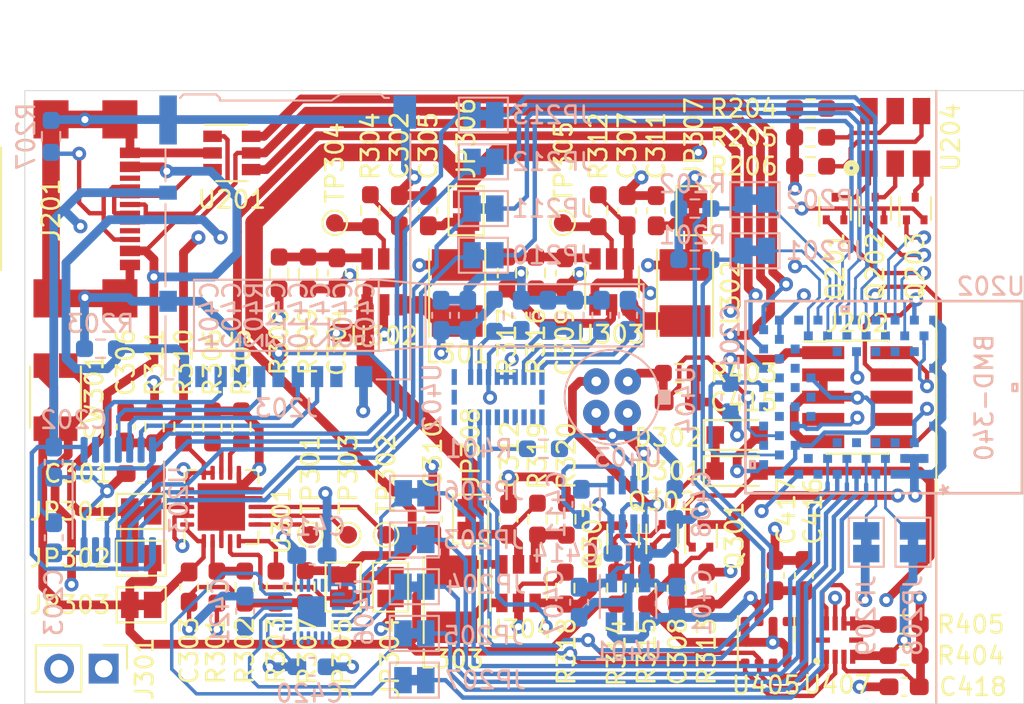
<source format=kicad_pcb>
(kicad_pcb (version 20171130) (host pcbnew "(5.1.7)-1")
  (layers (0 F.Cu signal) (1 In1.Cu mixed hide) (2 In2.Cu mixed hide) (31 B.Cu signal) (34 B.Paste user hide) (35 F.Paste user hide) (36 B.SilkS user hide) (37 F.SilkS user hide) (38 B.Mask user hide) (39 F.Mask user hide) (44 Edge.Cuts user))
  (net 0 "")
  (net 1 GND)
  (net 2 +1V8)
  (net 3 "Net-(C301-Pad2)")
  (net 4 +5V)
  (net 5 "Net-(C303-Pad2)")
  (net 6 "Net-(C304-Pad2)")
  (net 7 "Net-(C304-Pad1)")
  (net 8 VBAT_MEAS)
  (net 9 POWER_SW)
  (net 10 "Net-(C309-Pad1)")
  (net 11 "Net-(C309-Pad2)")
  (net 12 "Net-(C310-Pad1)")
  (net 13 "Net-(C312-Pad1)")
  (net 14 "Net-(C403-Pad2)")
  (net 15 "Net-(C405-Pad2)")
  (net 16 "Net-(C405-Pad1)")
  (net 17 "Net-(C407-Pad1)")
  (net 18 +3V3)
  (net 19 "Net-(C411-Pad1)")
  (net 20 "Net-(C411-Pad2)")
  (net 21 "Net-(C413-Pad1)")
  (net 22 "Net-(C421-Pad2)")
  (net 23 "Net-(D301-Pad2)")
  (net 24 "Net-(D301-Pad1)")
  (net 25 POWER_ON)
  (net 26 "Net-(J201-Pad6)")
  (net 27 "Net-(J201-Pad5)")
  (net 28 "Net-(J201-Pad9)")
  (net 29 "Net-(J201-Pad10)")
  (net 30 "Net-(J201-Pad3)")
  (net 31 VBUS)
  (net 32 "Net-(J202-Pad2)")
  (net 33 "Net-(J202-Pad4)")
  (net 34 "Net-(J202-Pad6)")
  (net 35 "Net-(J202-Pad7)")
  (net 36 "Net-(J202-Pad8)")
  (net 37 "Net-(J202-Pad10)")
  (net 38 "Net-(J203-Pad8)")
  (net 39 "Net-(J203-Pad1)")
  (net 40 "Net-(J203-Pad2)")
  (net 41 "Net-(J203-Pad3)")
  (net 42 "Net-(J203-Pad5)")
  (net 43 "Net-(J203-Pad7)")
  (net 44 I2C_SCL)
  (net 45 "Net-(JP201-Pad2)")
  (net 46 "Net-(JP202-Pad2)")
  (net 47 I2C_SDA)
  (net 48 "Net-(JP203-Pad2)")
  (net 49 IMU_SCK)
  (net 50 IMU_MOSI)
  (net 51 "Net-(JP204-Pad2)")
  (net 52 "Net-(JP205-Pad2)")
  (net 53 IMU_MISO)
  (net 54 "Net-(JP206-Pad2)")
  (net 55 IMU_CS)
  (net 56 IMU_INT)
  (net 57 "Net-(JP207-Pad2)")
  (net 58 UV_INT)
  (net 59 "Net-(JP208-Pad2)")
  (net 60 "Net-(JP209-Pad2)")
  (net 61 HEART_INT)
  (net 62 "Net-(JP210-Pad2)")
  (net 63 "Net-(JP211-Pad2)")
  (net 64 "Net-(JP212-Pad2)")
  (net 65 "Net-(JP213-Pad2)")
  (net 66 "Net-(JP304-Pad1)")
  (net 67 FAST_CHARGE)
  (net 68 "Net-(L301-Pad2)")
  (net 69 "Net-(L302-Pad2)")
  (net 70 "Net-(L303-Pad2)")
  (net 71 "Net-(Q201-Pad3)")
  (net 72 "Net-(Q202-Pad3)")
  (net 73 "Net-(Q203-Pad3)")
  (net 74 "Net-(Q302-Pad3)")
  (net 75 "Net-(Q303-Pad3)")
  (net 76 "Net-(R204-Pad2)")
  (net 77 "Net-(R205-Pad2)")
  (net 78 "Net-(R206-Pad2)")
  (net 79 "Net-(R301-Pad2)")
  (net 80 "Net-(R303-Pad1)")
  (net 81 "Net-(R304-Pad2)")
  (net 82 "Net-(R305-Pad1)")
  (net 83 "Net-(R306-Pad1)")
  (net 84 +BATT)
  (net 85 "Net-(R312-Pad2)")
  (net 86 "Net-(R319-Pad2)")
  (net 87 "Net-(R405-Pad1)")
  (net 88 "Net-(TP301-Pad1)")
  (net 89 "Net-(TP302-Pad1)")
  (net 90 "Net-(TP303-Pad1)")
  (net 91 "Net-(U201-Pad4)")
  (net 92 "Net-(U201-Pad6)")
  (net 93 "Net-(U202-Pad13)")
  (net 94 IR_TEMP)
  (net 95 "Net-(U202-Pad31)")
  (net 96 "Net-(U202-Pad14)")
  (net 97 "Net-(U202-Pad53)")
  (net 98 "Net-(U202-Pad51)")
  (net 99 "Net-(U202-Pad52)")
  (net 100 AMB_TEMP)
  (net 101 "Net-(U202-Pad27)")
  (net 102 "Net-(U202-Pad54)")
  (net 103 "Net-(U202-Pad26)")
  (net 104 "Net-(U202-Pad28)")
  (net 105 "Net-(U202-Pad21)")
  (net 106 "Net-(U202-Pad23)")
  (net 107 "Net-(U202-Pad25)")
  (net 108 "Net-(U202-Pad22)")
  (net 109 "Net-(U202-Pad24)")
  (net 110 "Net-(U203-Pad6)")
  (net 111 "Net-(U203-Pad9)")
  (net 112 "Net-(U402-Pad1)")
  (net 113 "Net-(U402-Pad2)")
  (net 114 "Net-(U402-Pad3)")
  (net 115 "Net-(U402-Pad4)")
  (net 116 "Net-(U402-Pad5)")
  (net 117 "Net-(U402-Pad6)")
  (net 118 "Net-(U402-Pad22)")
  (net 119 "Net-(U402-Pad10)")
  (net 120 "Net-(U402-Pad12)")
  (net 121 "Net-(U402-Pad11)")
  (net 122 "Net-(U403-Pad8)")
  (net 123 "Net-(U406-Pad1)")
  (net 124 "Net-(U406-Pad7)")
  (net 125 "Net-(U406-Pad19)")
  (net 126 "Net-(U406-Pad21)")
  (net 127 "Net-(U407-Pad10)")
  (net 128 "Net-(U407-Pad5)")
  (net 129 "Net-(U406-Pad2)")
  (net 130 "Net-(U406-Pad3)")
  (net 131 "Net-(U406-Pad4)")
  (net 132 "Net-(U406-Pad5)")
  (net 133 "Net-(U406-Pad6)")
  (net 134 "Net-(U406-Pad14)")
  (net 135 "Net-(U406-Pad15)")
  (net 136 "Net-(U406-Pad16)")
  (net 137 "Net-(U406-Pad17)")
  (net 138 LED_B)
  (net 139 LED_G)
  (net 140 LED_R)
  (net 141 "Net-(U202-Pad62)")
  (net 142 "Net-(U202-Pad63)")
  (net 143 "Net-(U202-Pad64)")
  (net 144 SD_MISO)
  (net 145 SD_MOSI)
  (net 146 SD_SCK)
  (net 147 SD_CS)
  (net 148 "Net-(U202-Pad56)")
  (net 149 "Net-(U202-Pad58)")
  (net 150 "Net-(U202-Pad59)")
  (net 151 SD_DET)
  (net 152 "Net-(U202-Pad60)")
  (net 153 "Net-(U202-Pad49)")
  (net 154 "Net-(U202-Pad50)")
  (module Capacitor_SMD:C_0603_1608Metric_Pad1.08x0.95mm_HandSolder (layer B.Cu) (at 90.259 122.526 90)
    (fp_text reference C201 (at 3.429 0 90) (layer B.SilkS) (effects (justify mirror)))
    (fp_text value 10uF)
    (pad 1 smd roundrect (at -0.8625 0 90) (size 1.075 0.95) (layers B.Cu B.Paste B.Mask) (net 1 GND))
    (pad 2 smd roundrect (at 0.8625 0 90) (size 1.075 0.95) (layers B.Cu B.Paste B.Mask) (net 2 +1V8))
  )
  (module Capacitor_SMD:C_0603_1608Metric_Pad1.08x0.95mm_HandSolder (layer F.Cu) (at 56.642 126.865)
    (fp_text reference C301 (at -3.6195 0) (layer F.SilkS))
    (fp_text value 10uF)
    (pad 2 smd roundrect (at 0.8625 0) (size 1.075 0.95) (layers F.Cu F.Paste F.Mask) (net 3 "Net-(C301-Pad2)"))
    (pad 1 smd roundrect (at -0.8625 0) (size 1.075 0.95) (layers F.Cu F.Paste F.Mask) (net 1 GND))
  )
  (module Capacitor_SMD:C_0603_1608Metric_Pad1.08x0.95mm_HandSolder (layer F.Cu) (at 71.366 111.854 90)
    (fp_text reference C302 (at 3.7095 0 90) (layer F.SilkS))
    (fp_text value 10uF)
    (pad 1 smd roundrect (at -0.8625 0 90) (size 1.075 0.95) (layers F.Cu F.Paste F.Mask) (net 4 +5V))
    (pad 2 smd roundrect (at 0.8625 0 90) (size 1.075 0.95) (layers F.Cu F.Paste F.Mask) (net 1 GND))
  )
  (module Capacitor_SMD:C_0603_1608Metric_Pad1.08x0.95mm_HandSolder (layer F.Cu) (at 59.3725 133.342 90)
    (fp_text reference C303 (at -3.6195 0 90) (layer F.SilkS))
    (fp_text value 10uF)
    (pad 1 smd roundrect (at -0.8625 0 90) (size 1.075 0.95) (layers F.Cu F.Paste F.Mask) (net 1 GND))
    (pad 2 smd roundrect (at 0.8625 0 90) (size 1.075 0.95) (layers F.Cu F.Paste F.Mask) (net 5 "Net-(C303-Pad2)"))
  )
  (module Capacitor_SMD:C_0603_1608Metric_Pad1.08x0.95mm_HandSolder (layer F.Cu) (at 67.81 115.41 90)
    (fp_text reference C304 (at -3.9635 0 90) (layer F.SilkS))
    (fp_text value 22pF)
    (pad 2 smd roundrect (at 0.8625 0 90) (size 1.075 0.95) (layers F.Cu F.Paste F.Mask) (net 6 "Net-(C304-Pad2)"))
    (pad 1 smd roundrect (at -0.8625 0 90) (size 1.075 0.95) (layers F.Cu F.Paste F.Mask) (net 7 "Net-(C304-Pad1)"))
  )
  (module Capacitor_SMD:C_0603_1608Metric_Pad1.08x0.95mm_HandSolder (layer F.Cu) (at 73.017 111.854 90)
    (fp_text reference C305 (at 3.7095 0 90) (layer F.SilkS))
    (fp_text value 10uF)
    (pad 1 smd roundrect (at -0.8625 0 90) (size 1.075 0.95) (layers F.Cu F.Paste F.Mask) (net 7 "Net-(C304-Pad1)"))
    (pad 2 smd roundrect (at 0.8625 0 90) (size 1.075 0.95) (layers F.Cu F.Paste F.Mask) (net 1 GND))
  )
  (module Capacitor_SMD:C_0603_1608Metric_Pad1.08x0.95mm_HandSolder (layer F.Cu) (at 55.753 124.198 90)
    (fp_text reference C306 (at 3.683 0 90) (layer F.SilkS))
    (fp_text value 0.1uF)
    (pad 2 smd roundrect (at 0.8625 0 90) (size 1.075 0.95) (layers F.Cu F.Paste F.Mask) (net 1 GND))
    (pad 1 smd roundrect (at -0.8625 0 90) (size 1.075 0.95) (layers F.Cu F.Paste F.Mask) (net 8 VBAT_MEAS))
  )
  (module Capacitor_SMD:C_0603_1608Metric_Pad1.08x0.95mm_HandSolder (layer F.Cu) (at 84.366 111.854 90)
    (fp_text reference C307 (at 3.7095 0 90) (layer F.SilkS))
    (fp_text value 10uF)
    (pad 2 smd roundrect (at 0.8625 0 90) (size 1.075 0.95) (layers F.Cu F.Paste F.Mask) (net 1 GND))
    (pad 1 smd roundrect (at -0.8625 0 90) (size 1.075 0.95) (layers F.Cu F.Paste F.Mask) (net 4 +5V))
  )
  (module Capacitor_SMD:C_0603_1608Metric_Pad1.08x0.95mm_HandSolder (layer F.Cu) (at 87.183 133.4015 90)
    (fp_text reference C308 (at -3.6195 0.0635 90) (layer F.SilkS))
    (fp_text value 0.1uF)
    (pad 2 smd roundrect (at 0.8625 0 90) (size 1.075 0.95) (layers F.Cu F.Paste F.Mask) (net 1 GND))
    (pad 1 smd roundrect (at -0.8625 0 90) (size 1.075 0.95) (layers F.Cu F.Paste F.Mask) (net 9 POWER_SW))
  )
  (module Capacitor_SMD:C_0603_1608Metric_Pad1.08x0.95mm_HandSolder (layer F.Cu) (at 80.81 115.41 90)
    (fp_text reference C309 (at -3.9635 0 270) (layer F.SilkS))
    (fp_text value 22pF)
    (pad 1 smd roundrect (at -0.8625 0 90) (size 1.075 0.95) (layers F.Cu F.Paste F.Mask) (net 10 "Net-(C309-Pad1)"))
    (pad 2 smd roundrect (at 0.8625 0 90) (size 1.075 0.95) (layers F.Cu F.Paste F.Mask) (net 11 "Net-(C309-Pad2)"))
  )
  (module Capacitor_SMD:C_0603_1608Metric_Pad1.08x0.95mm_HandSolder (layer F.Cu) (at 73.2765 129.4645 90)
    (fp_text reference C310 (at 3.683 0 90) (layer F.SilkS))
    (fp_text value 10uF)
    (pad 2 smd roundrect (at 0.8625 0 90) (size 1.075 0.95) (layers F.Cu F.Paste F.Mask) (net 1 GND))
    (pad 1 smd roundrect (at -0.8625 0 90) (size 1.075 0.95) (layers F.Cu F.Paste F.Mask) (net 12 "Net-(C310-Pad1)"))
  )
  (module Capacitor_SMD:C_0603_1608Metric_Pad1.08x0.95mm_HandSolder (layer F.Cu) (at 86.017 111.854 90)
    (fp_text reference C311 (at 3.7095 0 90) (layer F.SilkS))
    (fp_text value 10uF)
    (pad 1 smd roundrect (at -0.8625 0 90) (size 1.075 0.95) (layers F.Cu F.Paste F.Mask) (net 10 "Net-(C309-Pad1)"))
    (pad 2 smd roundrect (at 0.8625 0 90) (size 1.075 0.95) (layers F.Cu F.Paste F.Mask) (net 1 GND))
  )
  (module Capacitor_SMD:C_0603_1608Metric_Pad1.08x0.95mm_HandSolder (layer F.Cu) (at 77.5945 129.4645 90)
    (fp_text reference C312 (at 3.683 0.0635 90) (layer F.SilkS))
    (fp_text value 10uF)
    (pad 2 smd roundrect (at 0.8625 0 90) (size 1.075 0.95) (layers F.Cu F.Paste F.Mask) (net 1 GND))
    (pad 1 smd roundrect (at -0.8625 0 90) (size 1.075 0.95) (layers F.Cu F.Paste F.Mask) (net 13 "Net-(C312-Pad1)"))
  )
  (module Capacitor_SMD:C_0603_1608Metric_Pad1.08x0.95mm_HandSolder (layer B.Cu) (at 87.211 134.21 90)
    (fp_text reference C401 (at 0 1.43 90) (layer B.SilkS) (effects (justify mirror)))
    (fp_text value 0.1uF)
    (pad 1 smd roundrect (at -0.8625 0 90) (size 1.075 0.95) (layers B.Cu B.Paste B.Mask) (net 2 +1V8))
    (pad 2 smd roundrect (at 0.8625 0 90) (size 1.075 0.95) (layers B.Cu B.Paste B.Mask) (net 1 GND))
  )
  (module Capacitor_SMD:C_0603_1608Metric_Pad1.08x0.95mm_HandSolder (layer B.Cu) (at 75.273 117.827 90)
    (fp_text reference C402 (at 0 -13.462 90) (layer B.SilkS) (effects (justify mirror)))
    (fp_text value 0.1uF)
    (pad 1 smd roundrect (at -0.8625 0 90) (size 1.075 0.95) (layers B.Cu B.Paste B.Mask) (net 2 +1V8))
    (pad 2 smd roundrect (at 0.8625 0 90) (size 1.075 0.95) (layers B.Cu B.Paste B.Mask) (net 1 GND))
  )
  (module Capacitor_SMD:C_0603_1608Metric_Pad1.08x0.95mm_HandSolder (layer B.Cu) (at 82.893 117.827 270)
    (fp_text reference C403 (at 0 14.732 90) (layer B.SilkS) (effects (justify mirror)))
    (fp_text value 0.1uF)
    (pad 1 smd roundrect (at -0.8625 0 270) (size 1.075 0.95) (layers B.Cu B.Paste B.Mask) (net 1 GND))
    (pad 2 smd roundrect (at 0.8625 0 270) (size 1.075 0.95) (layers B.Cu B.Paste B.Mask) (net 14 "Net-(C403-Pad2)"))
  )
  (module Capacitor_SMD:C_0603_1608Metric_Pad1.08x0.95mm_HandSolder (layer B.Cu) (at 73.749 117.827 90)
    (fp_text reference C404 (at 0 -13.208 90) (layer B.SilkS) (effects (justify mirror)))
    (fp_text value 4.7µF)
    (pad 2 smd roundrect (at 0.8625 0 90) (size 1.075 0.95) (layers B.Cu B.Paste B.Mask) (net 1 GND))
    (pad 1 smd roundrect (at -0.8625 0 90) (size 1.075 0.95) (layers B.Cu B.Paste B.Mask) (net 2 +1V8))
  )
  (module Capacitor_SMD:C_0603_1608Metric_Pad1.08x0.95mm_HandSolder (layer B.Cu) (at 84.417 117.827 270)
    (fp_text reference C405 (at 0 14.986 90) (layer B.SilkS) (effects (justify mirror)))
    (fp_text value 0.1uF)
    (pad 2 smd roundrect (at 0.8625 0 270) (size 1.075 0.95) (layers B.Cu B.Paste B.Mask) (net 15 "Net-(C405-Pad2)"))
    (pad 1 smd roundrect (at -0.8625 0 270) (size 1.075 0.95) (layers B.Cu B.Paste B.Mask) (net 16 "Net-(C405-Pad1)"))
  )
  (module Capacitor_SMD:C_0603_1608Metric_Pad1.08x0.95mm_HandSolder (layer B.Cu) (at 81.623 134.21 270)
    (fp_text reference C407 (at 0 1.43 90) (layer B.SilkS) (effects (justify mirror)))
    (fp_text value 0.1uF)
    (pad 2 smd roundrect (at 0.8625 0 270) (size 1.075 0.95) (layers B.Cu B.Paste B.Mask) (net 1 GND))
    (pad 1 smd roundrect (at -0.8625 0 270) (size 1.075 0.95) (layers B.Cu B.Paste B.Mask) (net 17 "Net-(C407-Pad1)"))
  )
  (module Capacitor_SMD:C_0603_1608Metric_Pad1.08x0.95mm_HandSolder (layer B.Cu) (at 87.084 128.622 270)
    (fp_text reference C408 (at 0 -1.524 90) (layer B.SilkS) (effects (justify mirror)))
    (fp_text value 0.1uF)
    (pad 1 smd roundrect (at -0.8625 0 270) (size 1.075 0.95) (layers B.Cu B.Paste B.Mask) (net 2 +1V8))
    (pad 2 smd roundrect (at 0.8625 0 270) (size 1.075 0.95) (layers B.Cu B.Paste B.Mask) (net 1 GND))
  )
  (module Capacitor_SMD:C_0603_1608Metric_Pad1.08x0.95mm_HandSolder (layer B.Cu) (at 79.845 117.827 90)
    (fp_text reference C410 (at 0 -14.224 90) (layer B.SilkS) (effects (justify mirror)))
    (fp_text value 0.1uF)
    (pad 1 smd roundrect (at -0.8625 0 90) (size 1.075 0.95) (layers B.Cu B.Paste B.Mask) (net 18 +3V3))
    (pad 2 smd roundrect (at 0.8625 0 90) (size 1.075 0.95) (layers B.Cu B.Paste B.Mask) (net 1 GND))
  )
  (module Capacitor_SMD:C_0603_1608Metric_Pad1.08x0.95mm_HandSolder (layer B.Cu) (at 81.75 128.622 270)
    (fp_text reference C411 (at 0 1.43 90) (layer B.SilkS) (effects (justify mirror)))
    (fp_text value 0.01uF)
    (pad 1 smd roundrect (at -0.8625 0 270) (size 1.075 0.95) (layers B.Cu B.Paste B.Mask) (net 19 "Net-(C411-Pad1)"))
    (pad 2 smd roundrect (at 0.8625 0 270) (size 1.075 0.95) (layers B.Cu B.Paste B.Mask) (net 20 "Net-(C411-Pad2)"))
  )
  (module Capacitor_SMD:C_0603_1608Metric_Pad1.08x0.95mm_HandSolder (layer B.Cu) (at 81.369 117.827 90)
    (fp_text reference C412 (at 0 -14.478 90) (layer B.SilkS) (effects (justify mirror)))
    (fp_text value 10uF)
    (pad 2 smd roundrect (at 0.8625 0 90) (size 1.075 0.95) (layers B.Cu B.Paste B.Mask) (net 1 GND))
    (pad 1 smd roundrect (at -0.8625 0 90) (size 1.075 0.95) (layers B.Cu B.Paste B.Mask) (net 18 +3V3))
  )
  (module Capacitor_SMD:C_0603_1608Metric_Pad1.08x0.95mm_HandSolder (layer B.Cu) (at 78.321 117.827 90)
    (fp_text reference C413 (at 0 -13.97 90) (layer B.SilkS) (effects (justify mirror)))
    (fp_text value 1uF)
    (pad 2 smd roundrect (at 0.8625 0 90) (size 1.075 0.95) (layers B.Cu B.Paste B.Mask) (net 1 GND))
    (pad 1 smd roundrect (at -0.8625 0 90) (size 1.075 0.95) (layers B.Cu B.Paste B.Mask) (net 21 "Net-(C413-Pad1)"))
  )
  (module Capacitor_SMD:C_0603_1608Metric_Pad1.08x0.95mm_HandSolder (layer B.Cu) (at 84.417 131.416 180)
    (fp_text reference C414 (at 3.556 0) (layer B.SilkS) (effects (justify mirror)))
    (fp_text value 1uF)
    (pad 1 smd roundrect (at -0.8625 0 180) (size 1.075 0.95) (layers B.Cu B.Paste B.Mask) (net 1 GND))
    (pad 2 smd roundrect (at 0.8625 0 180) (size 1.075 0.95) (layers B.Cu B.Paste B.Mask) (net 94 IR_TEMP))
  )
  (module Capacitor_SMD:C_0603_1608Metric_Pad1.08x0.95mm_HandSolder (layer F.Cu) (at 87.338 122.78)
    (fp_text reference C415 (at 3.683 0) (layer F.SilkS))
    (fp_text value 1uF)
    (pad 2 smd roundrect (at 0.8625 0) (size 1.075 0.95) (layers F.Cu F.Paste F.Mask) (net 1 GND))
    (pad 1 smd roundrect (at -0.8625 0) (size 1.075 0.95) (layers F.Cu F.Paste F.Mask) (net 100 AMB_TEMP))
  )
  (module Capacitor_SMD:C_0603_1608Metric_Pad1.08x0.95mm_HandSolder (layer F.Cu) (at 94.45 132.686 90)
    (fp_text reference C416 (at 3.683 0.508 90) (layer F.SilkS))
    (fp_text value 0.1uF)
    (pad 1 smd roundrect (at -0.8625 0 90) (size 1.075 0.95) (layers F.Cu F.Paste F.Mask) (net 2 +1V8))
    (pad 2 smd roundrect (at 0.8625 0 90) (size 1.075 0.95) (layers F.Cu F.Paste F.Mask) (net 1 GND))
  )
  (module Capacitor_SMD:C_0603_1608Metric_Pad1.08x0.95mm_HandSolder (layer F.Cu) (at 92.799 132.686 90)
    (fp_text reference C417 (at 3.683 0.635 90) (layer F.SilkS))
    (fp_text value 0.1uF)
    (pad 2 smd roundrect (at 0.8625 0 90) (size 1.075 0.95) (layers F.Cu F.Paste F.Mask) (net 1 GND))
    (pad 1 smd roundrect (at -0.8625 0 90) (size 1.075 0.95) (layers F.Cu F.Paste F.Mask) (net 2 +1V8))
  )
  (module Capacitor_SMD:C_0603_1608Metric_Pad1.08x0.95mm_HandSolder (layer F.Cu) (at 100.165 139.036)
    (fp_text reference C418 (at 3.937 0) (layer F.SilkS))
    (fp_text value 1uF)
    (pad 2 smd roundrect (at 0.8625 0) (size 1.075 0.95) (layers F.Cu F.Paste F.Mask) (net 2 +1V8))
    (pad 1 smd roundrect (at -0.8625 0) (size 1.075 0.95) (layers F.Cu F.Paste F.Mask) (net 1 GND))
  )
  (module Capacitor_SMD:C_0603_1608Metric_Pad1.08x0.95mm_HandSolder (layer B.Cu) (at 66.383 131.543 180)
    (fp_text reference C419 (at 0 1.651) (layer B.SilkS) (effects (justify mirror)))
    (fp_text value 0.1uF)
    (pad 1 smd roundrect (at -0.8625 0 180) (size 1.075 0.95) (layers B.Cu B.Paste B.Mask) (net 1 GND))
    (pad 2 smd roundrect (at 0.8625 0 180) (size 1.075 0.95) (layers B.Cu B.Paste B.Mask) (net 2 +1V8))
  )
  (module Capacitor_SMD:C_0603_1608Metric_Pad1.08x0.95mm_HandSolder (layer B.Cu) (at 66.383 137.893 180)
    (fp_text reference C420 (at 0.127 -1.524) (layer B.SilkS) (effects (justify mirror)))
    (fp_text value 0.1uF)
    (pad 2 smd roundrect (at 0.8625 0 180) (size 1.075 0.95) (layers B.Cu B.Paste B.Mask) (net 2 +1V8))
    (pad 1 smd roundrect (at -0.8625 0 180) (size 1.075 0.95) (layers B.Cu B.Paste B.Mask) (net 1 GND))
  )
  (module Capacitor_SMD:C_0603_1608Metric_Pad1.08x0.95mm_HandSolder (layer B.Cu) (at 62.573 134.718 270)
    (fp_text reference C421 (at 0 1.43 90) (layer B.SilkS) (effects (justify mirror)))
    (fp_text value 0.1uF)
    (pad 1 smd roundrect (at -0.8625 0 270) (size 1.075 0.95) (layers B.Cu B.Paste B.Mask) (net 1 GND))
    (pad 2 smd roundrect (at 0.8625 0 270) (size 1.075 0.95) (layers B.Cu B.Paste B.Mask) (net 22 "Net-(C421-Pad2)"))
  )
  (module Diode_SMD:D_SOD-323_HandSoldering (layer F.Cu) (at 90.64 126.717)
    (fp_text reference D301 (at -3.937 0) (layer F.SilkS))
    (fp_text value NSR0530HT1G)
    (pad 2 smd rect (at 1.25 0) (size 1 1) (layers F.Cu F.Paste F.Mask) (net 23 "Net-(D301-Pad2)"))
    (pad 1 smd rect (at -1.25 0) (size 1 1) (layers F.Cu F.Paste F.Mask) (net 24 "Net-(D301-Pad1)"))
  )
  (module Diode_SMD:D_SOD-323_HandSoldering (layer F.Cu) (at 90.64 124.658501)
    (fp_text reference D302 (at -3.937 0.153499) (layer F.SilkS))
    (fp_text value NSR0530HT1G)
    (pad 1 smd rect (at -1.25 0) (size 1 1) (layers F.Cu F.Paste F.Mask) (net 24 "Net-(D301-Pad1)"))
    (pad 2 smd rect (at 1.25 0) (size 1 1) (layers F.Cu F.Paste F.Mask) (net 25 POWER_ON))
  )
  (module SYSC4907:USB4110-GF-A (layer F.Cu) (at 56 111.75 270)
    (fp_text reference J201 (at 0.0762 4.5 90) (layer F.SilkS))
    (fp_text value USB4110-GF-A)
    (pad 6 smd rect (at -0.25 0 270) (size 0.3 1.15) (layers F.Cu F.Paste F.Mask) (net 26 "Net-(J201-Pad6)"))
    (pad 7 smd rect (at 0.25 0 270) (size 0.3 1.15) (layers F.Cu F.Paste F.Mask) (net 27 "Net-(J201-Pad5)"))
    (pad 8 smd rect (at 0.75 0 270) (size 0.3 1.15) (layers F.Cu F.Paste F.Mask) (net 26 "Net-(J201-Pad6)"))
    (pad 9 smd rect (at 1.25 0 270) (size 0.3 1.15) (layers F.Cu F.Paste F.Mask) (net 28 "Net-(J201-Pad9)"))
    (pad 10 smd rect (at 1.75 0 270) (size 0.3 1.15) (layers F.Cu F.Paste F.Mask) (net 29 "Net-(J201-Pad10)"))
    (pad 5 smd rect (at -0.75 0 270) (size 0.3 1.15) (layers F.Cu F.Paste F.Mask) (net 27 "Net-(J201-Pad5)"))
    (pad 4 smd rect (at -1.25 0 270) (size 0.3 1.15) (layers F.Cu F.Paste F.Mask) (net 29 "Net-(J201-Pad10)"))
    (pad 3 smd rect (at -1.75 0 270) (size 0.3 1.15) (layers F.Cu F.Paste F.Mask) (net 30 "Net-(J201-Pad3)"))
    (pad 2 smd rect (at -2.4 0 270) (size 0.6 1.15) (layers F.Cu F.Paste F.Mask) (net 31 VBUS))
    (pad 11 smd rect (at 2.4 0 270) (size 0.6 1.15) (layers F.Cu F.Paste F.Mask) (net 31 VBUS))
    (pad 12 smd rect (at 3.2 0 270) (size 0.6 1.15) (layers F.Cu F.Paste F.Mask) (net 1 GND))
    (pad 1 smd rect (at -3.2 0 270) (size 0.6 1.15) (layers F.Cu F.Paste F.Mask) (net 1 GND))
    (pad 1 smd rect (at -5.11 0.575 270) (size 2.18 2) (layers F.Cu F.Paste F.Mask) (net 1 GND))
    (pad 1 smd rect (at 5.11 0.575 270) (size 2.18 2) (layers F.Cu F.Paste F.Mask) (net 1 GND))
    (pad 1 smd rect (at 5.11 4.505 270) (size 2.18 2) (layers F.Cu F.Paste F.Mask) (net 1 GND))
    (pad 1 smd rect (at -5.11 4.505 270) (size 2.18 2) (layers F.Cu F.Paste F.Mask) (net 1 GND))
    (pad "" np_thru_hole circle (at -2.89 1.075 270) (size 0.65 0.65) (drill 0.65) (layers *.Cu *.Mask))
    (pad "" np_thru_hole circle (at 2.89 1.075 270) (size 0.65 0.65) (drill 0.65) (layers *.Cu *.Mask))
  )
  (module Connector_PinHeader_1.27mm:PinHeader_2x05_P1.27mm_Vertical_SMD (layer F.Cu) (at 97.5 122.5)
    (fp_text reference J202 (at 0 -4.235) (layer F.SilkS))
    (fp_text value SWD)
    (pad 1 smd rect (at -1.95 -2.54) (size 2.4 0.74) (layers F.Cu F.Paste F.Mask) (net 2 +1V8))
    (pad 2 smd rect (at 1.95 -2.54) (size 2.4 0.74) (layers F.Cu F.Paste F.Mask) (net 32 "Net-(J202-Pad2)"))
    (pad 3 smd rect (at -1.95 -1.27) (size 2.4 0.74) (layers F.Cu F.Paste F.Mask) (net 1 GND))
    (pad 4 smd rect (at 1.95 -1.27) (size 2.4 0.74) (layers F.Cu F.Paste F.Mask) (net 33 "Net-(J202-Pad4)"))
    (pad 5 smd rect (at -1.95 0) (size 2.4 0.74) (layers F.Cu F.Paste F.Mask) (net 1 GND))
    (pad 6 smd rect (at 1.95 0) (size 2.4 0.74) (layers F.Cu F.Paste F.Mask) (net 34 "Net-(J202-Pad6)"))
    (pad 7 smd rect (at -1.95 1.27) (size 2.4 0.74) (layers F.Cu F.Paste F.Mask) (net 35 "Net-(J202-Pad7)"))
    (pad 8 smd rect (at 1.95 1.27) (size 2.4 0.74) (layers F.Cu F.Paste F.Mask) (net 36 "Net-(J202-Pad8)"))
    (pad 9 smd rect (at -1.95 2.54) (size 2.4 0.74) (layers F.Cu F.Paste F.Mask) (net 1 GND))
    (pad 10 smd rect (at 1.95 2.54) (size 2.4 0.74) (layers F.Cu F.Paste F.Mask) (net 37 "Net-(J202-Pad10)"))
  )
  (module Connector_Card:microSD_HC_Hirose_DM3AT-SF-PEJM5 (layer B.Cu) (at 65 113.6)
    (fp_text reference J203 (at -0.075 9.525 180) (layer B.SilkS) (effects (justify mirror)))
    (fp_text value Micro_SD_Card_Det_Hirose_DM3AT)
    (pad 9 smd rect (at -5.875 7.725) (size 0.7 1.2) (layers B.Cu B.Paste B.Mask) (net 151 SD_DET))
    (pad 8 smd rect (at -4.925 7.725) (size 0.7 1.2) (layers B.Cu B.Paste B.Mask) (net 38 "Net-(J203-Pad8)"))
    (pad 1 smd rect (at 2.775 7.725) (size 0.7 1.2) (layers B.Cu B.Paste B.Mask) (net 39 "Net-(J203-Pad1)"))
    (pad 2 smd rect (at 1.675 7.725) (size 0.7 1.2) (layers B.Cu B.Paste B.Mask) (net 40 "Net-(J203-Pad2)"))
    (pad 3 smd rect (at 0.575 7.725) (size 0.7 1.2) (layers B.Cu B.Paste B.Mask) (net 41 "Net-(J203-Pad3)"))
    (pad 4 smd rect (at -0.525 7.725) (size 0.7 1.2) (layers B.Cu B.Paste B.Mask) (net 18 +3V3))
    (pad 5 smd rect (at -1.625 7.725) (size 0.7 1.2) (layers B.Cu B.Paste B.Mask) (net 42 "Net-(J203-Pad5)"))
    (pad 6 smd rect (at -2.725 7.725) (size 0.7 1.2) (layers B.Cu B.Paste B.Mask) (net 1 GND))
    (pad 7 smd rect (at -3.825 7.725) (size 0.7 1.2) (layers B.Cu B.Paste B.Mask) (net 43 "Net-(J203-Pad7)"))
    (pad 11 smd rect (at 4.325 7.725) (size 1 1.2) (layers B.Cu B.Paste B.Mask) (net 1 GND))
    (pad 11 smd rect (at -6.825 3.425) (size 1 1.2) (layers B.Cu B.Paste B.Mask) (net 1 GND))
    (pad 10 smd rect (at -6.825 -2.775) (size 1 0.8) (layers B.Cu B.Paste B.Mask) (net 2 +1V8))
    (pad 11 smd rect (at -6.825 -6.925) (size 1 2.8) (layers B.Cu B.Paste B.Mask) (net 1 GND))
    (pad 11 smd rect (at 6.675 -7.375) (size 1.3 1.9) (layers B.Cu B.Paste B.Mask) (net 1 GND))
  )
  (module Jumper:SolderJumper-2_P1.3mm_Bridged_Pad1.0x1.5mm (layer B.Cu) (at 91.656 114.144)
    (fp_text reference JP201 (at 4.064 0) (layer B.SilkS) (effects (justify mirror)))
    (fp_text value I2C_SCL)
    (fp_poly (pts (xy -0.25 0.3) (xy 0.25 0.3) (xy 0.25 -0.3) (xy -0.25 -0.3)) (layer B.Cu) (width 0))
    (pad 1 smd rect (at -0.65 0) (size 1 1.5) (layers B.Cu B.Mask) (net 44 I2C_SCL))
    (pad 2 smd rect (at 0.65 0) (size 1 1.5) (layers B.Cu B.Mask) (net 45 "Net-(JP201-Pad2)"))
  )
  (module Jumper:SolderJumper-2_P1.3mm_Bridged_Pad1.0x1.5mm (layer B.Cu) (at 91.656 111.223)
    (fp_text reference JP202 (at 4.064 0) (layer B.SilkS) (effects (justify mirror)))
    (fp_text value I2C_SDA)
    (fp_poly (pts (xy -0.25 0.3) (xy 0.25 0.3) (xy 0.25 -0.3) (xy -0.25 -0.3)) (layer B.Cu) (width 0))
    (pad 2 smd rect (at 0.65 0) (size 1 1.5) (layers B.Cu B.Mask) (net 46 "Net-(JP202-Pad2)"))
    (pad 1 smd rect (at -0.65 0) (size 1 1.5) (layers B.Cu B.Mask) (net 47 I2C_SDA))
  )
  (module Jumper:SolderJumper-2_P1.3mm_Bridged_Pad1.0x1.5mm (layer B.Cu) (at 72.225 130.654)
    (fp_text reference JP203 (at 3.937 0) (layer B.SilkS) (effects (justify mirror)))
    (fp_text value IMU_SCK)
    (fp_poly (pts (xy -0.25 0.3) (xy 0.25 0.3) (xy 0.25 -0.3) (xy -0.25 -0.3)) (layer B.Cu) (width 0))
    (pad 2 smd rect (at 0.65 0) (size 1 1.5) (layers B.Cu B.Mask) (net 48 "Net-(JP203-Pad2)"))
    (pad 1 smd rect (at -0.65 0) (size 1 1.5) (layers B.Cu B.Mask) (net 49 IMU_SCK))
  )
  (module Jumper:SolderJumper-2_P1.3mm_Bridged_Pad1.0x1.5mm (layer B.Cu) (at 72.225 133.321)
    (fp_text reference JP204 (at 4.064 -0.127) (layer B.SilkS) (effects (justify mirror)))
    (fp_text value IMU_MOSI)
    (fp_poly (pts (xy -0.25 0.3) (xy 0.25 0.3) (xy 0.25 -0.3) (xy -0.25 -0.3)) (layer B.Cu) (width 0))
    (pad 1 smd rect (at -0.65 0) (size 1 1.5) (layers B.Cu B.Mask) (net 50 IMU_MOSI))
    (pad 2 smd rect (at 0.65 0) (size 1 1.5) (layers B.Cu B.Mask) (net 51 "Net-(JP204-Pad2)"))
  )
  (module Jumper:SolderJumper-2_P1.3mm_Bridged_Pad1.0x1.5mm (layer B.Cu) (at 72.225 135.988)
    (fp_text reference JP205 (at 3.937 0.127) (layer B.SilkS) (effects (justify mirror)))
    (fp_text value IMU_MISO)
    (fp_poly (pts (xy -0.25 0.3) (xy 0.25 0.3) (xy 0.25 -0.3) (xy -0.25 -0.3)) (layer B.Cu) (width 0))
    (pad 2 smd rect (at 0.65 0) (size 1 1.5) (layers B.Cu B.Mask) (net 52 "Net-(JP205-Pad2)"))
    (pad 1 smd rect (at -0.65 0) (size 1 1.5) (layers B.Cu B.Mask) (net 53 IMU_MISO))
  )
  (module Jumper:SolderJumper-2_P1.3mm_Bridged_Pad1.0x1.5mm (layer B.Cu) (at 72.24 127.987)
    (fp_text reference JP206 (at 3.937 -0.127) (layer B.SilkS) (effects (justify mirror)))
    (fp_text value IMU_CS)
    (fp_poly (pts (xy -0.25 0.3) (xy 0.25 0.3) (xy 0.25 -0.3) (xy -0.25 -0.3)) (layer B.Cu) (width 0))
    (pad 2 smd rect (at 0.65 0) (size 1 1.5) (layers B.Cu B.Mask) (net 54 "Net-(JP206-Pad2)"))
    (pad 1 smd rect (at -0.65 0) (size 1 1.5) (layers B.Cu B.Mask) (net 55 IMU_CS))
  )
  (module Jumper:SolderJumper-2_P1.3mm_Bridged_Pad1.0x1.5mm (layer B.Cu) (at 72.225 138.655)
    (fp_text reference JP207 (at 4.064 0) (layer B.SilkS) (effects (justify mirror)))
    (fp_text value IMU_INT)
    (fp_poly (pts (xy -0.25 0.3) (xy 0.25 0.3) (xy 0.25 -0.3) (xy -0.25 -0.3)) (layer B.Cu) (width 0))
    (pad 1 smd rect (at -0.65 0) (size 1 1.5) (layers B.Cu B.Mask) (net 56 IMU_INT))
    (pad 2 smd rect (at 0.65 0) (size 1 1.5) (layers B.Cu B.Mask) (net 57 "Net-(JP207-Pad2)"))
  )
  (module Jumper:SolderJumper-2_P1.3mm_Bridged_Pad1.0x1.5mm (layer B.Cu) (at 100.673 130.781 90)
    (fp_text reference JP208 (at -4.191 0 90) (layer B.SilkS) (effects (justify mirror)))
    (fp_text value UV_INT)
    (fp_poly (pts (xy -0.25 0.3) (xy 0.25 0.3) (xy 0.25 -0.3) (xy -0.25 -0.3)) (layer B.Cu) (width 0))
    (pad 1 smd rect (at -0.65 0 90) (size 1 1.5) (layers B.Cu B.Mask) (net 58 UV_INT))
    (pad 2 smd rect (at 0.65 0 90) (size 1 1.5) (layers B.Cu B.Mask) (net 59 "Net-(JP208-Pad2)"))
  )
  (module Jumper:SolderJumper-2_P1.3mm_Bridged_Pad1.0x1.5mm (layer B.Cu) (at 98.006 130.781 90)
    (fp_text reference JP209 (at -4.191 0 90) (layer B.SilkS) (effects (justify mirror)))
    (fp_text value HEART_INT)
    (fp_poly (pts (xy -0.25 0.3) (xy 0.25 0.3) (xy 0.25 -0.3) (xy -0.25 -0.3)) (layer B.Cu) (width 0))
    (pad 2 smd rect (at 0.65 0 90) (size 1 1.5) (layers B.Cu B.Mask) (net 60 "Net-(JP209-Pad2)"))
    (pad 1 smd rect (at -0.65 0 90) (size 1 1.5) (layers B.Cu B.Mask) (net 61 HEART_INT))
  )
  (module Jumper:SolderJumper-2_P1.3mm_Bridged_Pad1.0x1.5mm (layer B.Cu) (at 76.162 114.398 180)
    (fp_text reference JP210 (at -3.937 0 180) (layer B.SilkS) (effects (justify mirror)))
    (fp_text value SD_CS)
    (fp_poly (pts (xy -0.25 0.3) (xy 0.25 0.3) (xy 0.25 -0.3) (xy -0.25 -0.3)) (layer B.Cu) (width 0))
    (pad 1 smd rect (at -0.65 0 180) (size 1 1.5) (layers B.Cu B.Mask) (net 147 SD_CS))
    (pad 2 smd rect (at 0.65 0 180) (size 1 1.5) (layers B.Cu B.Mask) (net 62 "Net-(JP210-Pad2)"))
  )
  (module Jumper:SolderJumper-2_P1.3mm_Bridged_Pad1.0x1.5mm (layer B.Cu) (at 76.162 111.731 180)
    (fp_text reference JP211 (at -3.937 0) (layer B.SilkS) (effects (justify mirror)))
    (fp_text value SD_MOSI)
    (fp_poly (pts (xy -0.25 0.3) (xy 0.25 0.3) (xy 0.25 -0.3) (xy -0.25 -0.3)) (layer B.Cu) (width 0))
    (pad 2 smd rect (at 0.65 0 180) (size 1 1.5) (layers B.Cu B.Mask) (net 63 "Net-(JP211-Pad2)"))
    (pad 1 smd rect (at -0.65 0 180) (size 1 1.5) (layers B.Cu B.Mask) (net 145 SD_MOSI))
  )
  (module Jumper:SolderJumper-2_P1.3mm_Bridged_Pad1.0x1.5mm (layer B.Cu) (at 76.162 109.064 180)
    (fp_text reference JP212 (at -3.937 0) (layer B.SilkS) (effects (justify mirror)))
    (fp_text value SD_CLK)
    (fp_poly (pts (xy -0.25 0.3) (xy 0.25 0.3) (xy 0.25 -0.3) (xy -0.25 -0.3)) (layer B.Cu) (width 0))
    (pad 1 smd rect (at -0.65 0 180) (size 1 1.5) (layers B.Cu B.Mask) (net 146 SD_SCK))
    (pad 2 smd rect (at 0.65 0 180) (size 1 1.5) (layers B.Cu B.Mask) (net 64 "Net-(JP212-Pad2)"))
  )
  (module Jumper:SolderJumper-2_P1.3mm_Bridged_Pad1.0x1.5mm (layer B.Cu) (at 76.162 106.397 180)
    (fp_text reference JP213 (at -3.937 0) (layer B.SilkS) (effects (justify mirror)))
    (fp_text value SD_MISO)
    (fp_poly (pts (xy -0.25 0.3) (xy 0.25 0.3) (xy 0.25 -0.3) (xy -0.25 -0.3)) (layer B.Cu) (width 0))
    (pad 1 smd rect (at -0.65 0 180) (size 1 1.5) (layers B.Cu B.Mask) (net 144 SD_MISO))
    (pad 2 smd rect (at 0.65 0 180) (size 1 1.5) (layers B.Cu B.Mask) (net 65 "Net-(JP213-Pad2)"))
  )
  (module Jumper:SolderJumper-2_P1.3mm_Bridged_Pad1.0x1.5mm (layer F.Cu) (at 56.642 129.024)
    (fp_text reference JP301 (at -4.064 0) (layer F.SilkS))
    (fp_text value Bridged)
    (fp_poly (pts (xy -0.25 -0.3) (xy 0.25 -0.3) (xy 0.25 0.3) (xy -0.25 0.3)) (layer F.Cu) (width 0))
    (pad 1 smd rect (at -0.65 0) (size 1 1.5) (layers F.Cu F.Mask) (net 31 VBUS))
    (pad 2 smd rect (at 0.65 0) (size 1 1.5) (layers F.Cu F.Mask) (net 3 "Net-(C301-Pad2)"))
  )
  (module Jumper:SolderJumper-2_P1.3mm_Open_Pad1.0x1.5mm (layer F.Cu) (at 56.642 131.691)
    (fp_text reference JP302 (at -4.064 0) (layer F.SilkS))
    (fp_text value Open)
    (pad 2 smd rect (at 0.65 0) (size 1 1.5) (layers F.Cu F.Mask) (net 12 "Net-(C310-Pad1)"))
    (pad 1 smd rect (at -0.65 0) (size 1 1.5) (layers F.Cu F.Mask) (net 31 VBUS))
  )
  (module Jumper:SolderJumper-2_P1.3mm_Bridged_Pad1.0x1.5mm (layer F.Cu) (at 56.642 134.358 180)
    (fp_text reference JP303 (at 4.064 0) (layer F.SilkS))
    (fp_text value Bridged)
    (fp_poly (pts (xy -0.25 -0.3) (xy 0.25 -0.3) (xy 0.25 0.3) (xy -0.25 0.3)) (layer F.Cu) (width 0))
    (pad 2 smd rect (at 0.65 0 180) (size 1 1.5) (layers F.Cu F.Mask) (net 12 "Net-(C310-Pad1)"))
    (pad 1 smd rect (at -0.65 0 180) (size 1 1.5) (layers F.Cu F.Mask) (net 5 "Net-(C303-Pad2)"))
  )
  (module Jumper:SolderJumper-2_P1.3mm_Open_Pad1.0x1.5mm (layer F.Cu) (at 70.866 133.342 270)
    (fp_text reference JP304 (at 4.043 0.038 90) (layer F.SilkS))
    (fp_text value Open)
    (pad 1 smd rect (at -0.65 0 270) (size 1 1.5) (layers F.Cu F.Mask) (net 66 "Net-(JP304-Pad1)"))
    (pad 2 smd rect (at 0.65 0 270) (size 1 1.5) (layers F.Cu F.Mask) (net 2 +1V8))
  )
  (module Jumper:SolderJumper-2_P1.3mm_Bridged_Pad1.0x1.5mm (layer F.Cu) (at 68.161 133.336 90)
    (fp_text reference JP305 (at -4.064 -0.0635 90) (layer F.SilkS))
    (fp_text value Bridged)
    (fp_poly (pts (xy -0.25 -0.3) (xy 0.25 -0.3) (xy 0.25 0.3) (xy -0.25 0.3)) (layer F.Cu) (width 0))
    (pad 1 smd rect (at -0.65 0 90) (size 1 1.5) (layers F.Cu F.Mask) (net 66 "Net-(JP304-Pad1)"))
    (pad 2 smd rect (at 0.65 0 90) (size 1 1.5) (layers F.Cu F.Mask) (net 67 FAST_CHARGE))
  )
  (module Jumper:SolderJumper-2_P1.3mm_Bridged_Pad1.0x1.5mm (layer F.Cu) (at 75.176 111.854 90)
    (fp_text reference JP306 (at 4.13 0 90) (layer F.SilkS))
    (fp_text value Bridged)
    (fp_poly (pts (xy -0.25 -0.3) (xy 0.25 -0.3) (xy 0.25 0.3) (xy -0.25 0.3)) (layer F.Cu) (width 0))
    (pad 2 smd rect (at 0.65 0 90) (size 1 1.5) (layers F.Cu F.Mask) (net 18 +3V3))
    (pad 1 smd rect (at -0.65 0 90) (size 1 1.5) (layers F.Cu F.Mask) (net 7 "Net-(C304-Pad1)"))
  )
  (module Jumper:SolderJumper-2_P1.3mm_Bridged_Pad1.0x1.5mm (layer F.Cu) (at 88.176 111.854 90)
    (fp_text reference JP307 (at 4.176 0 90) (layer F.SilkS))
    (fp_text value Bridged)
    (fp_poly (pts (xy -0.25 -0.3) (xy 0.25 -0.3) (xy 0.25 0.3) (xy -0.25 0.3)) (layer F.Cu) (width 0))
    (pad 1 smd rect (at -0.65 0 90) (size 1 1.5) (layers F.Cu F.Mask) (net 10 "Net-(C309-Pad1)"))
    (pad 2 smd rect (at 0.65 0 90) (size 1 1.5) (layers F.Cu F.Mask) (net 2 +1V8))
  )
  (module Jumper:SolderJumper-2_P1.3mm_Bridged_Pad1.0x1.5mm (layer F.Cu) (at 75.4355 129.4645 90)
    (fp_text reference JP308 (at 4.064 0 90) (layer F.SilkS))
    (fp_text value Bridged)
    (fp_poly (pts (xy -0.25 -0.3) (xy 0.25 -0.3) (xy 0.25 0.3) (xy -0.25 0.3)) (layer F.Cu) (width 0))
    (pad 2 smd rect (at 0.65 0 90) (size 1 1.5) (layers F.Cu F.Mask) (net 4 +5V))
    (pad 1 smd rect (at -0.65 0 90) (size 1 1.5) (layers F.Cu F.Mask) (net 13 "Net-(C312-Pad1)"))
  )
  (module Inductor_SMD:L_Taiyo-Yuden_NR-30xx_HandSoldering (layer F.Cu) (at 74.668 116.553 270)
    (fp_text reference L301 (at 3.49 0) (layer F.SilkS))
    (fp_text value 2.2uH)
    (pad 1 smd rect (at -1.6 0 270) (size 1.8 2.9) (layers F.Cu F.Paste F.Mask) (net 7 "Net-(C304-Pad1)"))
    (pad 2 smd rect (at 1.6 0 270) (size 1.8 2.9) (layers F.Cu F.Paste F.Mask) (net 68 "Net-(L301-Pad2)"))
  )
  (module Inductor_SMD:L_Taiyo-Yuden_NR-30xx_HandSoldering (layer F.Cu) (at 87.668 116.553 270)
    (fp_text reference L302 (at 0.004 -2.591 270) (layer F.SilkS))
    (fp_text value 2.2uH)
    (pad 1 smd rect (at -1.6 0 270) (size 1.8 2.9) (layers F.Cu F.Paste F.Mask) (net 10 "Net-(C309-Pad1)"))
    (pad 2 smd rect (at 1.6 0 270) (size 1.8 2.9) (layers F.Cu F.Paste F.Mask) (net 69 "Net-(L302-Pad2)"))
  )
  (module Inductor_SMD:L_Taiyo-Yuden_NR-30xx_HandSoldering (layer F.Cu) (at 74.356 134.0365 270)
    (fp_text reference L303 (at 3.429 0) (layer F.SilkS))
    (fp_text value 4.7uH)
    (pad 2 smd rect (at 1.6 0 270) (size 1.8 2.9) (layers F.Cu F.Paste F.Mask) (net 70 "Net-(L303-Pad2)"))
    (pad 1 smd rect (at -1.6 0 270) (size 1.8 2.9) (layers F.Cu F.Paste F.Mask) (net 12 "Net-(C310-Pad1)"))
  )
  (module Package_TO_SOT_SMD:SOT-523 (layer F.Cu) (at 96.228 111.731 90)
    (fp_text reference Q201 (at -3.302 0 90) (layer F.SilkS))
    (fp_text value DMG1012T)
    (pad 2 smd rect (at -0.645 0.5 270) (size 0.51 0.4) (layers F.Cu F.Paste F.Mask) (net 1 GND))
    (pad 3 smd rect (at 0.645 0 270) (size 0.51 0.4) (layers F.Cu F.Paste F.Mask) (net 71 "Net-(Q201-Pad3)"))
    (pad 1 smd rect (at -0.645 -0.5 270) (size 0.51 0.4) (layers F.Cu F.Paste F.Mask) (net 138 LED_B))
  )
  (module Package_TO_SOT_SMD:SOT-523 (layer F.Cu) (at 98.514 111.731 90)
    (fp_text reference Q202 (at -3.302 0 270) (layer F.SilkS))
    (fp_text value DMG1012T)
    (pad 1 smd rect (at -0.645 -0.5 270) (size 0.51 0.4) (layers F.Cu F.Paste F.Mask) (net 139 LED_G))
    (pad 3 smd rect (at 0.645 0 270) (size 0.51 0.4) (layers F.Cu F.Paste F.Mask) (net 72 "Net-(Q202-Pad3)"))
    (pad 2 smd rect (at -0.645 0.5 270) (size 0.51 0.4) (layers F.Cu F.Paste F.Mask) (net 1 GND))
  )
  (module Package_TO_SOT_SMD:SOT-523 (layer F.Cu) (at 100.8 111.731 90)
    (fp_text reference Q203 (at -3.302 0 90) (layer F.SilkS))
    (fp_text value DMG1012T)
    (pad 2 smd rect (at -0.645 0.5 270) (size 0.51 0.4) (layers F.Cu F.Paste F.Mask) (net 1 GND))
    (pad 3 smd rect (at 0.645 0 270) (size 0.51 0.4) (layers F.Cu F.Paste F.Mask) (net 73 "Net-(Q203-Pad3)"))
    (pad 1 smd rect (at -0.645 -0.5 270) (size 0.51 0.4) (layers F.Cu F.Paste F.Mask) (net 140 LED_R))
  )
  (module Package_TO_SOT_SMD:SOT-523 (layer F.Cu) (at 88.58 130.417 90)
    (fp_text reference Q301 (at 0 1.905 90) (layer F.SilkS))
    (fp_text value DMG1012T)
    (pad 1 smd rect (at -0.645 -0.5 270) (size 0.51 0.4) (layers F.Cu F.Paste F.Mask) (net 23 "Net-(D301-Pad2)"))
    (pad 3 smd rect (at 0.645 0 270) (size 0.51 0.4) (layers F.Cu F.Paste F.Mask) (net 9 POWER_SW))
    (pad 2 smd rect (at -0.645 0.5 270) (size 0.51 0.4) (layers F.Cu F.Paste F.Mask) (net 1 GND))
  )
  (module Package_TO_SOT_SMD:SOT-523 (layer F.Cu) (at 86.3575 130.417 90)
    (fp_text reference Q302 (at 1.9685 0) (layer F.SilkS))
    (fp_text value DMG1012T)
    (pad 1 smd rect (at -0.645 -0.5 270) (size 0.51 0.4) (layers F.Cu F.Paste F.Mask) (net 24 "Net-(D301-Pad1)"))
    (pad 3 smd rect (at 0.645 0 270) (size 0.51 0.4) (layers F.Cu F.Paste F.Mask) (net 74 "Net-(Q302-Pad3)"))
    (pad 2 smd rect (at -0.645 0.5 270) (size 0.51 0.4) (layers F.Cu F.Paste F.Mask) (net 1 GND))
  )
  (module Package_TO_SOT_SMD:SOT-523 (layer F.Cu) (at 84.135 130.417 90)
    (fp_text reference Q303 (at 0 -1.75 90) (layer F.SilkS))
    (fp_text value DMG1013T)
    (pad 2 smd rect (at -0.645 0.5 270) (size 0.51 0.4) (layers F.Cu F.Paste F.Mask) (net 12 "Net-(C310-Pad1)"))
    (pad 3 smd rect (at 0.645 0 270) (size 0.51 0.4) (layers F.Cu F.Paste F.Mask) (net 75 "Net-(Q303-Pad3)"))
    (pad 1 smd rect (at -0.645 -0.5 270) (size 0.51 0.4) (layers F.Cu F.Paste F.Mask) (net 74 "Net-(Q302-Pad3)"))
  )
  (module Resistor_SMD:R_0603_1608Metric_Pad0.98x0.95mm_HandSolder (layer B.Cu) (at 88.227 114.652)
    (fp_text reference R201 (at -0.127 -1.397) (layer B.SilkS) (effects (justify mirror)))
    (fp_text value 2.2K)
    (pad 2 smd roundrect (at 0.9125 0) (size 0.975 0.95) (layers B.Cu B.Paste B.Mask) (net 44 I2C_SCL))
    (pad 1 smd roundrect (at -0.9125 0) (size 0.975 0.95) (layers B.Cu B.Paste B.Mask) (net 2 +1V8))
  )
  (module Resistor_SMD:R_0603_1608Metric_Pad0.98x0.95mm_HandSolder (layer B.Cu) (at 88.227 111.731)
    (fp_text reference R202 (at -0.127 -1.397) (layer B.SilkS) (effects (justify mirror)))
    (fp_text value 2.2K)
    (pad 2 smd roundrect (at 0.9125 0) (size 0.975 0.95) (layers B.Cu B.Paste B.Mask) (net 47 I2C_SDA))
    (pad 1 smd roundrect (at -0.9125 0) (size 0.975 0.95) (layers B.Cu B.Paste B.Mask) (net 2 +1V8))
  )
  (module Resistor_SMD:R_0603_1608Metric_Pad0.98x0.95mm_HandSolder (layer B.Cu) (at 54.318 119.732 180)
    (fp_text reference R203 (at 0 1.43) (layer B.SilkS) (effects (justify mirror)))
    (fp_text value 100K)
    (pad 1 smd roundrect (at -0.9125 0 180) (size 0.975 0.95) (layers B.Cu B.Paste B.Mask) (net 151 SD_DET))
    (pad 2 smd roundrect (at 0.9125 0 180) (size 0.975 0.95) (layers B.Cu B.Paste B.Mask) (net 1 GND))
  )
  (module Resistor_SMD:R_0603_1608Metric_Pad0.98x0.95mm_HandSolder (layer F.Cu) (at 94.831 106.016)
    (fp_text reference R204 (at -3.81 0) (layer F.SilkS))
    (fp_text value 30)
    (pad 2 smd roundrect (at 0.9125 0) (size 0.975 0.95) (layers F.Cu F.Paste F.Mask) (net 76 "Net-(R204-Pad2)"))
    (pad 1 smd roundrect (at -0.9125 0) (size 0.975 0.95) (layers F.Cu F.Paste F.Mask) (net 18 +3V3))
  )
  (module Resistor_SMD:R_0603_1608Metric_Pad0.98x0.95mm_HandSolder (layer F.Cu) (at 94.831 107.667)
    (fp_text reference R205 (at -3.81 0) (layer F.SilkS))
    (fp_text value 62)
    (pad 1 smd roundrect (at -0.9125 0) (size 0.975 0.95) (layers F.Cu F.Paste F.Mask) (net 18 +3V3))
    (pad 2 smd roundrect (at 0.9125 0) (size 0.975 0.95) (layers F.Cu F.Paste F.Mask) (net 77 "Net-(R205-Pad2)"))
  )
  (module Resistor_SMD:R_0603_1608Metric_Pad0.98x0.95mm_HandSolder (layer F.Cu) (at 94.831 109.318)
    (fp_text reference R206 (at -3.81 0) (layer F.SilkS))
    (fp_text value 82)
    (pad 1 smd roundrect (at -0.9125 0) (size 0.975 0.95) (layers F.Cu F.Paste F.Mask) (net 18 +3V3))
    (pad 2 smd roundrect (at 0.9125 0) (size 0.975 0.95) (layers F.Cu F.Paste F.Mask) (net 78 "Net-(R206-Pad2)"))
  )
  (module Resistor_SMD:R_0603_1608Metric_Pad0.98x0.95mm_HandSolder (layer F.Cu) (at 60.96 133.342 90)
    (fp_text reference R301 (at -3.6195 -0.0635 90) (layer F.SilkS))
    (fp_text value 270K)
    (pad 1 smd roundrect (at -0.9125 0 90) (size 0.975 0.95) (layers F.Cu F.Paste F.Mask) (net 3 "Net-(C301-Pad2)"))
    (pad 2 smd roundrect (at 0.9125 0 90) (size 0.975 0.95) (layers F.Cu F.Paste F.Mask) (net 79 "Net-(R301-Pad2)"))
  )
  (module Resistor_SMD:R_0603_1608Metric_Pad0.98x0.95mm_HandSolder (layer F.Cu) (at 62.5475 133.342 270)
    (fp_text reference R302 (at 3.6195 0 90) (layer F.SilkS))
    (fp_text value 100K)
    (pad 2 smd roundrect (at 0.9125 0 270) (size 0.975 0.95) (layers F.Cu F.Paste F.Mask) (net 1 GND))
    (pad 1 smd roundrect (at -0.9125 0 270) (size 0.975 0.95) (layers F.Cu F.Paste F.Mask) (net 79 "Net-(R301-Pad2)"))
  )
  (module Resistor_SMD:R_0603_1608Metric_Pad0.98x0.95mm_HandSolder (layer F.Cu) (at 64.3255 133.342 270)
    (fp_text reference R303 (at 3.6195 0 90) (layer F.SilkS))
    (fp_text value 10K)
    (pad 2 smd roundrect (at 0.9125 0 270) (size 0.975 0.95) (layers F.Cu F.Paste F.Mask) (net 1 GND))
    (pad 1 smd roundrect (at -0.9125 0 270) (size 0.975 0.95) (layers F.Cu F.Paste F.Mask) (net 80 "Net-(R303-Pad1)"))
  )
  (module Resistor_SMD:R_0603_1608Metric_Pad0.98x0.95mm_HandSolder (layer F.Cu) (at 69.715 111.854 270)
    (fp_text reference R304 (at -3.683 0 90) (layer F.SilkS))
    (fp_text value 100K)
    (pad 1 smd roundrect (at -0.9125 0 270) (size 0.975 0.95) (layers F.Cu F.Paste F.Mask) (net 4 +5V))
    (pad 2 smd roundrect (at 0.9125 0 270) (size 0.975 0.95) (layers F.Cu F.Paste F.Mask) (net 81 "Net-(R304-Pad2)"))
  )
  (module Resistor_SMD:R_0603_1608Metric_Pad0.98x0.95mm_HandSolder (layer F.Cu) (at 62.357 124.198 90)
    (fp_text reference R305 (at 3.683 0 90) (layer F.SilkS))
    (fp_text value 10K)
    (pad 1 smd roundrect (at -0.9125 0 90) (size 0.975 0.95) (layers F.Cu F.Paste F.Mask) (net 82 "Net-(R305-Pad1)"))
    (pad 2 smd roundrect (at 0.9125 0 90) (size 0.975 0.95) (layers F.Cu F.Paste F.Mask) (net 1 GND))
  )
  (module Resistor_SMD:R_0603_1608Metric_Pad0.98x0.95mm_HandSolder (layer F.Cu) (at 60.706 124.198 90)
    (fp_text reference R306 (at 3.683 0 90) (layer F.SilkS))
    (fp_text value 2K)
    (pad 2 smd roundrect (at 0.9125 0 90) (size 0.975 0.95) (layers F.Cu F.Paste F.Mask) (net 1 GND))
    (pad 1 smd roundrect (at -0.9125 0 90) (size 0.975 0.95) (layers F.Cu F.Paste F.Mask) (net 83 "Net-(R306-Pad1)"))
  )
  (module Resistor_SMD:R_0603_1608Metric_Pad0.98x0.95mm_HandSolder (layer F.Cu) (at 66.002 133.321 270)
    (fp_text reference R307 (at 3.683 -0.127 90) (layer F.SilkS))
    (fp_text value 100K)
    (pad 1 smd roundrect (at -0.9125 0 270) (size 0.975 0.95) (layers F.Cu F.Paste F.Mask) (net 67 FAST_CHARGE))
    (pad 2 smd roundrect (at 0.9125 0 270) (size 0.975 0.95) (layers F.Cu F.Paste F.Mask) (net 1 GND))
  )
  (module Resistor_SMD:R_0603_1608Metric_Pad0.98x0.95mm_HandSolder (layer F.Cu) (at 66.159 115.41 90)
    (fp_text reference R308 (at -3.9135 -1.651 90) (layer F.SilkS))
    (fp_text value 430K)
    (pad 1 smd roundrect (at -0.9125 0 90) (size 0.975 0.95) (layers F.Cu F.Paste F.Mask) (net 7 "Net-(C304-Pad1)"))
    (pad 2 smd roundrect (at 0.9125 0 90) (size 0.975 0.95) (layers F.Cu F.Paste F.Mask) (net 6 "Net-(C304-Pad2)"))
  )
  (module Resistor_SMD:R_0603_1608Metric_Pad0.98x0.95mm_HandSolder (layer F.Cu) (at 64.508 115.41 270)
    (fp_text reference R309 (at 3.9135 -1.651 90) (layer F.SilkS))
    (fp_text value 100K)
    (pad 2 smd roundrect (at 0.9125 0 270) (size 0.975 0.95) (layers F.Cu F.Paste F.Mask) (net 1 GND))
    (pad 1 smd roundrect (at -0.9125 0 270) (size 0.975 0.95) (layers F.Cu F.Paste F.Mask) (net 6 "Net-(C304-Pad2)"))
  )
  (module Resistor_SMD:R_0603_1608Metric_Pad0.98x0.95mm_HandSolder (layer F.Cu) (at 59.055 124.198 90)
    (fp_text reference R310 (at 3.683 0 90) (layer F.SilkS))
    (fp_text value 100K)
    (pad 2 smd roundrect (at 0.9125 0 90) (size 0.975 0.95) (layers F.Cu F.Paste F.Mask) (net 8 VBAT_MEAS))
    (pad 1 smd roundrect (at -0.9125 0 90) (size 0.975 0.95) (layers F.Cu F.Paste F.Mask) (net 84 +BATT))
  )
  (module Resistor_SMD:R_0603_1608Metric_Pad0.98x0.95mm_HandSolder (layer F.Cu) (at 57.404 124.198 90)
    (fp_text reference R311 (at 3.683 0 90) (layer F.SilkS))
    (fp_text value 10K)
    (pad 1 smd roundrect (at -0.9125 0 90) (size 0.975 0.95) (layers F.Cu F.Paste F.Mask) (net 8 VBAT_MEAS))
    (pad 2 smd roundrect (at 0.9125 0 90) (size 0.975 0.95) (layers F.Cu F.Paste F.Mask) (net 1 GND))
  )
  (module Resistor_SMD:R_0603_1608Metric_Pad0.98x0.95mm_HandSolder (layer F.Cu) (at 82.715 111.854 270)
    (fp_text reference R312 (at -3.683 0 90) (layer F.SilkS))
    (fp_text value 100K)
    (pad 2 smd roundrect (at 0.9125 0 270) (size 0.975 0.95) (layers F.Cu F.Paste F.Mask) (net 85 "Net-(R312-Pad2)"))
    (pad 1 smd roundrect (at -0.9125 0 270) (size 0.975 0.95) (layers F.Cu F.Paste F.Mask) (net 4 +5V))
  )
  (module Resistor_SMD:R_0603_1608Metric_Pad0.98x0.95mm_HandSolder (layer F.Cu) (at 88.8975 133.4015 270)
    (fp_text reference R313 (at 3.6195 0 90) (layer F.SilkS))
    (fp_text value 100K)
    (pad 2 smd roundrect (at 0.9125 0 270) (size 0.975 0.95) (layers F.Cu F.Paste F.Mask) (net 9 POWER_SW))
    (pad 1 smd roundrect (at -0.9125 0 270) (size 0.975 0.95) (layers F.Cu F.Paste F.Mask) (net 2 +1V8))
  )
  (module Resistor_SMD:R_0603_1608Metric_Pad0.98x0.95mm_HandSolder (layer F.Cu) (at 83.754 133.4015 90)
    (fp_text reference R314 (at -3.683 0 90) (layer F.SilkS))
    (fp_text value 100K)
    (pad 2 smd roundrect (at 0.9125 0 90) (size 0.975 0.95) (layers F.Cu F.Paste F.Mask) (net 74 "Net-(Q302-Pad3)"))
    (pad 1 smd roundrect (at -0.9125 0 90) (size 0.975 0.95) (layers F.Cu F.Paste F.Mask) (net 12 "Net-(C310-Pad1)"))
  )
  (module Resistor_SMD:R_0603_1608Metric_Pad0.98x0.95mm_HandSolder (layer F.Cu) (at 85.4685 133.4015 90)
    (fp_text reference R315 (at -3.6195 0 90) (layer F.SilkS))
    (fp_text value 100K)
    (pad 1 smd roundrect (at -0.9125 0 90) (size 0.975 0.95) (layers F.Cu F.Paste F.Mask) (net 1 GND))
    (pad 2 smd roundrect (at 0.9125 0 90) (size 0.975 0.95) (layers F.Cu F.Paste F.Mask) (net 24 "Net-(D301-Pad1)"))
  )
  (module Resistor_SMD:R_0603_1608Metric_Pad0.98x0.95mm_HandSolder (layer F.Cu) (at 79.159 115.41 90)
    (fp_text reference R316 (at -3.9135 0 90) (layer F.SilkS))
    (fp_text value 300K)
    (pad 1 smd roundrect (at -0.9125 0 90) (size 0.975 0.95) (layers F.Cu F.Paste F.Mask) (net 10 "Net-(C309-Pad1)"))
    (pad 2 smd roundrect (at 0.9125 0 90) (size 0.975 0.95) (layers F.Cu F.Paste F.Mask) (net 11 "Net-(C309-Pad2)"))
  )
  (module Resistor_SMD:R_0603_1608Metric_Pad0.98x0.95mm_HandSolder (layer F.Cu) (at 77.508 115.41 270)
    (fp_text reference R317 (at 3.9135 0 90) (layer F.SilkS))
    (fp_text value 150K)
    (pad 1 smd roundrect (at -0.9125 0 270) (size 0.975 0.95) (layers F.Cu F.Paste F.Mask) (net 11 "Net-(C309-Pad2)"))
    (pad 2 smd roundrect (at 0.9125 0 270) (size 0.975 0.95) (layers F.Cu F.Paste F.Mask) (net 1 GND))
  )
  (module Resistor_SMD:R_0603_1608Metric_Pad0.98x0.95mm_HandSolder (layer F.Cu) (at 80.833 133.4015 90)
    (fp_text reference R318 (at -3.6195 0.0635 90) (layer F.SilkS))
    (fp_text value 100K)
    (pad 1 smd roundrect (at -0.9125 0 90) (size 0.975 0.95) (layers F.Cu F.Paste F.Mask) (net 75 "Net-(Q303-Pad3)"))
    (pad 2 smd roundrect (at 0.9125 0 90) (size 0.975 0.95) (layers F.Cu F.Paste F.Mask) (net 1 GND))
  )
  (module Resistor_SMD:R_0603_1608Metric_Pad0.98x0.95mm_HandSolder (layer F.Cu) (at 79.2455 129.4645 270)
    (fp_text reference R319 (at -3.6195 0 90) (layer F.SilkS))
    (fp_text value 976K)
    (pad 2 smd roundrect (at 0.9125 0 270) (size 0.975 0.95) (layers F.Cu F.Paste F.Mask) (net 86 "Net-(R319-Pad2)"))
    (pad 1 smd roundrect (at -0.9125 0 270) (size 0.975 0.95) (layers F.Cu F.Paste F.Mask) (net 13 "Net-(C312-Pad1)"))
  )
  (module Resistor_SMD:R_0603_1608Metric_Pad0.98x0.95mm_HandSolder (layer F.Cu) (at 80.8965 129.4645 90)
    (fp_text reference R320 (at 3.6195 0 90) (layer F.SilkS))
    (fp_text value 309K)
    (pad 1 smd roundrect (at -0.9125 0 90) (size 0.975 0.95) (layers F.Cu F.Paste F.Mask) (net 86 "Net-(R319-Pad2)"))
    (pad 2 smd roundrect (at 0.9125 0 90) (size 0.975 0.95) (layers F.Cu F.Paste F.Mask) (net 1 GND))
  )
  (module Resistor_SMD:R_0603_1608Metric_Pad0.98x0.95mm_HandSolder (layer B.Cu) (at 79.591 125.447 180)
    (fp_text reference R401 (at 3.683 0) (layer B.SilkS) (effects (justify mirror)))
    (fp_text value 1K)
    (pad 2 smd roundrect (at 0.9125 0 180) (size 0.975 0.95) (layers B.Cu B.Paste B.Mask) (net 61 HEART_INT))
    (pad 1 smd roundrect (at -0.9125 0 180) (size 0.975 0.95) (layers B.Cu B.Paste B.Mask) (net 2 +1V8))
  )
  (module Resistor_SMD:R_0603_1608Metric_Pad0.98x0.95mm_HandSolder (layer B.Cu) (at 76.797 117.827 90)
    (fp_text reference R402 (at 0 -13.716 90) (layer B.SilkS) (effects (justify mirror)))
    (fp_text value 4.7)
    (pad 2 smd roundrect (at 0.9125 0 90) (size 0.975 0.95) (layers B.Cu B.Paste B.Mask) (net 2 +1V8))
    (pad 1 smd roundrect (at -0.9125 0 90) (size 0.975 0.95) (layers B.Cu B.Paste B.Mask) (net 21 "Net-(C413-Pad1)"))
  )
  (module Resistor_SMD:R_0603_1608Metric_Pad0.98x0.95mm_HandSolder (layer F.Cu) (at 87.338 121.129)
    (fp_text reference R403 (at 3.683 0) (layer F.SilkS))
    (fp_text value 10K)
    (pad 2 smd roundrect (at 0.9125 0) (size 0.975 0.95) (layers F.Cu F.Paste F.Mask) (net 1 GND))
    (pad 1 smd roundrect (at -0.9125 0) (size 0.975 0.95) (layers F.Cu F.Paste F.Mask) (net 100 AMB_TEMP))
  )
  (module Resistor_SMD:R_0603_1608Metric_Pad0.98x0.95mm_HandSolder (layer F.Cu) (at 100.165 137.258)
    (fp_text reference R404 (at 3.81 0) (layer F.SilkS))
    (fp_text value 10K)
    (pad 1 smd roundrect (at -0.9125 0) (size 0.975 0.95) (layers F.Cu F.Paste F.Mask) (net 58 UV_INT))
    (pad 2 smd roundrect (at 0.9125 0) (size 0.975 0.95) (layers F.Cu F.Paste F.Mask) (net 2 +1V8))
  )
  (module Resistor_SMD:R_0603_1608Metric_Pad0.98x0.95mm_HandSolder (layer F.Cu) (at 100.165 135.48)
    (fp_text reference R405 (at 3.81 0) (layer F.SilkS))
    (fp_text value 10K)
    (pad 1 smd roundrect (at -0.9125 0) (size 0.975 0.95) (layers F.Cu F.Paste F.Mask) (net 87 "Net-(R405-Pad1)"))
    (pad 2 smd roundrect (at 0.9125 0) (size 0.975 0.95) (layers F.Cu F.Paste F.Mask) (net 2 +1V8))
  )
  (module SYSC4907:EVQ-P7C01P (layer F.Cu) (at 51.75 122.5 270)
    (fp_text reference SW301 (at 0 -2.2225 90) (layer F.SilkS))
    (fp_text value SPST)
    (pad 2 smd rect (at 1.8 0.725 270) (size 1.4 1.05) (layers F.Cu F.Paste F.Mask) (net 12 "Net-(C310-Pad1)"))
    (pad 1 smd rect (at 1.8 -0.725 270) (size 1.4 1.05) (layers F.Cu F.Paste F.Mask) (net 23 "Net-(D301-Pad2)"))
    (pad 1 smd rect (at -1.8 -0.725 270) (size 1.4 1.05) (layers F.Cu F.Paste F.Mask) (net 23 "Net-(D301-Pad2)"))
    (pad 2 smd rect (at -1.8 0.725 270) (size 1.4 1.05) (layers F.Cu F.Paste F.Mask) (net 12 "Net-(C310-Pad1)"))
    (pad "" np_thru_hole circle (at 0 -0.9 270) (size 0.7 0.7) (drill 0.7) (layers *.Cu *.Mask))
    (pad "" np_thru_hole circle (at 0 0.9 270) (size 0.7 0.7) (drill 0.7) (layers *.Cu *.Mask))
  )
  (module TestPoint:TestPoint_Pad_D1.0mm (layer F.Cu) (at 66.294 130.3575 180)
    (fp_text reference TP301 (at 0 3.429 270) (layer F.SilkS))
    (fp_text value PG)
    (pad 1 smd circle (at 0 0 180) (size 1 1) (layers F.Cu F.Mask) (net 88 "Net-(TP301-Pad1)"))
  )
  (module TestPoint:TestPoint_Pad_D1.0mm (layer F.Cu) (at 70.612 130.3575 180)
    (fp_text reference TP302 (at 0 3.429 270) (layer F.SilkS))
    (fp_text value ST1)
    (pad 1 smd circle (at 0 0 180) (size 1 1) (layers F.Cu F.Mask) (net 89 "Net-(TP302-Pad1)"))
  )
  (module TestPoint:TestPoint_Pad_D1.0mm (layer F.Cu) (at 68.453 130.3575 180)
    (fp_text reference TP303 (at 0 3.429 270) (layer F.SilkS))
    (fp_text value ST2)
    (pad 1 smd circle (at 0 0 180) (size 1 1) (layers F.Cu F.Mask) (net 90 "Net-(TP303-Pad1)"))
  )
  (module TestPoint:TestPoint_Pad_D1.0mm (layer F.Cu) (at 67.683 112.55 90)
    (fp_text reference TP304 (at 3.429 0 90) (layer F.SilkS))
    (fp_text value 3.3V_PG)
    (pad 1 smd circle (at 0 0 90) (size 1 1) (layers F.Cu F.Mask) (net 81 "Net-(R304-Pad2)"))
  )
  (module TestPoint:TestPoint_Pad_D1.0mm (layer F.Cu) (at 80.683 112.55 90)
    (fp_text reference TP305 (at 3.486 0.051 90) (layer F.SilkS))
    (fp_text value 1.8V_PG)
    (pad 1 smd circle (at 0 0 90) (size 1 1) (layers F.Cu F.Mask) (net 85 "Net-(R312-Pad2)"))
  )
  (module Package_TO_SOT_SMD:SOT-23-6 (layer F.Cu) (at 61.811 108.556)
    (fp_text reference U201 (at 0 2.667 180) (layer F.SilkS))
    (fp_text value USBLC6-2SC6)
    (pad 1 smd rect (at -1.1 -0.95) (size 1.06 0.65) (layers F.Cu F.Paste F.Mask) (net 26 "Net-(J201-Pad6)"))
    (pad 2 smd rect (at -1.1 0) (size 1.06 0.65) (layers F.Cu F.Paste F.Mask) (net 1 GND))
    (pad 3 smd rect (at -1.1 0.95) (size 1.06 0.65) (layers F.Cu F.Paste F.Mask) (net 27 "Net-(J201-Pad5)"))
    (pad 4 smd rect (at 1.1 0.95) (size 1.06 0.65) (layers F.Cu F.Paste F.Mask) (net 91 "Net-(U201-Pad4)"))
    (pad 6 smd rect (at 1.1 -0.95) (size 1.06 0.65) (layers F.Cu F.Paste F.Mask) (net 92 "Net-(U201-Pad6)"))
    (pad 5 smd rect (at 1.1 0) (size 1.06 0.65) (layers F.Cu F.Paste F.Mask) (net 31 VBUS))
  )
  (module SYSC4907:BMD-340-A-R (layer B.Cu) (at 99 122.5 90)
    (fp_text reference U202 (at 6.324 6.118) (layer B.SilkS) (effects (justify mirror)))
    (fp_text value BMD-340 (at -0.026 5.737 90) (layer B.SilkS) (effects (justify mirror)))
    (fp_text user * (at -5.289 3.781001 -90) (layer B.SilkS) (effects (justify mirror)))
    (fp_text user * (at -5.289 3.781001 -90) (layer B.SilkS) (effects (justify mirror)))
    (pad 1 smd rect (at -4.399999 2.850001) (size 0.508 0.508) (layers B.Cu B.Paste B.Mask) (net 1 GND))
    (pad 3 smd rect (at -4.399999 1.750001) (size 0.508 0.508) (layers B.Cu B.Paste B.Mask) (net 1 GND))
    (pad 5 smd rect (at -4.399999 0.650001) (size 0.508 0.508) (layers B.Cu B.Paste B.Mask) (net 1 GND))
    (pad 7 smd rect (at -4.399999 -0.45) (size 0.508 0.508) (layers B.Cu B.Paste B.Mask) (net 60 "Net-(JP209-Pad2)"))
    (pad 9 smd rect (at -4.399999 -1.55) (size 0.508 0.508) (layers B.Cu B.Paste B.Mask) (net 52 "Net-(JP205-Pad2)"))
    (pad 11 smd rect (at -4.399999 -2.65) (size 0.508 0.508) (layers B.Cu B.Paste B.Mask) (net 48 "Net-(JP203-Pad2)"))
    (pad 13 smd rect (at -4.399999 -3.750001) (size 0.508 0.508) (layers B.Cu B.Paste B.Mask) (net 93 "Net-(U202-Pad13)"))
    (pad 15 smd rect (at -4.399999 -4.850001) (size 0.508 0.508) (layers B.Cu B.Paste B.Mask) (net 94 IR_TEMP))
    (pad 16 smd rect (at -4.399999 -5.950001) (size 0.508 0.508) (layers B.Cu B.Paste B.Mask) (net 1 GND))
    (pad 61 smd rect (at -3.85 -6.850002 90) (size 0.508 0.508) (layers B.Cu B.Paste B.Mask) (net 25 POWER_ON))
    (pad 62 smd rect (at -2.75 -6.850002 90) (size 0.508 0.508) (layers B.Cu B.Paste B.Mask) (net 141 "Net-(U202-Pad62)"))
    (pad 63 smd rect (at -1.649999 -6.850002 90) (size 0.508 0.508) (layers B.Cu B.Paste B.Mask) (net 142 "Net-(U202-Pad63)"))
    (pad 64 smd rect (at -0.549999 -6.850002 90) (size 0.508 0.508) (layers B.Cu B.Paste B.Mask) (net 143 "Net-(U202-Pad64)"))
    (pad 65 smd rect (at 0.549999 -6.850002 90) (size 0.508 0.508) (layers B.Cu B.Paste B.Mask) (net 2 +1V8))
    (pad 66 smd rect (at 1.649999 -6.850002 90) (size 0.508 0.508) (layers B.Cu B.Paste B.Mask) (net 31 VBUS))
    (pad 67 smd rect (at 2.75 -6.850002 90) (size 0.508 0.508) (layers B.Cu B.Paste B.Mask) (net 91 "Net-(U201-Pad4)"))
    (pad 68 smd rect (at 3.85 -6.850002 90) (size 0.508 0.508) (layers B.Cu B.Paste B.Mask) (net 92 "Net-(U201-Pad6)"))
    (pad 30 smd rect (at 4.399999 -5.950001) (size 0.508 0.508) (layers B.Cu B.Paste B.Mask) (net 1 GND))
    (pad 31 smd rect (at 4.399999 -4.850001) (size 0.508 0.508) (layers B.Cu B.Paste B.Mask) (net 95 "Net-(U202-Pad31)"))
    (pad 33 smd rect (at 4.399999 -3.750001) (size 0.508 0.508) (layers B.Cu B.Paste B.Mask) (net 45 "Net-(JP201-Pad2)"))
    (pad 35 smd rect (at 4.399999 -2.65) (size 0.508 0.508) (layers B.Cu B.Paste B.Mask) (net 147 SD_CS))
    (pad 37 smd rect (at 4.399999 -1.55) (size 0.508 0.508) (layers B.Cu B.Paste B.Mask) (net 146 SD_SCK))
    (pad 39 smd rect (at 4.399999 -0.45) (size 0.508 0.508) (layers B.Cu B.Paste B.Mask) (net 37 "Net-(J202-Pad10)"))
    (pad 41 smd rect (at 4.399999 0.650001) (size 0.508 0.508) (layers B.Cu B.Paste B.Mask) (net 139 LED_G))
    (pad 43 smd rect (at 4.399999 1.750001) (size 0.508 0.508) (layers B.Cu B.Paste B.Mask) (net 33 "Net-(J202-Pad4)"))
    (pad 45 smd rect (at 4.399999 2.850001) (size 0.508 0.508) (layers B.Cu B.Paste B.Mask) (net 1 GND))
    (pad 18 smd rect (at -2.75 -5.050002 90) (size 0.508 0.508) (layers B.Cu B.Paste B.Mask) (net 1 GND))
    (pad 32 smd rect (at 3.499999 -4.300001) (size 0.508 0.508) (layers B.Cu B.Paste B.Mask) (net 151 SD_DET))
    (pad 34 smd rect (at 3.499999 -3.2) (size 0.508 0.508) (layers B.Cu B.Paste B.Mask) (net 46 "Net-(JP202-Pad2)"))
    (pad 36 smd rect (at 3.499999 -2.1) (size 0.508 0.508) (layers B.Cu B.Paste B.Mask) (net 145 SD_MOSI))
    (pad 38 smd rect (at 3.499999 -1) (size 0.508 0.508) (layers B.Cu B.Paste B.Mask) (net 144 SD_MISO))
    (pad 40 smd rect (at 3.499999 0.100001) (size 0.508 0.508) (layers B.Cu B.Paste B.Mask) (net 140 LED_R))
    (pad 42 smd rect (at 3.499999 1.200001) (size 0.508 0.508) (layers B.Cu B.Paste B.Mask) (net 138 LED_B))
    (pad 44 smd rect (at 3.499999 2.300001) (size 0.508 0.508) (layers B.Cu B.Paste B.Mask) (net 32 "Net-(J202-Pad2)"))
    (pad 56 smd rect (at 2.599999 -2.65) (size 0.508 0.508) (layers B.Cu B.Paste B.Mask) (net 148 "Net-(U202-Pad56)"))
    (pad 57 smd rect (at 2.599999 -1.55) (size 0.508 0.508) (layers B.Cu B.Paste B.Mask) (net 67 FAST_CHARGE))
    (pad 58 smd rect (at 2.599999 -0.449999) (size 0.508 0.508) (layers B.Cu B.Paste B.Mask) (net 149 "Net-(U202-Pad58)"))
    (pad 59 smd rect (at 2.599999 0.650001) (size 0.508 0.508) (layers B.Cu B.Paste B.Mask) (net 150 "Net-(U202-Pad59)"))
    (pad 60 smd rect (at 2.599999 1.750001) (size 0.508 0.508) (layers B.Cu B.Paste B.Mask) (net 152 "Net-(U202-Pad60)"))
    (pad 2 smd rect (at -3.499999 2.300001) (size 0.508 0.508) (layers B.Cu B.Paste B.Mask) (net 1 GND))
    (pad 4 smd rect (at -3.499999 1.200001) (size 0.508 0.508) (layers B.Cu B.Paste B.Mask) (net 1 GND))
    (pad 6 smd rect (at -3.499999 0.100001) (size 0.508 0.508) (layers B.Cu B.Paste B.Mask) (net 59 "Net-(JP208-Pad2)"))
    (pad 8 smd rect (at -3.499999 -1) (size 0.508 0.508) (layers B.Cu B.Paste B.Mask) (net 57 "Net-(JP207-Pad2)"))
    (pad 10 smd rect (at -3.499999 -2.1) (size 0.508 0.508) (layers B.Cu B.Paste B.Mask) (net 51 "Net-(JP204-Pad2)"))
    (pad 12 smd rect (at -3.499999 -3.2) (size 0.508 0.508) (layers B.Cu B.Paste B.Mask) (net 54 "Net-(JP206-Pad2)"))
    (pad 14 smd rect (at -3.499999 -4.300001) (size 0.508 0.508) (layers B.Cu B.Paste B.Mask) (net 96 "Net-(U202-Pad14)"))
    (pad 53 smd rect (at -1.1 -4.150002 90) (size 0.508 0.508) (layers B.Cu B.Paste B.Mask) (net 97 "Net-(U202-Pad53)"))
    (pad 48 smd rect (at -2.599999 1.750001) (size 0.508 0.508) (layers B.Cu B.Paste B.Mask) (net 9 POWER_SW))
    (pad 49 smd rect (at -2.599999 0.650001) (size 0.508 0.508) (layers B.Cu B.Paste B.Mask) (net 153 "Net-(U202-Pad49)"))
    (pad 50 smd rect (at -2.599999 -0.449999) (size 0.508 0.508) (layers B.Cu B.Paste B.Mask) (net 154 "Net-(U202-Pad50)"))
    (pad 51 smd rect (at -2.599999 -1.55) (size 0.508 0.508) (layers B.Cu B.Paste B.Mask) (net 98 "Net-(U202-Pad51)"))
    (pad 52 smd rect (at -2.599999 -2.65) (size 0.508 0.508) (layers B.Cu B.Paste B.Mask) (net 99 "Net-(U202-Pad52)"))
    (pad 17 smd rect (at -3.3 -5.950002 90) (size 0.508 0.508) (layers B.Cu B.Paste B.Mask) (net 2 +1V8))
    (pad 19 smd rect (at -2.2 -5.950002 90) (size 0.508 0.508) (layers B.Cu B.Paste B.Mask) (net 100 AMB_TEMP))
    (pad 47 smd rect (at -1.649999 2.850001) (size 0.508 0.508) (layers B.Cu B.Paste B.Mask) (net 1 GND))
    (pad 46 smd rect (at 1.649999 2.850001) (size 0.508 0.508) (layers B.Cu B.Paste B.Mask) (net 1 GND))
    (pad 27 smd rect (at 2.199999 -5.950002 90) (size 0.508 0.508) (layers B.Cu B.Paste B.Mask) (net 101 "Net-(U202-Pad27)"))
    (pad 29 smd rect (at 3.3 -5.950002 90) (size 0.508 0.508) (layers B.Cu B.Paste B.Mask) (net 1 GND))
    (pad 54 smd rect (at 0.000001 -4.150002 90) (size 0.508 0.508) (layers B.Cu B.Paste B.Mask) (net 102 "Net-(U202-Pad54)"))
    (pad 55 smd rect (at 1.100001 -4.150002 90) (size 0.508 0.508) (layers B.Cu B.Paste B.Mask) (net 1 GND))
    (pad 26 smd rect (at 1.649999 -5.050002 90) (size 0.508 0.508) (layers B.Cu B.Paste B.Mask) (net 103 "Net-(U202-Pad26)"))
    (pad 28 smd rect (at 2.749999 -5.050002 90) (size 0.508 0.508) (layers B.Cu B.Paste B.Mask) (net 104 "Net-(U202-Pad28)"))
    (pad 21 smd rect (at -1.1 -5.950002 90) (size 0.508 0.508) (layers B.Cu B.Paste B.Mask) (net 105 "Net-(U202-Pad21)"))
    (pad 23 smd rect (at 0.000001 -5.950002 90) (size 0.508 0.508) (layers B.Cu B.Paste B.Mask) (net 106 "Net-(U202-Pad23)"))
    (pad 25 smd rect (at 1.100001 -5.950002 90) (size 0.508 0.508) (layers B.Cu B.Paste B.Mask) (net 107 "Net-(U202-Pad25)"))
    (pad 20 smd rect (at -1.65 -5.050002 90) (size 0.508 0.508) (layers B.Cu B.Paste B.Mask) (net 8 VBAT_MEAS))
    (pad 22 smd rect (at -0.55 -5.050002 90) (size 0.508 0.508) (layers B.Cu B.Paste B.Mask) (net 108 "Net-(U202-Pad22)"))
    (pad 24 smd rect (at 0.550001 -5.050002 90) (size 0.508 0.508) (layers B.Cu B.Paste B.Mask) (net 109 "Net-(U202-Pad24)"))
  )
  (module Package_SO:TSSOP-14_4.4x5mm_P0.65mm (layer B.Cu) (at 55.334 128.368 90)
    (fp_text reference U203 (at 0 3.45 90) (layer B.SilkS) (effects (justify mirror)))
    (fp_text value TXB0104PW)
    (pad 1 smd roundrect (at -2.8625 1.95 90) (size 1.475 0.4) (layers B.Cu B.Paste B.Mask) (net 2 +1V8))
    (pad 2 smd roundrect (at -2.8625 1.3 90) (size 1.475 0.4) (layers B.Cu B.Paste B.Mask) (net 62 "Net-(JP210-Pad2)"))
    (pad 3 smd roundrect (at -2.8625 0.65 90) (size 1.475 0.4) (layers B.Cu B.Paste B.Mask) (net 63 "Net-(JP211-Pad2)"))
    (pad 4 smd roundrect (at -2.8625 0 90) (size 1.475 0.4) (layers B.Cu B.Paste B.Mask) (net 64 "Net-(JP212-Pad2)"))
    (pad 5 smd roundrect (at -2.8625 -0.65 90) (size 1.475 0.4) (layers B.Cu B.Paste B.Mask) (net 65 "Net-(JP213-Pad2)"))
    (pad 6 smd roundrect (at -2.8625 -1.3 90) (size 1.475 0.4) (layers B.Cu B.Paste B.Mask) (net 110 "Net-(U203-Pad6)"))
    (pad 7 smd roundrect (at -2.8625 -1.95 90) (size 1.475 0.4) (layers B.Cu B.Paste B.Mask) (net 1 GND))
    (pad 8 smd roundrect (at 2.8625 -1.95 90) (size 1.475 0.4) (layers B.Cu B.Paste B.Mask) (net 2 +1V8))
    (pad 9 smd roundrect (at 2.8625 -1.3 90) (size 1.475 0.4) (layers B.Cu B.Paste B.Mask) (net 111 "Net-(U203-Pad9)"))
    (pad 10 smd roundrect (at 2.8625 -0.65 90) (size 1.475 0.4) (layers B.Cu B.Paste B.Mask) (net 43 "Net-(J203-Pad7)"))
    (pad 11 smd roundrect (at 2.8625 0 90) (size 1.475 0.4) (layers B.Cu B.Paste B.Mask) (net 42 "Net-(J203-Pad5)"))
    (pad 12 smd roundrect (at 2.8625 0.65 90) (size 1.475 0.4) (layers B.Cu B.Paste B.Mask) (net 41 "Net-(J203-Pad3)"))
    (pad 13 smd roundrect (at 2.8625 1.3 90) (size 1.475 0.4) (layers B.Cu B.Paste B.Mask) (net 40 "Net-(J203-Pad2)"))
    (pad 14 smd roundrect (at 2.8625 1.95 90) (size 1.475 0.4) (layers B.Cu B.Paste B.Mask) (net 18 +3V3))
  )
  (module SYSC4907:CLX6F-FKC (layer F.Cu) (at 99.657 107.667 90)
    (fp_text reference U204 (at 0 3.175 90) (layer F.SilkS))
    (fp_text value CLX6F-FKC)
    (pad 1 smd rect (at -1.5 -1.5 90) (size 1.5 1) (layers F.Cu F.Paste F.Mask) (net 71 "Net-(Q201-Pad3)"))
    (pad 2 smd rect (at -1.5 0 90) (size 1.5 1) (layers F.Cu F.Paste F.Mask) (net 72 "Net-(Q202-Pad3)"))
    (pad 3 smd rect (at -1.5 1.5 90) (size 1.5 1) (layers F.Cu F.Paste F.Mask) (net 73 "Net-(Q203-Pad3)"))
    (pad 5 smd rect (at 1.5 0 90) (size 1.5 1) (layers F.Cu F.Paste F.Mask) (net 77 "Net-(R205-Pad2)"))
    (pad 6 smd rect (at 1.5 -1.5 90) (size 1.5 1) (layers F.Cu F.Paste F.Mask) (net 76 "Net-(R204-Pad2)"))
    (pad 4 smd rect (at 1.5 1.5 90) (size 1.5 1) (layers F.Cu F.Paste F.Mask) (net 78 "Net-(R206-Pad2)"))
  )
  (module Package_DFN_QFN:QFN-20-1EP_4x4mm_P0.5mm_EP2.7x2.7mm (layer F.Cu) (at 61.214 128.77 90)
    (fp_text reference U301 (at -0.762 3.429 90) (layer F.SilkS))
    (fp_text value MCP73871-2CC)
    (pad 1 smd roundrect (at -1.95 -1 90) (size 0.8 0.25) (layers F.Cu F.Paste F.Mask) (net 5 "Net-(C303-Pad2)"))
    (pad 2 smd roundrect (at -1.95 -0.5 90) (size 0.8 0.25) (layers F.Cu F.Paste F.Mask) (net 79 "Net-(R301-Pad2)"))
    (pad 3 smd roundrect (at -1.95 0 90) (size 0.8 0.25) (layers F.Cu F.Paste F.Mask) (net 1 GND))
    (pad 4 smd roundrect (at -1.95 0.5 90) (size 0.8 0.25) (layers F.Cu F.Paste F.Mask) (net 66 "Net-(JP304-Pad1)"))
    (pad 5 smd roundrect (at -1.95 1 90) (size 0.8 0.25) (layers F.Cu F.Paste F.Mask) (net 80 "Net-(R303-Pad1)"))
    (pad 6 smd roundrect (at -1 1.95 90) (size 0.25 0.8) (layers F.Cu F.Paste F.Mask) (net 88 "Net-(TP301-Pad1)"))
    (pad 7 smd roundrect (at -0.5 1.95 90) (size 0.25 0.8) (layers F.Cu F.Paste F.Mask) (net 90 "Net-(TP303-Pad1)"))
    (pad 8 smd roundrect (at 0 1.95 90) (size 0.25 0.8) (layers F.Cu F.Paste F.Mask) (net 89 "Net-(TP302-Pad1)"))
    (pad 9 smd roundrect (at 0.5 1.95 90) (size 0.25 0.8) (layers F.Cu F.Paste F.Mask) (net 1 GND))
    (pad 10 smd roundrect (at 1 1.95 90) (size 0.25 0.8) (layers F.Cu F.Paste F.Mask) (net 1 GND))
    (pad 11 smd roundrect (at 1.95 1 90) (size 0.8 0.25) (layers F.Cu F.Paste F.Mask) (net 1 GND))
    (pad 12 smd roundrect (at 1.95 0.5 90) (size 0.8 0.25) (layers F.Cu F.Paste F.Mask) (net 82 "Net-(R305-Pad1)"))
    (pad 13 smd roundrect (at 1.95 0 90) (size 0.8 0.25) (layers F.Cu F.Paste F.Mask) (net 83 "Net-(R306-Pad1)"))
    (pad 14 smd roundrect (at 1.95 -0.5 90) (size 0.8 0.25) (layers F.Cu F.Paste F.Mask) (net 84 +BATT))
    (pad 15 smd roundrect (at 1.95 -1 90) (size 0.8 0.25) (layers F.Cu F.Paste F.Mask) (net 84 +BATT))
    (pad 16 smd roundrect (at 1 -1.95 90) (size 0.25 0.8) (layers F.Cu F.Paste F.Mask) (net 84 +BATT))
    (pad 17 smd roundrect (at 0.5 -1.95 90) (size 0.25 0.8) (layers F.Cu F.Paste F.Mask) (net 3 "Net-(C301-Pad2)"))
    (pad 18 smd roundrect (at 0 -1.95 90) (size 0.25 0.8) (layers F.Cu F.Paste F.Mask) (net 3 "Net-(C301-Pad2)"))
    (pad 19 smd roundrect (at -0.5 -1.95 90) (size 0.25 0.8) (layers F.Cu F.Paste F.Mask) (net 3 "Net-(C301-Pad2)"))
    (pad 20 smd roundrect (at -1 -1.95 90) (size 0.25 0.8) (layers F.Cu F.Paste F.Mask) (net 5 "Net-(C303-Pad2)"))
    (pad 21 smd rect (at 0 0 90) (size 2.7 2.7) (layers F.Cu F.Mask) (net 1 GND))
  )
  (module Package_TO_SOT_SMD:TSOT-23-6 (layer F.Cu) (at 70.477 115.918 90)
    (fp_text reference U302 (at -3.088 0) (layer F.SilkS))
    (fp_text value AP3401KT)
    (pad 6 smd rect (at 1.31 -0.95 90) (size 1.22 0.65) (layers F.Cu F.Paste F.Mask) (net 6 "Net-(C304-Pad2)"))
    (pad 5 smd rect (at 1.31 0 90) (size 1.22 0.65) (layers F.Cu F.Paste F.Mask) (net 81 "Net-(R304-Pad2)"))
    (pad 4 smd rect (at 1.31 0.95 90) (size 1.22 0.65) (layers F.Cu F.Paste F.Mask) (net 4 +5V))
    (pad 3 smd rect (at -1.31 0.95 90) (size 1.22 0.65) (layers F.Cu F.Paste F.Mask) (net 68 "Net-(L301-Pad2)"))
    (pad 2 smd rect (at -1.31 0 90) (size 1.22 0.65) (layers F.Cu F.Paste F.Mask) (net 1 GND))
    (pad 1 smd rect (at -1.31 -0.95 90) (size 1.22 0.65) (layers F.Cu F.Paste F.Mask) (net 4 +5V))
  )
  (module Package_TO_SOT_SMD:TSOT-23-6 (layer F.Cu) (at 83.477 115.918 90)
    (fp_text reference U303 (at -3.008 -0.066) (layer F.SilkS))
    (fp_text value AP3401KT)
    (pad 1 smd rect (at -1.31 -0.95 90) (size 1.22 0.65) (layers F.Cu F.Paste F.Mask) (net 4 +5V))
    (pad 2 smd rect (at -1.31 0 90) (size 1.22 0.65) (layers F.Cu F.Paste F.Mask) (net 1 GND))
    (pad 3 smd rect (at -1.31 0.95 90) (size 1.22 0.65) (layers F.Cu F.Paste F.Mask) (net 69 "Net-(L302-Pad2)"))
    (pad 4 smd rect (at 1.31 0.95 90) (size 1.22 0.65) (layers F.Cu F.Paste F.Mask) (net 4 +5V))
    (pad 5 smd rect (at 1.31 0 90) (size 1.22 0.65) (layers F.Cu F.Paste F.Mask) (net 85 "Net-(R312-Pad2)"))
    (pad 6 smd rect (at 1.31 -0.95 90) (size 1.22 0.65) (layers F.Cu F.Paste F.Mask) (net 11 "Net-(C309-Pad2)"))
  )
  (module Package_TO_SOT_SMD:SOT-23-6 (layer F.Cu) (at 78.166 133.1475 90)
    (fp_text reference U304 (at -2.6035 0) (layer F.SilkS))
    (fp_text value MCP1640B)
    (pad 5 smd rect (at 1.1 0 90) (size 1.06 0.65) (layers F.Cu F.Paste F.Mask) (net 13 "Net-(C312-Pad1)"))
    (pad 6 smd rect (at 1.1 -0.95 90) (size 1.06 0.65) (layers F.Cu F.Paste F.Mask) (net 12 "Net-(C310-Pad1)"))
    (pad 4 smd rect (at 1.1 0.95 90) (size 1.06 0.65) (layers F.Cu F.Paste F.Mask) (net 86 "Net-(R319-Pad2)"))
    (pad 3 smd rect (at -1.1 0.95 90) (size 1.06 0.65) (layers F.Cu F.Paste F.Mask) (net 75 "Net-(Q303-Pad3)"))
    (pad 2 smd rect (at -1.1 0 90) (size 1.06 0.65) (layers F.Cu F.Paste F.Mask) (net 1 GND))
    (pad 1 smd rect (at -1.1 -0.95 90) (size 1.06 0.65) (layers F.Cu F.Paste F.Mask) (net 70 "Net-(L303-Pad2)"))
  )
  (module Package_TO_SOT_SMD:SOT-23-6 (layer B.Cu) (at 84.417 134.21 270)
    (fp_text reference U401 (at 2.794 0 180) (layer B.SilkS) (effects (justify mirror)))
    (fp_text value MCP1501)
    (pad 1 smd rect (at -1.1 0.95 270) (size 1.06 0.65) (layers B.Cu B.Paste B.Mask) (net 17 "Net-(C407-Pad1)"))
    (pad 2 smd rect (at -1.1 0 270) (size 1.06 0.65) (layers B.Cu B.Paste B.Mask) (net 1 GND))
    (pad 3 smd rect (at -1.1 -0.95 270) (size 1.06 0.65) (layers B.Cu B.Paste B.Mask) (net 1 GND))
    (pad 4 smd rect (at 1.1 -0.95 270) (size 1.06 0.65) (layers B.Cu B.Paste B.Mask) (net 2 +1V8))
    (pad 6 smd rect (at 1.1 0.95 270) (size 1.06 0.65) (layers B.Cu B.Paste B.Mask) (net 2 +1V8))
    (pad 5 smd rect (at 1.1 0 270) (size 1.06 0.65) (layers B.Cu B.Paste B.Mask) (net 1 GND))
  )
  (module SYSC4907:MAX86150EFF+T (layer B.Cu) (at 79.5 122.5 90)
    (fp_text reference U402 (at -0.026 -6.259 270) (layer B.SilkS) (effects (justify mirror)))
    (fp_text value MAX86150EFF+T)
    (pad 21 smd rect (at 1.15 0 90) (size 0.9 0.3) (layers B.Cu B.Paste B.Mask) (net 16 "Net-(C405-Pad1)"))
    (pad 20 smd rect (at 1.15 -0.508 90) (size 0.9 0.3) (layers B.Cu B.Paste B.Mask) (net 15 "Net-(C405-Pad2)"))
    (pad 19 smd rect (at 1.15 -1.016 90) (size 0.9 0.3) (layers B.Cu B.Paste B.Mask) (net 14 "Net-(C403-Pad2)"))
    (pad 18 smd rect (at 1.15 -1.524 90) (size 0.9 0.3) (layers B.Cu B.Paste B.Mask) (net 1 GND))
    (pad 17 smd rect (at 1.15 -2.032 90) (size 0.9 0.3) (layers B.Cu B.Paste B.Mask) (net 1 GND))
    (pad 16 smd rect (at 1.15 -2.54 90) (size 0.9 0.3) (layers B.Cu B.Paste B.Mask) (net 1 GND))
    (pad 15 smd rect (at 1.15 -3.048 90) (size 0.9 0.3) (layers B.Cu B.Paste B.Mask) (net 18 +3V3))
    (pad 14 smd rect (at 1.15 -3.556 90) (size 0.9 0.3) (layers B.Cu B.Paste B.Mask) (net 21 "Net-(C413-Pad1)"))
    (pad 1 smd rect (at -1.15 0 90) (size 0.9 0.3) (layers B.Cu B.Paste B.Mask) (net 112 "Net-(U402-Pad1)"))
    (pad 2 smd rect (at -1.15 -0.508 90) (size 0.9 0.3) (layers B.Cu B.Paste B.Mask) (net 113 "Net-(U402-Pad2)"))
    (pad 3 smd rect (at -1.15 -1.016 90) (size 0.9 0.3) (layers B.Cu B.Paste B.Mask) (net 114 "Net-(U402-Pad3)"))
    (pad 4 smd rect (at -1.15 -1.524 90) (size 0.9 0.3) (layers B.Cu B.Paste B.Mask) (net 115 "Net-(U402-Pad4)"))
    (pad 5 smd rect (at -1.15 -2.032 90) (size 0.9 0.3) (layers B.Cu B.Paste B.Mask) (net 116 "Net-(U402-Pad5)"))
    (pad 6 smd rect (at -1.15 -2.54 90) (size 0.9 0.3) (layers B.Cu B.Paste B.Mask) (net 117 "Net-(U402-Pad6)"))
    (pad 7 smd rect (at -1.15 -3.048 90) (size 0.9 0.3) (layers B.Cu B.Paste B.Mask) (net 61 HEART_INT))
    (pad 8 smd rect (at -1.15 -3.556 90) (size 0.9 0.3) (layers B.Cu B.Paste B.Mask) (net 47 I2C_SDA))
    (pad 22 smd rect (at 0 0 90) (size 0.85 0.3) (layers B.Cu B.Paste B.Mask) (net 118 "Net-(U402-Pad22)"))
    (pad 9 smd rect (at -1.15 -4.064 90) (size 0.9 0.3) (layers B.Cu B.Paste B.Mask) (net 44 I2C_SCL))
    (pad 13 smd rect (at 1.15 -4.064 90) (size 0.9 0.3) (layers B.Cu B.Paste B.Mask) (net 2 +1V8))
    (pad 10 smd rect (at -1.15 -5 90) (size 0.9 0.3) (layers B.Cu B.Paste B.Mask) (net 119 "Net-(U402-Pad10)"))
    (pad 12 smd rect (at 1.15 -5 90) (size 0.9 0.3) (layers B.Cu B.Paste B.Mask) (net 120 "Net-(U402-Pad12)"))
    (pad 11 smd rect (at 0 -5 90) (size 0.85 0.3) (layers B.Cu B.Paste B.Mask) (net 121 "Net-(U402-Pad11)"))
  )
  (module Package_TO_SOT_SMD:SOT-23-8 (layer B.Cu) (at 84.417 128.622 90)
    (fp_text reference U403 (at 2.667 0) (layer B.SilkS) (effects (justify mirror)))
    (fp_text value AD8293G80)
    (pad 1 smd rect (at -1.1 0.98 90) (size 1.06 0.4) (layers B.Cu B.Paste B.Mask) (net 17 "Net-(C407-Pad1)"))
    (pad 2 smd rect (at -1.1 0.33 90) (size 1.06 0.4) (layers B.Cu B.Paste B.Mask) (net 1 GND))
    (pad 3 smd rect (at -1.1 -0.33 90) (size 1.06 0.4) (layers B.Cu B.Paste B.Mask) (net 17 "Net-(C407-Pad1)"))
    (pad 4 smd rect (at -1.1 -0.98 90) (size 1.06 0.4) (layers B.Cu B.Paste B.Mask) (net 94 IR_TEMP))
    (pad 5 smd rect (at 1.1 -0.98 90) (size 1.06 0.4) (layers B.Cu B.Paste B.Mask) (net 19 "Net-(C411-Pad1)"))
    (pad 6 smd rect (at 1.1 -0.33 90) (size 1.06 0.4) (layers B.Cu B.Paste B.Mask) (net 20 "Net-(C411-Pad2)"))
    (pad 7 smd rect (at 1.1 0.33 90) (size 1.06 0.4) (layers B.Cu B.Paste B.Mask) (net 2 +1V8))
    (pad 8 smd rect (at 1.1 0.98 90) (size 1.06 0.4) (layers B.Cu B.Paste B.Mask) (net 122 "Net-(U403-Pad8)"))
  )
  (module SYSC4907:ZTP-148SR (layer B.Cu) (at 83.5 122.5)
    (fp_text reference U404 (at 4.219 0.153 90) (layer B.SilkS) (effects (justify mirror)))
    (fp_text value ZTP-148SR)
    (pad 3 thru_hole circle (at -0.9 0.9) (size 1.5 1.5) (drill 0.55) (layers F.Cu F.Mask) (net 2 +1V8))
    (pad 2 thru_hole circle (at 0.9 0.9) (size 1.5 1.5) (drill 0.55) (layers F.Cu F.Mask) (net 122 "Net-(U403-Pad8)"))
    (pad 4 thru_hole circle (at -0.9 -0.9) (size 1.5 1.5) (drill 0.55) (layers F.Cu F.Mask) (net 17 "Net-(C407-Pad1)"))
    (pad 1 thru_hole circle (at 0.9 -0.9) (size 1.5 1.5) (drill 0.55) (layers F.Cu F.Mask) (net 100 AMB_TEMP))
  )
  (module Package_LGA:Bosch_LGA-8_3x3mm_P0.8mm_ClockwisePinNumbering (layer F.Cu) (at 92.291 136.496 180)
    (fp_text reference U405 (at 0 -2.45) (layer F.SilkS))
    (fp_text value BME680)
    (pad 1 smd roundrect (at -1.2 -1.1875 180) (size 0.5 0.525) (layers F.Cu F.Paste F.Mask) (net 1 GND))
    (pad 2 smd roundrect (at -0.4 -1.1875 180) (size 0.5 0.525) (layers F.Cu F.Paste F.Mask) (net 2 +1V8))
    (pad 3 smd roundrect (at 0.4 -1.1875 180) (size 0.5 0.525) (layers F.Cu F.Paste F.Mask) (net 47 I2C_SDA))
    (pad 4 smd roundrect (at 1.2 -1.1875 180) (size 0.5 0.525) (layers F.Cu F.Paste F.Mask) (net 44 I2C_SCL))
    (pad 5 smd roundrect (at 1.2 1.1875 180) (size 0.5 0.525) (layers F.Cu F.Paste F.Mask) (net 1 GND))
    (pad 6 smd roundrect (at 0.4 1.1875 180) (size 0.5 0.525) (layers F.Cu F.Paste F.Mask) (net 2 +1V8))
    (pad 7 smd roundrect (at -0.4 1.1875 180) (size 0.5 0.525) (layers F.Cu F.Paste F.Mask) (net 1 GND))
    (pad 8 smd roundrect (at -1.2 1.1875 180) (size 0.5 0.525) (layers F.Cu F.Paste F.Mask) (net 2 +1V8))
  )
  (module Package_DFN_QFN:QFN-24-1EP_3x3mm_P0.4mm_EP1.75x1.6mm (layer B.Cu) (at 66.383 134.742 90)
    (fp_text reference U406 (at 0 2.994 90) (layer B.SilkS) (effects (justify mirror)))
    (fp_text value ICM-20948)
    (pad 1 smd custom (at -1.5 1 90) (size 0.115147 0.115147) (layers B.Cu B.Paste B.Mask) (net 123 "Net-(U406-Pad1)") (options (clearance outline) (anchor circle)) (primitives (gr_poly (pts (xy -0.335 0.06) (xy 0.238431 0.06) (xy 0.335 -0.036569) (xy 0.335 -0.06) (xy -0.335 -0.06)) (width 0.08))))
    (pad 2 smd roundrect (at -1.5 0.6 90) (size 0.75 0.2) (layers B.Cu B.Paste B.Mask) (net 129 "Net-(U406-Pad2)"))
    (pad 3 smd roundrect (at -1.5 0.2 90) (size 0.75 0.2) (layers B.Cu B.Paste B.Mask) (net 130 "Net-(U406-Pad3)"))
    (pad 4 smd roundrect (at -1.5 -0.2 90) (size 0.75 0.2) (layers B.Cu B.Paste B.Mask) (net 131 "Net-(U406-Pad4)"))
    (pad 5 smd roundrect (at -1.5 -0.6 90) (size 0.75 0.2) (layers B.Cu B.Paste B.Mask) (net 132 "Net-(U406-Pad5)"))
    (pad 6 smd custom (at -1.5 -1 90) (size 0.115147 0.115147) (layers B.Cu B.Paste B.Mask) (net 133 "Net-(U406-Pad6)") (options (clearance outline) (anchor circle)) (primitives (gr_poly (pts (xy -0.335 0.06) (xy 0.335 0.06) (xy 0.335 0.036569) (xy 0.238431 -0.06) (xy -0.335 -0.06)) (width 0.08))))
    (pad 7 smd custom (at -1 -1.5 90) (size 0.115147 0.115147) (layers B.Cu B.Paste B.Mask) (net 124 "Net-(U406-Pad7)") (options (clearance outline) (anchor circle)) (primitives (gr_poly (pts (xy -0.06 0.238431) (xy 0.036569 0.335) (xy 0.06 0.335) (xy 0.06 -0.335) (xy -0.06 -0.335)) (width 0.08))))
    (pad 8 smd roundrect (at -0.6 -1.5 90) (size 0.2 0.75) (layers B.Cu B.Paste B.Mask) (net 2 +1V8))
    (pad 9 smd roundrect (at -0.2 -1.5 90) (size 0.2 0.75) (layers B.Cu B.Paste B.Mask) (net 53 IMU_MISO))
    (pad 10 smd roundrect (at 0.2 -1.5 90) (size 0.2 0.75) (layers B.Cu B.Paste B.Mask) (net 22 "Net-(C421-Pad2)"))
    (pad 11 smd roundrect (at 0.6 -1.5 90) (size 0.2 0.75) (layers B.Cu B.Paste B.Mask) (net 1 GND))
    (pad 12 smd custom (at 1 -1.5 90) (size 0.115147 0.115147) (layers B.Cu B.Paste B.Mask) (net 56 IMU_INT) (options (clearance outline) (anchor circle)) (primitives (gr_poly (pts (xy -0.06 0.335) (xy -0.036569 0.335) (xy 0.06 0.238431) (xy 0.06 -0.335) (xy -0.06 -0.335)) (width 0.08))))
    (pad 13 smd custom (at 1.5 -1 90) (size 0.115147 0.115147) (layers B.Cu B.Paste B.Mask) (net 2 +1V8) (options (clearance outline) (anchor circle)) (primitives (gr_poly (pts (xy -0.335 0.06) (xy 0.335 0.06) (xy 0.335 -0.06) (xy -0.238431 -0.06) (xy -0.335 0.036569)) (width 0.08))))
    (pad 14 smd roundrect (at 1.5 -0.6 90) (size 0.75 0.2) (layers B.Cu B.Paste B.Mask) (net 134 "Net-(U406-Pad14)"))
    (pad 15 smd roundrect (at 1.5 -0.2 90) (size 0.75 0.2) (layers B.Cu B.Paste B.Mask) (net 135 "Net-(U406-Pad15)"))
    (pad 16 smd roundrect (at 1.5 0.2 90) (size 0.75 0.2) (layers B.Cu B.Paste B.Mask) (net 136 "Net-(U406-Pad16)"))
    (pad 17 smd roundrect (at 1.5 0.6 90) (size 0.75 0.2) (layers B.Cu B.Paste B.Mask) (net 137 "Net-(U406-Pad17)"))
    (pad 18 smd custom (at 1.5 1 90) (size 0.115147 0.115147) (layers B.Cu B.Paste B.Mask) (net 1 GND) (options (clearance outline) (anchor circle)) (primitives (gr_poly (pts (xy -0.335 -0.036569) (xy -0.238431 0.06) (xy 0.335 0.06) (xy 0.335 -0.06) (xy -0.335 -0.06)) (width 0.08))))
    (pad 19 smd custom (at 1 1.5 90) (size 0.115147 0.115147) (layers B.Cu B.Paste B.Mask) (net 125 "Net-(U406-Pad19)") (options (clearance outline) (anchor circle)) (primitives (gr_poly (pts (xy -0.06 0.335) (xy 0.06 0.335) (xy 0.06 -0.238431) (xy -0.036569 -0.335) (xy -0.06 -0.335)) (width 0.08))))
    (pad 20 smd roundrect (at 0.6 1.5 90) (size 0.2 0.75) (layers B.Cu B.Paste B.Mask) (net 1 GND))
    (pad 21 smd roundrect (at 0.2 1.5 90) (size 0.2 0.75) (layers B.Cu B.Paste B.Mask) (net 126 "Net-(U406-Pad21)"))
    (pad 22 smd roundrect (at -0.2 1.5 90) (size 0.2 0.75) (layers B.Cu B.Paste B.Mask) (net 55 IMU_CS))
    (pad 23 smd roundrect (at -0.6 1.5 90) (size 0.2 0.75) (layers B.Cu B.Paste B.Mask) (net 49 IMU_SCK))
    (pad 24 smd custom (at -1 1.5 90) (size 0.115147 0.115147) (layers B.Cu B.Paste B.Mask) (net 50 IMU_MOSI) (options (clearance outline) (anchor circle)) (primitives (gr_poly (pts (xy -0.06 0.335) (xy 0.06 0.335) (xy 0.06 -0.335) (xy 0.036569 -0.335) (xy -0.06 -0.238431)) (width 0.08))))
    (pad 25 smd rect (at 0 0 90) (size 1.75 1.6) (layers B.Cu B.Mask))
  )
  (module SYSC4907:SI1133-AA00-GM (layer F.Cu) (at 96.482 136.369 90)
    (fp_text reference U407 (at -2.54 -0.127 180) (layer F.SilkS))
    (fp_text value SI1133-AA00-GM)
    (pad 1 smd rect (at -0.95 -0.75 90) (size 0.8 0.3) (layers F.Cu F.Paste F.Mask) (net 47 I2C_SDA))
    (pad 2 smd rect (at -0.95 -0.25 90) (size 0.8 0.3) (layers F.Cu F.Paste F.Mask) (net 44 I2C_SCL))
    (pad 3 smd rect (at -0.95 0.25 90) (size 0.8 0.3) (layers F.Cu F.Paste F.Mask) (net 2 +1V8))
    (pad 4 smd rect (at -0.95 0.75 90) (size 0.8 0.3) (layers F.Cu F.Paste F.Mask) (net 58 UV_INT))
    (pad 6 smd rect (at 0.95 0.75 90) (size 0.8 0.3) (layers F.Cu F.Paste F.Mask) (net 87 "Net-(R405-Pad1)"))
    (pad 7 smd rect (at 0.95 0.25 90) (size 0.8 0.3) (layers F.Cu F.Paste F.Mask) (net 87 "Net-(R405-Pad1)"))
    (pad 8 smd rect (at 0.95 -0.25 90) (size 0.8 0.3) (layers F.Cu F.Paste F.Mask) (net 1 GND))
    (pad 9 smd rect (at 0.95 -0.75 90) (size 0.8 0.3) (layers F.Cu F.Paste F.Mask) (net 87 "Net-(R405-Pad1)"))
    (pad 10 smd rect (at 0 -0.95 90) (size 0.3 0.8) (layers F.Cu F.Paste F.Mask) (net 127 "Net-(U407-Pad10)"))
    (pad 5 smd rect (at 0 0.95 90) (size 0.3 0.8) (layers F.Cu F.Paste F.Mask) (net 128 "Net-(U407-Pad5)"))
  )
  (module Connector_PinHeader_2.54mm:PinHeader_1x02_P2.54mm_Vertical (layer F.Cu) (at 54.5 138 270)
    (fp_text reference J301 (at 0 -2.33 90) (layer F.SilkS))
    (fp_text value "Battery Connector")
    (pad 1 thru_hole rect (at 0 0 270) (size 1.7 1.7) (drill 1) (layers *.Cu *.Mask) (net 84 +BATT))
    (pad 2 thru_hole oval (at 0 2.54 270) (size 1.7 1.7) (drill 1) (layers *.Cu *.Mask) (net 1 GND))
  )
  (module Capacitor_SMD:C_0603_1608Metric_Pad1.08x0.95mm_HandSolder (layer B.Cu) (at 51.651 126.209 270)
    (fp_text reference C202 (at -2.413 -1.143) (layer B.SilkS) (effects (justify mirror)))
    (fp_text value 0.1uF)
    (pad 1 smd roundrect (at -0.8625 0 270) (size 1.075 0.95) (layers B.Cu B.Paste B.Mask) (net 2 +1V8))
    (pad 2 smd roundrect (at 0.8625 0 270) (size 1.075 0.95) (layers B.Cu B.Paste B.Mask) (net 1 GND))
  )
  (module Capacitor_SMD:C_0603_1608Metric_Pad1.08x0.95mm_HandSolder (layer B.Cu) (at 51.651 130.527 270)
    (fp_text reference C203 (at 3.683 0 90) (layer B.SilkS) (effects (justify mirror)))
    (fp_text value 0.1uF)
    (pad 2 smd roundrect (at 0.8625 0 270) (size 1.075 0.95) (layers B.Cu B.Paste B.Mask) (net 1 GND))
    (pad 1 smd roundrect (at -0.8625 0 270) (size 1.075 0.95) (layers B.Cu B.Paste B.Mask) (net 18 +3V3))
  )
  (module Resistor_SMD:R_0603_1608Metric_Pad0.98x0.95mm_HandSolder (layer B.Cu) (at 51.5 107.6125 270)
    (fp_text reference R207 (at 0 1.43 90) (layer B.SilkS) (effects (justify mirror)))
    (fp_text value 5.1K)
    (pad 1 smd roundrect (at -0.9125 0 270) (size 0.975 0.95) (layers B.Cu B.Paste B.Mask) (net 1 GND))
    (pad 2 smd roundrect (at 0.9125 0 270) (size 0.975 0.95) (layers B.Cu B.Paste B.Mask) (net 29 "Net-(J201-Pad10)"))
  )
  (gr_line (start 102 105) (end 102 117) (layer B.SilkS) (width 0.12))
  (gr_line (start 102 140) (end 102 128) (layer B.SilkS) (width 0.12))
  (gr_line (start 102 140) (end 102 105) (layer F.SilkS) (width 0.12))
  (gr_line (start 70.193 119.859) (end 72.86 119.605) (layer B.SilkS) (width 0.12))
  (gr_line (start 70.193 115.795) (end 72.86 116.049) (layer B.SilkS) (width 0.12))
  (gr_line (start 70.193 119.859) (end 70.193 115.795) (layer B.SilkS) (width 0.12))
  (gr_line (start 59.652 119.859) (end 70.193 119.859) (layer B.SilkS) (width 0.12))
  (gr_line (start 59.652 115.795) (end 59.652 119.859) (layer B.SilkS) (width 0.12))
  (gr_line (start 59.779 115.795) (end 59.652 115.795) (layer B.SilkS) (width 0.12))
  (gr_line (start 70.193 115.795) (end 59.779 115.795) (layer B.SilkS) (width 0.12))
  (gr_line (start 72.86 116.049) (end 85.306 116.049) (layer B.SilkS) (width 0.12))
  (gr_line (start 72.86 119.605) (end 72.86 116.049) (layer B.SilkS) (width 0.12))
  (gr_line (start 85.306 119.605) (end 72.86 119.605) (layer B.SilkS) (width 0.12))
  (gr_line (start 85.306 116.049) (end 85.306 119.605) (layer B.SilkS) (width 0.12))
  (gr_line (start 107 105) (end 50 105) (layer Edge.Cuts) (width 0.05))
  (gr_line (start 107 140) (end 107 105) (layer Edge.Cuts) (width 0.05))
  (gr_line (start 50 140) (end 107 140) (layer Edge.Cuts) (width 0.05))
  (gr_line (start 50 105) (end 50 140) (layer Edge.Cuts) (width 0.05))
  (segment (start 71.366 110.9915) (end 73.017 110.9915) (width 0.5) (layer F.Cu) (net 1))
  (via (at 64.508 118.011) (size 0.8) (drill 0.4) (layers F.Cu B.Cu) (net 1))
  (segment (start 64.508 116.3225) (end 64.508 118.011) (width 0.5) (layer F.Cu) (net 1))
  (segment (start 61.214 130.72) (end 61.214 128.77) (width 0.25) (layer F.Cu) (net 1))
  (segment (start 61.714 128.27) (end 61.214 128.77) (width 0.25) (layer F.Cu) (net 1))
  (segment (start 63.164 128.27) (end 61.714 128.27) (width 0.25) (layer F.Cu) (net 1))
  (segment (start 63.164 127.77) (end 62.214 127.77) (width 0.25) (layer F.Cu) (net 1))
  (segment (start 62.214 127.77) (end 61.214 128.77) (width 0.25) (layer F.Cu) (net 1))
  (segment (start 62.214 126.82) (end 62.214 127.77) (width 0.25) (layer F.Cu) (net 1))
  (segment (start 62.357 123.2855) (end 60.706 123.2855) (width 0.5) (layer F.Cu) (net 1))
  (segment (start 57.354 123.3355) (end 57.404 123.2855) (width 0.5) (layer F.Cu) (net 1))
  (segment (start 55.753 123.3355) (end 57.354 123.3355) (width 0.5) (layer F.Cu) (net 1))
  (segment (start 62.754 127.77) (end 62.484 127.5) (width 0.25) (layer F.Cu) (net 1))
  (segment (start 63.164 127.77) (end 62.754 127.77) (width 0.25) (layer F.Cu) (net 1))
  (segment (start 62.484 127.5) (end 61.214 128.77) (width 0.5) (layer F.Cu) (net 1))
  (segment (start 62.214 127.23) (end 62.484 127.5) (width 0.25) (layer F.Cu) (net 1))
  (segment (start 62.214 126.82) (end 62.214 127.23) (width 0.25) (layer F.Cu) (net 1))
  (segment (start 63.373 126.611) (end 62.484 127.5) (width 0.5) (layer F.Cu) (net 1))
  (segment (start 63.164 126.82) (end 63.373 126.611) (width 0.25) (layer F.Cu) (net 1))
  (via (at 63.373 126.611) (size 0.8) (drill 0.4) (layers F.Cu B.Cu) (net 1))
  (via (at 57.366 121.637) (size 0.8) (drill 0.4) (layers F.Cu B.Cu) (net 1))
  (segment (start 64.3255 134.2545) (end 62.5475 134.2545) (width 0.5) (layer F.Cu) (net 1))
  (via (at 59.3725 135.755) (size 0.8) (drill 0.4) (layers F.Cu B.Cu) (net 1))
  (segment (start 59.3725 134.2045) (end 59.3725 135.755) (width 0.25) (layer F.Cu) (net 1))
  (segment (start 59.3725 134.2045) (end 59.3725 134.1675) (width 0.25) (layer F.Cu) (net 1))
  (segment (start 59.3725 134.2045) (end 59.3725 133.85) (width 0.25) (layer F.Cu) (net 1))
  (segment (start 59.3725 133.85) (end 59.8805 133.342) (width 0.25) (layer F.Cu) (net 1))
  (segment (start 61.635 133.342) (end 62.5475 134.2545) (width 0.25) (layer F.Cu) (net 1))
  (segment (start 59.8805 133.342) (end 61.635 133.342) (width 0.25) (layer F.Cu) (net 1))
  (segment (start 64.3255 134.2545) (end 64.3255 134.2945) (width 0.25) (layer F.Cu) (net 1))
  (segment (start 87.183 131.3875) (end 86.8575 131.062) (width 0.25) (layer F.Cu) (net 1))
  (segment (start 87.183 132.4755) (end 87.183 131.3875) (width 0.25) (layer F.Cu) (net 1))
  (segment (start 88.46551 131.67649) (end 89.08 131.062) (width 0.25) (layer F.Cu) (net 1))
  (segment (start 88.04551 131.67649) (end 88.46551 131.67649) (width 0.25) (layer F.Cu) (net 1))
  (segment (start 87.183 132.539) (end 88.04551 131.67649) (width 0.25) (layer F.Cu) (net 1))
  (segment (start 78.42 133.1475) (end 80.1745 133.1475) (width 0.25) (layer F.Cu) (net 1))
  (segment (start 80.1745 133.1475) (end 80.833 132.489) (width 0.25) (layer F.Cu) (net 1))
  (segment (start 78.166 133.4015) (end 78.42 133.1475) (width 0.25) (layer F.Cu) (net 1))
  (segment (start 78.166 134.2475) (end 78.166 133.4015) (width 0.25) (layer F.Cu) (net 1))
  (segment (start 80.8965 128.552) (end 80.9365 128.552) (width 0.25) (layer F.Cu) (net 1))
  (via (at 78.166 135.607) (size 0.8) (drill 0.4) (layers F.Cu B.Cu) (net 1))
  (via (at 77.5945 127.0515) (size 0.8) (drill 0.4) (layers F.Cu B.Cu) (net 1))
  (segment (start 77.5945 128.602) (end 77.5945 127.0515) (width 0.5) (layer F.Cu) (net 1))
  (segment (start 84.366 110.9915) (end 86.017 110.9915) (width 0.5) (layer F.Cu) (net 1))
  (via (at 70.509 118.9) (size 0.8) (drill 0.4) (layers F.Cu B.Cu) (net 1))
  (segment (start 70.477 118.868) (end 70.509 118.9) (width 0.5) (layer F.Cu) (net 1))
  (segment (start 70.477 117.228) (end 70.477 118.868) (width 0.5) (layer F.Cu) (net 1))
  (segment (start 80.8965 128.552) (end 80.8965 127.7515) (width 0.5) (layer F.Cu) (net 1))
  (segment (start 80.1965 127.0515) (end 77.5945 127.0515) (width 0.5) (layer F.Cu) (net 1))
  (segment (start 80.8965 127.7515) (end 80.1965 127.0515) (width 0.5) (layer F.Cu) (net 1))
  (segment (start 96.728 112.376) (end 96.728 112.374) (width 0.25) (layer F.Cu) (net 1))
  (segment (start 101.3 112.376) (end 101.3 112.358) (width 0.25) (layer F.Cu) (net 1))
  (segment (start 101.3 112.358) (end 100.673 111.731) (width 0.25) (layer F.Cu) (net 1))
  (segment (start 100.673 111.731) (end 100.292 111.731) (width 0.25) (layer F.Cu) (net 1))
  (via (at 94.323 111.731) (size 0.8) (drill 0.4) (layers F.Cu B.Cu) (net 1))
  (segment (start 95.332998 111.731) (end 94.323 111.731) (width 0.25) (layer F.Cu) (net 1))
  (segment (start 99.014 111.739) (end 99.022 111.731) (width 0.25) (layer F.Cu) (net 1))
  (segment (start 99.014 112.376) (end 99.014 111.739) (width 0.25) (layer F.Cu) (net 1))
  (segment (start 100.292 111.731) (end 99.022 111.731) (width 0.25) (layer F.Cu) (net 1))
  (segment (start 96.728 112.376) (end 96.728 111.739) (width 0.25) (layer F.Cu) (net 1))
  (segment (start 96.728 111.739) (end 96.736 111.731) (width 0.25) (layer F.Cu) (net 1))
  (segment (start 96.736 111.731) (end 95.332998 111.731) (width 0.25) (layer F.Cu) (net 1))
  (segment (start 99.022 111.731) (end 96.736 111.731) (width 0.25) (layer F.Cu) (net 1))
  (via (at 97.625 139.036) (size 0.8) (drill 0.4) (layers F.Cu B.Cu) (net 1))
  (segment (start 99.3025 139.036) (end 97.625 139.036) (width 0.5) (layer F.Cu) (net 1))
  (via (at 96.228 133.956) (size 0.8) (drill 0.4) (layers F.Cu B.Cu) (net 1))
  (segment (start 96.232 133.96) (end 96.228 133.956) (width 0.25) (layer F.Cu) (net 1))
  (segment (start 96.232 135.419) (end 96.232 133.96) (width 0.25) (layer F.Cu) (net 1))
  (segment (start 93.491 136.807) (end 93.491 137.6835) (width 0.5) (layer F.Cu) (net 1))
  (segment (start 93.18 136.496) (end 93.491 136.807) (width 0.5) (layer F.Cu) (net 1))
  (segment (start 92.691 136.477) (end 92.672 136.496) (width 0.5) (layer F.Cu) (net 1))
  (segment (start 92.691 135.3085) (end 92.691 136.477) (width 0.5) (layer F.Cu) (net 1))
  (segment (start 92.672 136.496) (end 93.18 136.496) (width 0.5) (layer F.Cu) (net 1))
  (segment (start 91.402 136.496) (end 92.672 136.496) (width 0.5) (layer F.Cu) (net 1))
  (segment (start 91.091 136.439) (end 91.148 136.496) (width 0.5) (layer F.Cu) (net 1))
  (segment (start 91.091 135.3085) (end 91.091 136.439) (width 0.5) (layer F.Cu) (net 1))
  (segment (start 91.148 136.496) (end 89.751 136.496) (width 0.5) (layer F.Cu) (net 1))
  (segment (start 91.402 136.496) (end 91.148 136.496) (width 0.5) (layer F.Cu) (net 1))
  (segment (start 92.799 131.8235) (end 94.45 131.8235) (width 0.5) (layer F.Cu) (net 1))
  (segment (start 51.495 116.86) (end 51.495 106.64) (width 1) (layer F.Cu) (net 1))
  (segment (start 57.404 121.675) (end 57.366 121.637) (width 0.5) (layer F.Cu) (net 1))
  (segment (start 57.404 123.2855) (end 57.404 121.675) (width 0.5) (layer F.Cu) (net 1))
  (segment (start 56 107.215) (end 55.425 106.64) (width 0.5) (layer F.Cu) (net 1))
  (segment (start 56 108.55) (end 56 107.215) (width 0.5) (layer F.Cu) (net 1))
  (segment (start 56 116.285) (end 55.425 116.86) (width 0.5) (layer F.Cu) (net 1))
  (segment (start 56 114.95) (end 56 116.285) (width 0.5) (layer F.Cu) (net 1))
  (via (at 53.429 106.651) (size 0.8) (drill 0.4) (layers F.Cu B.Cu) (net 1))
  (segment (start 53.418 106.64) (end 53.429 106.651) (width 0.5) (layer F.Cu) (net 1))
  (segment (start 55.425 106.64) (end 53.418 106.64) (width 1) (layer F.Cu) (net 1))
  (segment (start 53.418 106.64) (end 51.495 106.64) (width 1) (layer F.Cu) (net 1))
  (via (at 53.429 116.811) (size 0.8) (drill 0.4) (layers F.Cu B.Cu) (net 1))
  (segment (start 53.38 116.86) (end 53.429 116.811) (width 0.5) (layer F.Cu) (net 1))
  (segment (start 55.425 116.86) (end 53.38 116.86) (width 1) (layer F.Cu) (net 1))
  (segment (start 53.38 116.86) (end 51.495 116.86) (width 1) (layer F.Cu) (net 1))
  (segment (start 56.006 108.556) (end 56 108.55) (width 0.5) (layer F.Cu) (net 1))
  (segment (start 67.383 131.6805) (end 67.2455 131.543) (width 0.2) (layer B.Cu) (net 1))
  (segment (start 67.383 133.242) (end 67.383 131.6805) (width 0.2) (layer B.Cu) (net 1))
  (segment (start 67.883 134.142) (end 68.61 134.142) (width 0.2) (layer B.Cu) (net 1))
  (segment (start 68.61 134.142) (end 68.796 133.956) (width 0.2) (layer B.Cu) (net 1))
  (segment (start 68.796 133.956) (end 68.796 133.321) (width 0.2) (layer B.Cu) (net 1))
  (segment (start 68.796 133.321) (end 68.669 133.194) (width 0.2) (layer B.Cu) (net 1))
  (segment (start 67.431 133.194) (end 67.383 133.242) (width 0.2) (layer B.Cu) (net 1))
  (segment (start 68.669 133.194) (end 67.431 133.194) (width 0.2) (layer B.Cu) (net 1))
  (via (at 54.699 127.86) (size 0.8) (drill 0.4) (layers F.Cu B.Cu) (net 1))
  (segment (start 55.694 126.865) (end 54.699 127.86) (width 0.5) (layer F.Cu) (net 1))
  (segment (start 55.7795 126.865) (end 55.694 126.865) (width 0.5) (layer F.Cu) (net 1))
  (segment (start 53.225 131.3895) (end 53.384 131.2305) (width 0.25) (layer B.Cu) (net 1))
  (segment (start 51.651 131.3895) (end 53.225 131.3895) (width 0.25) (layer B.Cu) (net 1))
  (segment (start 53.9105 127.0715) (end 54.699 127.86) (width 0.25) (layer B.Cu) (net 1))
  (segment (start 51.651 127.0715) (end 53.9105 127.0715) (width 0.25) (layer B.Cu) (net 1))
  (segment (start 53.384 129.175) (end 54.699 127.86) (width 0.25) (layer B.Cu) (net 1))
  (segment (start 53.384 131.2305) (end 53.384 129.175) (width 0.25) (layer B.Cu) (net 1))
  (segment (start 63.373 124.3015) (end 62.357 123.2855) (width 0.5) (layer F.Cu) (net 1))
  (segment (start 63.373 126.611) (end 63.373 124.3015) (width 0.5) (layer F.Cu) (net 1))
  (segment (start 71.649 106.651) (end 71.675 106.625) (width 0.5) (layer B.Cu) (net 1))
  (segment (start 53.4055 116.8345) (end 53.429 116.811) (width 0.5) (layer B.Cu) (net 1))
  (segment (start 53.4055 119.732) (end 53.4055 116.8345) (width 0.5) (layer B.Cu) (net 1))
  (segment (start 58.175 106.731) (end 58.255 106.651) (width 0.5) (layer B.Cu) (net 1))
  (segment (start 58.175 107.075) (end 58.175 106.731) (width 0.5) (layer B.Cu) (net 1))
  (segment (start 58.255 106.651) (end 71.649 106.651) (width 0.5) (layer B.Cu) (net 1))
  (segment (start 53.429 106.651) (end 58.255 106.651) (width 0.5) (layer B.Cu) (net 1))
  (via (at 69.304 123.288) (size 0.8) (drill 0.4) (layers F.Cu B.Cu) (net 1))
  (segment (start 69.325 123.267) (end 69.304 123.288) (width 0.5) (layer B.Cu) (net 1))
  (segment (start 69.325 121.725) (end 69.325 123.267) (width 0.5) (layer B.Cu) (net 1))
  (segment (start 62.8595 134.142) (end 62.573 133.8555) (width 0.2) (layer B.Cu) (net 1))
  (segment (start 64.883 134.142) (end 62.8595 134.142) (width 0.2) (layer B.Cu) (net 1))
  (segment (start 61.272 133.8555) (end 62.573 133.8555) (width 0.5) (layer B.Cu) (net 1))
  (segment (start 59.3725 135.755) (end 61.272 133.8555) (width 0.5) (layer B.Cu) (net 1))
  (via (at 68.669 137.893) (size 0.8) (drill 0.4) (layers F.Cu B.Cu) (net 1))
  (segment (start 67.2455 137.893) (end 68.669 137.893) (width 0.5) (layer B.Cu) (net 1))
  (segment (start 73.2765 128.602) (end 73.2765 128.5865) (width 0.5) (layer F.Cu) (net 1))
  (segment (start 85.367 133.11) (end 85.984 133.11) (width 0.5) (layer B.Cu) (net 1))
  (segment (start 86.2215 133.3475) (end 87.211 133.3475) (width 0.5) (layer B.Cu) (net 1))
  (segment (start 85.984 133.11) (end 86.2215 133.3475) (width 0.5) (layer B.Cu) (net 1))
  (segment (start 85.367 133.11) (end 84.417 133.11) (width 0.5) (layer B.Cu) (net 1))
  (segment (start 84.417 134.21) (end 82.4855 134.21) (width 0.5) (layer B.Cu) (net 1))
  (segment (start 84.417 133.11) (end 84.417 134.21) (width 0.5) (layer B.Cu) (net 1))
  (segment (start 82.4855 134.21) (end 81.623 135.0725) (width 0.5) (layer B.Cu) (net 1))
  (segment (start 84.417 134.21) (end 84.417 135.31) (width 0.5) (layer B.Cu) (net 1))
  (via (at 78.321 115.414) (size 0.8) (drill 0.4) (layers F.Cu B.Cu) (net 1))
  (segment (start 77.508 116.227) (end 78.321 115.414) (width 0.5) (layer F.Cu) (net 1))
  (segment (start 77.508 116.3225) (end 77.508 116.227) (width 0.5) (layer F.Cu) (net 1))
  (segment (start 73.749 116.9645) (end 75.273 116.9645) (width 0.5) (layer B.Cu) (net 1))
  (segment (start 78.321 116.9645) (end 79.845 116.9645) (width 0.5) (layer B.Cu) (net 1))
  (segment (start 79.845 116.9645) (end 81.369 116.9645) (width 0.5) (layer B.Cu) (net 1))
  (segment (start 76.96 121.35) (end 77.468 121.35) (width 0.25) (layer B.Cu) (net 1))
  (segment (start 77.468 121.35) (end 77.976 121.35) (width 0.25) (layer B.Cu) (net 1))
  (segment (start 82.893 116.9645) (end 81.369 116.9645) (width 0.5) (layer B.Cu) (net 1))
  (via (at 77.778241 120.33) (size 0.8) (drill 0.4) (layers F.Cu B.Cu) (net 1))
  (segment (start 77.468 120.640241) (end 77.778241 120.33) (width 0.25) (layer B.Cu) (net 1))
  (segment (start 77.468 121.35) (end 77.468 120.640241) (width 0.25) (layer B.Cu) (net 1))
  (segment (start 78.321 116.9645) (end 78.321 115.414) (width 0.5) (layer B.Cu) (net 1))
  (segment (start 75.977999 115.598001) (end 78.136999 115.598001) (width 0.5) (layer B.Cu) (net 1))
  (segment (start 78.136999 115.598001) (end 78.321 115.414) (width 0.5) (layer B.Cu) (net 1))
  (segment (start 75.273 116.303) (end 75.977999 115.598001) (width 0.5) (layer B.Cu) (net 1))
  (segment (start 75.273 116.9645) (end 75.273 116.303) (width 0.5) (layer B.Cu) (net 1))
  (segment (start 79.473501 118.288001) (end 83.193999 118.288001) (width 0.5) (layer F.Cu) (net 1))
  (segment (start 77.508 116.3225) (end 79.473501 118.288001) (width 0.5) (layer F.Cu) (net 1))
  (segment (start 83.477 118.005) (end 83.477 117.228) (width 0.5) (layer F.Cu) (net 1))
  (segment (start 83.193999 118.288001) (end 83.477 118.005) (width 0.5) (layer F.Cu) (net 1))
  (segment (start 85.2795 131.416) (end 86.449 131.416) (width 0.5) (layer B.Cu) (net 1))
  (segment (start 87.084 130.781) (end 87.084 129.4845) (width 0.5) (layer B.Cu) (net 1))
  (segment (start 86.449 131.416) (end 86.7665 131.0985) (width 0.5) (layer B.Cu) (net 1))
  (segment (start 86.7665 131.0985) (end 87.084 130.781) (width 0.5) (layer B.Cu) (net 1))
  (segment (start 88.2505 122.73) (end 88.2005 122.78) (width 0.5) (layer F.Cu) (net 1))
  (segment (start 88.2505 121.129) (end 88.2505 122.73) (width 0.5) (layer F.Cu) (net 1))
  (via (at 94.45 116.684) (size 0.8) (drill 0.4) (layers F.Cu B.Cu) (net 1))
  (segment (start 93.049999 118.084001) (end 94.45 116.684) (width 0.25) (layer B.Cu) (net 1))
  (segment (start 93.049999 118.100001) (end 93.049999 118.084001) (width 0.25) (layer B.Cu) (net 1))
  (segment (start 95.55 121.23) (end 95.55 122.5) (width 0.5) (layer F.Cu) (net 1))
  (segment (start 99.650001 126.899999) (end 100.750001 126.899999) (width 0.5) (layer B.Cu) (net 1))
  (segment (start 101.850001 126.899999) (end 100.750001 126.899999) (width 0.5) (layer B.Cu) (net 1))
  (segment (start 100.750001 126.032001) (end 100.717999 125.999999) (width 0.5) (layer B.Cu) (net 1))
  (segment (start 100.750001 126.899999) (end 100.750001 126.032001) (width 0.5) (layer B.Cu) (net 1))
  (segment (start 100.717999 125.999999) (end 101.300001 125.999999) (width 0.5) (layer B.Cu) (net 1))
  (segment (start 100.200001 125.999999) (end 100.717999 125.999999) (width 0.5) (layer B.Cu) (net 1))
  (segment (start 102.324 118.589) (end 102.324 120.376002) (width 0.5) (layer B.Cu) (net 1))
  (segment (start 102.324 120.376002) (end 101.850001 120.850001) (width 0.5) (layer B.Cu) (net 1))
  (segment (start 101.850001 118.115001) (end 102.324 118.589) (width 0.5) (layer B.Cu) (net 1))
  (segment (start 101.850001 118.100001) (end 101.850001 118.115001) (width 0.5) (layer B.Cu) (net 1))
  (segment (start 101.850001 120.850001) (end 101.918001 120.850001) (width 0.5) (layer B.Cu) (net 1))
  (segment (start 101.918001 120.850001) (end 102.324 121.256) (width 0.5) (layer B.Cu) (net 1))
  (segment (start 102.324 123.676) (end 101.850001 124.149999) (width 0.5) (layer B.Cu) (net 1))
  (segment (start 101.850001 124.149999) (end 101.915999 124.149999) (width 0.5) (layer B.Cu) (net 1))
  (segment (start 101.915999 124.149999) (end 102.324 124.558) (width 0.5) (layer B.Cu) (net 1))
  (segment (start 102.324 126.426) (end 101.850001 126.899999) (width 0.5) (layer B.Cu) (net 1))
  (segment (start 102.324 124.558) (end 102.324 126.426) (width 0.5) (layer B.Cu) (net 1))
  (via (at 88.608 128.876) (size 0.8) (drill 0.4) (layers F.Cu B.Cu) (net 1))
  (segment (start 87.9995 129.4845) (end 88.608 128.876) (width 0.5) (layer B.Cu) (net 1))
  (segment (start 87.084 129.4845) (end 87.9995 129.4845) (width 0.5) (layer B.Cu) (net 1))
  (segment (start 84.747 129.722) (end 84.747 130.387002) (width 0.25) (layer B.Cu) (net 1))
  (segment (start 84.747 130.387002) (end 84.936999 130.577001) (width 0.25) (layer B.Cu) (net 1))
  (segment (start 84.936999 130.577001) (end 85.052 130.577001) (width 0.25) (layer B.Cu) (net 1))
  (segment (start 84.936999 130.577001) (end 85.102001 130.577001) (width 0.25) (layer B.Cu) (net 1))
  (segment (start 85.2795 130.7545) (end 85.2795 131.416) (width 0.25) (layer B.Cu) (net 1))
  (segment (start 85.102001 130.577001) (end 85.2795 130.7545) (width 0.25) (layer B.Cu) (net 1))
  (segment (start 87.6505 136.496) (end 89.751 136.496) (width 0.5) (layer F.Cu) (net 1))
  (segment (start 85.4685 134.314) (end 87.6505 136.496) (width 0.5) (layer F.Cu) (net 1))
  (segment (start 85.367 131.5035) (end 85.2795 131.416) (width 0.5) (layer B.Cu) (net 1))
  (segment (start 85.367 133.11) (end 85.367 131.5035) (width 0.5) (layer B.Cu) (net 1))
  (via (at 73.241 126.463) (size 0.8) (drill 0.4) (layers F.Cu B.Cu) (net 1))
  (segment (start 73.2765 126.4985) (end 73.241 126.463) (width 0.5) (layer F.Cu) (net 1))
  (segment (start 73.2765 128.602) (end 73.2765 126.4985) (width 0.5) (layer F.Cu) (net 1))
  (segment (start 102.324 121.256) (end 102.324 122.399) (width 0.5) (layer B.Cu) (net 1))
  (segment (start 94.439998 125.04) (end 95.55 125.04) (width 0.5) (layer F.Cu) (net 1))
  (segment (start 93.899999 124.500001) (end 94.439998 125.04) (width 0.5) (layer F.Cu) (net 1))
  (segment (start 93.899999 123.039999) (end 93.899999 124.500001) (width 0.5) (layer F.Cu) (net 1))
  (segment (start 94.439998 122.5) (end 93.899999 123.039999) (width 0.5) (layer F.Cu) (net 1))
  (segment (start 95.55 122.5) (end 94.439998 122.5) (width 0.5) (layer F.Cu) (net 1))
  (segment (start 102.324 122.399) (end 102.324 123.161) (width 0.5) (layer B.Cu) (net 1))
  (segment (start 102.324 123.161) (end 102.324 123.676) (width 0.5) (layer B.Cu) (net 1))
  (segment (start 95.55 125.04) (end 96.329 125.04) (width 0.5) (layer F.Cu) (net 1))
  (via (at 100.8 128.114) (size 0.8) (drill 0.4) (layers F.Cu B.Cu) (net 1))
  (segment (start 100.750001 128.064001) (end 100.8 128.114) (width 0.5) (layer B.Cu) (net 1))
  (segment (start 100.750001 126.899999) (end 100.750001 128.064001) (width 0.5) (layer B.Cu) (net 1))
  (segment (start 93.949998 126) (end 93.949998 125.25) (width 0.25) (layer B.Cu) (net 1))
  (segment (start 93.049999 126.899999) (end 93.949998 126) (width 0.25) (layer B.Cu) (net 1))
  (segment (start 93.049998 118.100002) (end 93.049999 118.100001) (width 0.25) (layer B.Cu) (net 1))
  (segment (start 93.049998 119.2) (end 93.049998 118.100002) (width 0.25) (layer B.Cu) (net 1))
  (via (at 90.64 124.658501) (size 0.8) (drill 0.4) (layers F.Cu B.Cu) (net 1))
  (via (at 92.799 130.019) (size 0.8) (drill 0.4) (layers F.Cu B.Cu) (net 1))
  (segment (start 92.799 131.8235) (end 92.799 130.019) (width 0.5) (layer F.Cu) (net 1))
  (via (at 92.672 136.496) (size 0.8) (drill 0.4) (layers F.Cu B.Cu) (net 1))
  (segment (start 85.4685 134.2535) (end 87.183 132.539) (width 0.5) (layer F.Cu) (net 1))
  (segment (start 85.4685 134.314) (end 85.4685 134.2535) (width 0.5) (layer F.Cu) (net 1))
  (segment (start 64.3465 134.2335) (end 64.3255 134.2545) (width 0.5) (layer F.Cu) (net 1))
  (segment (start 66.002 134.2335) (end 64.3465 134.2335) (width 0.5) (layer F.Cu) (net 1))
  (segment (start 90.64 123.7695) (end 90.259 123.3885) (width 0.5) (layer B.Cu) (net 1))
  (segment (start 90.64 124.658501) (end 90.64 123.7695) (width 0.5) (layer B.Cu) (net 1))
  (segment (start 89.327184 122.78) (end 88.2005 122.78) (width 0.5) (layer F.Cu) (net 1))
  (segment (start 90.64 124.092816) (end 89.327184 122.78) (width 0.5) (layer F.Cu) (net 1))
  (segment (start 90.64 124.658501) (end 90.64 124.092816) (width 0.5) (layer F.Cu) (net 1))
  (segment (start 95.630002 124.520998) (end 98.043002 124.520998) (width 0.25) (layer B.Cu) (net 1))
  (segment (start 94.901 125.25) (end 95.630002 124.520998) (width 0.25) (layer B.Cu) (net 1))
  (segment (start 98.043002 124.520998) (end 98.387 124.177) (width 0.25) (layer B.Cu) (net 1))
  (segment (start 93.949998 125.25) (end 94.901 125.25) (width 0.25) (layer B.Cu) (net 1))
  (via (at 67.145 127.987) (size 0.8) (drill 0.4) (layers F.Cu B.Cu) (net 1))
  (segment (start 67.2455 128.0875) (end 67.145 127.987) (width 0.5) (layer B.Cu) (net 1))
  (segment (start 67.2455 131.543) (end 67.2455 128.0875) (width 0.5) (layer B.Cu) (net 1))
  (via (at 72.225 109.953) (size 0.8) (drill 0.4) (layers F.Cu B.Cu) (net 1))
  (segment (start 71.366 110.812) (end 72.225 109.953) (width 0.5) (layer F.Cu) (net 1))
  (segment (start 71.366 110.9915) (end 71.366 110.812) (width 0.5) (layer F.Cu) (net 1))
  (segment (start 72.225 109.953) (end 71.717 109.445) (width 0.5) (layer B.Cu) (net 1))
  (segment (start 71.717 106.667) (end 71.675 106.625) (width 0.5) (layer B.Cu) (net 1))
  (segment (start 71.717 109.445) (end 71.717 106.667) (width 0.5) (layer B.Cu) (net 1))
  (via (at 85.179 109.953) (size 0.8) (drill 0.4) (layers F.Cu B.Cu) (net 1))
  (segment (start 84.366 110.766) (end 85.179 109.953) (width 0.5) (layer F.Cu) (net 1))
  (segment (start 84.366 110.9915) (end 84.366 110.766) (width 0.5) (layer F.Cu) (net 1))
  (via (at 97.498 122.526) (size 0.8) (drill 0.4) (layers F.Cu B.Cu) (net 1))
  (segment (start 97.472 122.5) (end 97.498 122.526) (width 0.5) (layer F.Cu) (net 1))
  (segment (start 95.55 122.5) (end 97.472 122.5) (width 0.5) (layer F.Cu) (net 1))
  (segment (start 98.387 124.177) (end 98.387 122.907) (width 0.25) (layer B.Cu) (net 1))
  (segment (start 98.006 122.526) (end 97.498 122.526) (width 0.25) (layer B.Cu) (net 1))
  (segment (start 98.387 122.907) (end 98.006 122.526) (width 0.25) (layer B.Cu) (net 1))
  (segment (start 94.849998 121.399999) (end 94.849998 121.401998) (width 0.25) (layer B.Cu) (net 1))
  (segment (start 95.974 122.526) (end 97.498 122.526) (width 0.25) (layer B.Cu) (net 1))
  (segment (start 94.849998 121.401998) (end 95.974 122.526) (width 0.25) (layer B.Cu) (net 1))
  (segment (start 78.166 134.2475) (end 78.166 135.607) (width 0.5) (layer F.Cu) (net 1))
  (segment (start 53.429 116.811) (end 55.911 116.811) (width 0.5) (layer B.Cu) (net 1))
  (segment (start 56.125 117.025) (end 58.175 117.025) (width 0.5) (layer B.Cu) (net 1))
  (segment (start 55.911 116.811) (end 56.125 117.025) (width 0.5) (layer B.Cu) (net 1))
  (segment (start 58.175 117.025) (end 60.025 117.025) (width 0.5) (layer B.Cu) (net 1))
  (segment (start 62.275 119.275) (end 62.275 121.325) (width 0.5) (layer B.Cu) (net 1))
  (segment (start 60.025 117.025) (end 62.275 119.275) (width 0.5) (layer B.Cu) (net 1))
  (segment (start 60.711 108.556) (end 56.006 108.556) (width 0.5) (layer F.Cu) (net 1))
  (segment (start 51.449 106.651) (end 51.4 106.7) (width 0.5) (layer B.Cu) (net 1))
  (segment (start 53.429 106.651) (end 51.449 106.651) (width 0.5) (layer B.Cu) (net 1))
  (via (at 90.259 132.432) (size 0.8) (drill 0.4) (layers F.Cu B.Cu) (net 2))
  (segment (start 88.8975 132.489) (end 89.128 132.489) (width 0.25) (layer F.Cu) (net 2))
  (segment (start 101.101 135.48) (end 101.101 137.258) (width 0.5) (layer F.Cu) (net 2))
  (segment (start 101.101 138.9625) (end 101.0275 139.036) (width 0.5) (layer F.Cu) (net 2))
  (segment (start 101.101 137.258) (end 101.101 138.9625) (width 0.5) (layer F.Cu) (net 2))
  (segment (start 96.732 137.969) (end 96.91 138.147) (width 0.25) (layer F.Cu) (net 2))
  (segment (start 96.732 137.319) (end 96.732 137.969) (width 0.25) (layer F.Cu) (net 2))
  (segment (start 100.1385 138.147) (end 101.0275 139.036) (width 0.25) (layer F.Cu) (net 2))
  (segment (start 96.91 138.147) (end 100.1385 138.147) (width 0.25) (layer F.Cu) (net 2))
  (via (at 101.054 133.956) (size 0.8) (drill 0.4) (layers F.Cu B.Cu) (net 2))
  (segment (start 101.0775 133.9795) (end 101.054 133.956) (width 0.5) (layer F.Cu) (net 2))
  (segment (start 101.0775 135.48) (end 101.0775 133.9795) (width 0.5) (layer F.Cu) (net 2))
  (segment (start 92.799 133.5485) (end 94.45 133.5485) (width 0.5) (layer F.Cu) (net 2))
  (segment (start 90.202 132.489) (end 90.259 132.432) (width 0.5) (layer F.Cu) (net 2))
  (segment (start 88.8975 132.489) (end 90.202 132.489) (width 0.5) (layer F.Cu) (net 2))
  (segment (start 91.891 134.4565) (end 92.799 133.5485) (width 0.5) (layer F.Cu) (net 2))
  (segment (start 91.891 135.3085) (end 91.891 134.4565) (width 0.5) (layer F.Cu) (net 2))
  (segment (start 94.45 133.5485) (end 94.45 134.3495) (width 0.5) (layer F.Cu) (net 2))
  (segment (start 92.691 137.6835) (end 92.691 138.293) (width 0.5) (layer F.Cu) (net 2))
  (segment (start 92.691 138.293) (end 92.926 138.528) (width 0.5) (layer F.Cu) (net 2))
  (segment (start 92.926 138.528) (end 94.196 138.528) (width 0.5) (layer F.Cu) (net 2))
  (segment (start 94.196 138.528) (end 94.45 138.274) (width 0.5) (layer F.Cu) (net 2))
  (segment (start 94.4055 135.3085) (end 94.45 135.353) (width 0.5) (layer F.Cu) (net 2))
  (segment (start 93.491 135.3085) (end 94.4055 135.3085) (width 0.5) (layer F.Cu) (net 2))
  (segment (start 94.45 135.353) (end 94.45 133.5485) (width 0.5) (layer F.Cu) (net 2))
  (segment (start 94.45 138.274) (end 94.45 135.353) (width 0.5) (layer F.Cu) (net 2))
  (via (at 91.402 133.956) (size 0.8) (drill 0.4) (layers F.Cu B.Cu) (net 2))
  (segment (start 91.891 134.445) (end 91.402 133.956) (width 0.5) (layer F.Cu) (net 2))
  (segment (start 91.891 134.4565) (end 91.891 134.445) (width 0.5) (layer F.Cu) (net 2))
  (segment (start 65.383 131.6805) (end 65.5205 131.543) (width 0.2) (layer B.Cu) (net 2))
  (segment (start 65.383 133.242) (end 65.383 131.6805) (width 0.2) (layer B.Cu) (net 2))
  (segment (start 64.883 135.342) (end 64.00001 135.342) (width 0.2) (layer B.Cu) (net 2))
  (segment (start 64.00001 135.342) (end 63.86201 135.48) (width 0.2) (layer B.Cu) (net 2))
  (segment (start 63.86201 136.23451) (end 65.5205 137.893) (width 0.2) (layer B.Cu) (net 2))
  (segment (start 63.86201 135.48) (end 63.86201 136.23451) (width 0.2) (layer B.Cu) (net 2))
  (segment (start 53.225 125.3465) (end 53.384 125.5055) (width 0.25) (layer B.Cu) (net 2))
  (segment (start 51.651 125.3465) (end 53.225 125.3465) (width 0.25) (layer B.Cu) (net 2))
  (segment (start 51.40658 125.3465) (end 51.651 125.3465) (width 0.25) (layer B.Cu) (net 2))
  (segment (start 50.7355 125.3465) (end 51.651 125.3465) (width 0.25) (layer B.Cu) (net 2))
  (segment (start 50.400981 125.681019) (end 50.7355 125.3465) (width 0.25) (layer B.Cu) (net 2))
  (segment (start 50.40098 131.47249) (end 50.400981 125.681019) (width 0.25) (layer B.Cu) (net 2))
  (segment (start 51.2215 132.29301) (end 50.40098 131.47249) (width 0.25) (layer B.Cu) (net 2))
  (segment (start 56.95899 132.29301) (end 51.2215 132.29301) (width 0.25) (layer B.Cu) (net 2))
  (segment (start 57.284 131.968) (end 56.95899 132.29301) (width 0.25) (layer B.Cu) (net 2))
  (segment (start 57.284 131.2305) (end 57.284 131.968) (width 0.25) (layer B.Cu) (net 2))
  (via (at 53.175 112.747) (size 0.8) (drill 0.4) (layers F.Cu B.Cu) (net 2))
  (segment (start 51.651 112.37) (end 51.651 117.192) (width 0.5) (layer B.Cu) (net 2))
  (segment (start 51.651 117.192) (end 51.651 116.766998) (width 0.5) (layer B.Cu) (net 2))
  (segment (start 51.651 125.3465) (end 51.651 117.192) (width 0.5) (layer B.Cu) (net 2))
  (segment (start 53.175 112.747) (end 52.2245 111.7965) (width 0.5) (layer B.Cu) (net 2))
  (segment (start 52.2245 111.7965) (end 51.651 112.37) (width 0.5) (layer B.Cu) (net 2))
  (segment (start 52.796 111.225) (end 52.2245 111.7965) (width 0.5) (layer B.Cu) (net 2))
  (segment (start 65.5205 131.543) (end 65.494 131.543) (width 0.5) (layer B.Cu) (net 2))
  (via (at 63.97 137.893) (size 0.8) (drill 0.4) (layers F.Cu B.Cu) (net 2))
  (segment (start 65.5205 137.893) (end 63.97 137.893) (width 0.5) (layer B.Cu) (net 2))
  (segment (start 85.367 135.31) (end 85.984 135.31) (width 0.5) (layer B.Cu) (net 2))
  (segment (start 86.2215 135.0725) (end 87.211 135.0725) (width 0.5) (layer B.Cu) (net 2))
  (segment (start 85.984 135.31) (end 86.2215 135.0725) (width 0.5) (layer B.Cu) (net 2))
  (segment (start 73.749 118.6895) (end 75.273 118.6895) (width 0.5) (layer B.Cu) (net 2))
  (segment (start 76.797 117.1655) (end 76.797 116.9145) (width 0.5) (layer B.Cu) (net 2))
  (segment (start 75.273 118.6895) (end 76.797 117.1655) (width 0.5) (layer B.Cu) (net 2))
  (segment (start 75.309 118.7255) (end 75.273 118.6895) (width 0.25) (layer B.Cu) (net 2))
  (segment (start 75.436 118.8525) (end 75.273 118.6895) (width 0.25) (layer B.Cu) (net 2))
  (segment (start 75.436 121.35) (end 75.436 118.8525) (width 0.25) (layer B.Cu) (net 2))
  (via (at 73.749 119.986) (size 0.8) (drill 0.4) (layers F.Cu B.Cu) (net 2))
  (segment (start 92.149998 121.950001) (end 92.096001 121.950001) (width 0.25) (layer B.Cu) (net 2))
  (segment (start 91.863497 121.6635) (end 92.149998 121.950001) (width 0.25) (layer B.Cu) (net 2))
  (via (at 90.252503 120.335495) (size 0.8) (drill 0.4) (layers F.Cu B.Cu) (net 2))
  (segment (start 90.259 120.341992) (end 90.252503 120.335495) (width 0.25) (layer B.Cu) (net 2))
  (segment (start 90.259 121.6635) (end 90.259 120.341992) (width 0.25) (layer B.Cu) (net 2))
  (via (at 83.528 124.685) (size 0.8) (drill 0.4) (layers F.Cu B.Cu) (net 2))
  (segment (start 85.548002 124.685) (end 83.528 124.685) (width 0.5) (layer B.Cu) (net 2))
  (segment (start 87.084 126.220998) (end 85.548002 124.685) (width 0.5) (layer B.Cu) (net 2))
  (segment (start 87.084 127.7595) (end 87.084 126.220998) (width 0.5) (layer B.Cu) (net 2))
  (segment (start 83.528 124.685) (end 82.893 124.685) (width 0.5) (layer F.Cu) (net 2))
  (segment (start 82.6 124.392) (end 82.6 123.4) (width 0.5) (layer F.Cu) (net 2))
  (segment (start 82.893 124.685) (end 82.6 124.392) (width 0.5) (layer F.Cu) (net 2))
  (segment (start 84.747 127.522) (end 84.747 126.412) (width 0.25) (layer B.Cu) (net 2))
  (segment (start 83.528 125.193) (end 83.528 124.685) (width 0.25) (layer B.Cu) (net 2))
  (segment (start 84.747 126.412) (end 83.528 125.193) (width 0.25) (layer B.Cu) (net 2))
  (segment (start 81.2655 124.685) (end 80.5035 125.447) (width 0.25) (layer B.Cu) (net 2))
  (segment (start 83.528 124.685) (end 81.2655 124.685) (width 0.25) (layer B.Cu) (net 2))
  (via (at 88.227 109.953) (size 0.8) (drill 0.4) (layers F.Cu B.Cu) (net 2))
  (segment (start 88.176 110.004) (end 88.227 109.953) (width 0.5) (layer F.Cu) (net 2))
  (segment (start 88.176 111.204) (end 88.176 110.004) (width 0.5) (layer F.Cu) (net 2))
  (segment (start 90.2855 135.0725) (end 91.402 133.956) (width 0.5) (layer B.Cu) (net 2))
  (segment (start 87.211 135.0725) (end 90.2855 135.0725) (width 0.5) (layer B.Cu) (net 2))
  (segment (start 90.252503 120.335495) (end 93.084505 120.335495) (width 0.5) (layer F.Cu) (net 2))
  (segment (start 93.46 119.96) (end 95.55 119.96) (width 0.5) (layer F.Cu) (net 2))
  (segment (start 93.084505 120.335495) (end 93.46 119.96) (width 0.5) (layer F.Cu) (net 2))
  (segment (start 93.049998 125.8) (end 91.687996 125.8) (width 0.16) (layer B.Cu) (net 2))
  (segment (start 91.3015 121.6635) (end 91.863497 121.6635) (width 0.25) (layer B.Cu) (net 2))
  (segment (start 90.259 121.6635) (end 91.3015 121.6635) (width 0.25) (layer B.Cu) (net 2))
  (segment (start 87.3145 114.652) (end 87.3145 111.731) (width 0.5) (layer B.Cu) (net 2))
  (segment (start 87.3145 110.8655) (end 88.227 109.953) (width 0.5) (layer B.Cu) (net 2))
  (segment (start 87.3145 111.731) (end 87.3145 110.8655) (width 0.5) (layer B.Cu) (net 2))
  (segment (start 85.367 136.025002) (end 85.367 135.31) (width 0.5) (layer B.Cu) (net 2))
  (segment (start 85.102001 136.290001) (end 85.367 136.025002) (width 0.5) (layer B.Cu) (net 2))
  (segment (start 83.731999 136.290001) (end 85.102001 136.290001) (width 0.5) (layer B.Cu) (net 2))
  (segment (start 83.467 136.025002) (end 83.731999 136.290001) (width 0.5) (layer B.Cu) (net 2))
  (segment (start 83.467 135.31) (end 83.467 136.025002) (width 0.5) (layer B.Cu) (net 2))
  (segment (start 73.749 118.6895) (end 73.749 119.986) (width 0.5) (layer B.Cu) (net 2))
  (segment (start 89.469 125.8) (end 89.12702 125.45802) (width 0.25) (layer B.Cu) (net 2))
  (segment (start 91.687996 125.8) (end 89.469 125.8) (width 0.25) (layer B.Cu) (net 2))
  (segment (start 89.12702 125.45802) (end 89.12702 121.87998) (width 0.25) (layer B.Cu) (net 2))
  (segment (start 89.3435 121.6635) (end 90.259 121.6635) (width 0.25) (layer B.Cu) (net 2))
  (segment (start 89.12702 121.87998) (end 89.3435 121.6635) (width 0.25) (layer B.Cu) (net 2))
  (via (at 70.32 135.734) (size 0.8) (drill 0.4) (layers F.Cu B.Cu) (net 2))
  (segment (start 70.866 135.188) (end 70.32 135.734) (width 0.5) (layer F.Cu) (net 2))
  (segment (start 70.866 133.992) (end 70.866 135.188) (width 0.5) (layer F.Cu) (net 2))
  (via (at 64.744316 130.513011) (size 0.8) (drill 0.4) (layers F.Cu B.Cu) (net 2))
  (segment (start 65.5205 131.289195) (end 64.744316 130.513011) (width 0.5) (layer B.Cu) (net 2))
  (segment (start 65.5205 131.543) (end 65.5205 131.289195) (width 0.5) (layer B.Cu) (net 2))
  (segment (start 53.196 110.825) (end 52.796 111.225) (width 0.5) (layer B.Cu) (net 2))
  (segment (start 58.175 110.825) (end 53.196 110.825) (width 0.5) (layer B.Cu) (net 2))
  (segment (start 59.264 129.27) (end 59.264 128.77) (width 0.25) (layer F.Cu) (net 3))
  (segment (start 59.264 128.77) (end 59.264 128.27) (width 0.25) (layer F.Cu) (net 3))
  (segment (start 57.546 128.77) (end 57.292 129.024) (width 0.25) (layer F.Cu) (net 3))
  (segment (start 59.264 128.77) (end 57.546 128.77) (width 0.25) (layer F.Cu) (net 3))
  (segment (start 57.5045 128.8115) (end 57.292 129.024) (width 0.25) (layer F.Cu) (net 3))
  (segment (start 57.5045 126.865) (end 57.5045 128.8115) (width 0.5) (layer F.Cu) (net 3))
  (segment (start 59.264 129.27) (end 58.6185 129.27) (width 0.25) (layer F.Cu) (net 3))
  (via (at 58.9915 130.9925) (size 0.8) (drill 0.4) (layers F.Cu B.Cu) (net 3))
  (segment (start 58.53899 130.53999) (end 58.9915 130.9925) (width 0.25) (layer F.Cu) (net 3))
  (segment (start 58.53899 129.34951) (end 58.53899 130.53999) (width 0.25) (layer F.Cu) (net 3))
  (segment (start 58.6185 129.27) (end 58.53899 129.34951) (width 0.25) (layer F.Cu) (net 3))
  (via (at 60.96 135.755) (size 0.8) (drill 0.4) (layers F.Cu B.Cu) (net 3))
  (segment (start 60.96 134.2545) (end 60.96 135.755) (width 0.25) (layer F.Cu) (net 3))
  (segment (start 69.715 111.0655) (end 71.366 112.7165) (width 0.25) (layer F.Cu) (net 4))
  (segment (start 69.715 110.9415) (end 69.715 111.0655) (width 0.25) (layer F.Cu) (net 4))
  (segment (start 71.366 114.547) (end 71.427 114.608) (width 0.5) (layer F.Cu) (net 4))
  (segment (start 71.366 112.7165) (end 71.366 114.547) (width 0.5) (layer F.Cu) (net 4))
  (segment (start 69.527 117.228) (end 69.527 116.167) (width 0.5) (layer F.Cu) (net 4))
  (segment (start 69.527 116.167) (end 69.715 115.979) (width 0.5) (layer F.Cu) (net 4))
  (segment (start 69.715 115.979) (end 71.239 115.979) (width 0.5) (layer F.Cu) (net 4))
  (segment (start 71.427 115.791) (end 71.427 114.608) (width 0.5) (layer F.Cu) (net 4))
  (segment (start 71.239 115.979) (end 71.427 115.791) (width 0.5) (layer F.Cu) (net 4))
  (segment (start 84.427 115.777) (end 84.427 114.608) (width 0.5) (layer F.Cu) (net 4))
  (segment (start 84.225 115.979) (end 84.427 115.777) (width 0.5) (layer F.Cu) (net 4))
  (segment (start 82.701 115.979) (end 84.225 115.979) (width 0.5) (layer F.Cu) (net 4))
  (segment (start 82.527 116.153) (end 82.701 115.979) (width 0.5) (layer F.Cu) (net 4))
  (segment (start 82.527 117.228) (end 82.527 116.153) (width 0.5) (layer F.Cu) (net 4))
  (segment (start 84.427 112.7775) (end 84.366 112.7165) (width 0.5) (layer F.Cu) (net 4))
  (segment (start 84.427 114.608) (end 84.427 112.7775) (width 0.5) (layer F.Cu) (net 4))
  (segment (start 84.366 112.7165) (end 84.366 112.691) (width 0.25) (layer F.Cu) (net 4))
  (segment (start 82.715 111.04) (end 82.715 110.9415) (width 0.25) (layer F.Cu) (net 4))
  (segment (start 84.366 112.691) (end 82.715 111.04) (width 0.25) (layer F.Cu) (net 4))
  (via (at 85.687 116.557) (size 0.8) (drill 0.4) (layers F.Cu B.Cu) (net 4))
  (segment (start 85.612 116.557) (end 85.687 116.557) (width 0.5) (layer F.Cu) (net 4))
  (segment (start 85.034 115.979) (end 85.612 116.557) (width 0.5) (layer F.Cu) (net 4))
  (segment (start 84.225 115.979) (end 85.034 115.979) (width 0.5) (layer F.Cu) (net 4))
  (segment (start 69.431 119.450002) (end 69.408999 119.428001) (width 1) (layer F.Cu) (net 4))
  (segment (start 69.431 120.494) (end 69.431 119.450002) (width 1) (layer F.Cu) (net 4))
  (segment (start 75.4355 126.4985) (end 69.431 120.494) (width 1) (layer F.Cu) (net 4))
  (segment (start 75.4355 128.8145) (end 75.4355 126.4985) (width 1) (layer F.Cu) (net 4))
  (segment (start 67.802001 118.820999) (end 67.78 118.843) (width 1) (layer F.Cu) (net 4))
  (via (at 67.78 118.843) (size 0.8) (drill 0.4) (layers F.Cu B.Cu) (net 4))
  (segment (start 69.408999 118.820999) (end 67.802001 118.820999) (width 1) (layer F.Cu) (net 4))
  (segment (start 69.408999 119.428001) (end 69.408999 118.820999) (width 1) (layer F.Cu) (net 4))
  (segment (start 69.408999 118.820999) (end 69.408999 117.346001) (width 1) (layer F.Cu) (net 4))
  (segment (start 59.878998 130.72) (end 60.214 130.72) (width 0.25) (layer F.Cu) (net 5))
  (segment (start 59.264 130.105002) (end 59.878998 130.72) (width 0.25) (layer F.Cu) (net 5))
  (segment (start 59.264 129.77) (end 59.264 130.105002) (width 0.25) (layer F.Cu) (net 5))
  (segment (start 60.214 130.818) (end 60.198 130.834) (width 0.25) (layer F.Cu) (net 5))
  (segment (start 60.214 130.72) (end 60.214 130.818) (width 0.25) (layer F.Cu) (net 5))
  (segment (start 60.198 131.654) (end 59.3725 132.4795) (width 0.25) (layer F.Cu) (net 5))
  (segment (start 60.198 130.834) (end 60.198 131.654) (width 0.25) (layer F.Cu) (net 5))
  (segment (start 57.292 134.358) (end 57.3405 134.358) (width 0.5) (layer F.Cu) (net 5))
  (segment (start 59.219 132.4795) (end 59.3725 132.4795) (width 0.5) (layer F.Cu) (net 5))
  (segment (start 57.3405 134.358) (end 59.219 132.4795) (width 0.5) (layer F.Cu) (net 5))
  (segment (start 64.508 114.4975) (end 66.159 114.4975) (width 0.5) (layer F.Cu) (net 6))
  (segment (start 67.76 114.4975) (end 67.81 114.5475) (width 0.25) (layer F.Cu) (net 6))
  (segment (start 66.159 114.4975) (end 67.76 114.4975) (width 0.5) (layer F.Cu) (net 6))
  (segment (start 69.4665 114.5475) (end 69.527 114.608) (width 0.25) (layer F.Cu) (net 6))
  (segment (start 67.81 114.5475) (end 69.4665 114.5475) (width 0.5) (layer F.Cu) (net 6))
  (segment (start 75.176 112.504) (end 74.079 112.504) (width 0.5) (layer F.Cu) (net 7))
  (segment (start 73.8665 112.7165) (end 73.017 112.7165) (width 0.5) (layer F.Cu) (net 7))
  (segment (start 74.079 112.504) (end 73.8665 112.7165) (width 0.5) (layer F.Cu) (net 7))
  (segment (start 67.76 116.3225) (end 67.81 116.2725) (width 0.25) (layer F.Cu) (net 7))
  (segment (start 66.159 116.3225) (end 67.76 116.3225) (width 0.5) (layer F.Cu) (net 7))
  (segment (start 75.176 112.504) (end 75.176 114.953) (width 1) (layer F.Cu) (net 7))
  (segment (start 73.017 112.7165) (end 73.017 112.804) (width 0.25) (layer F.Cu) (net 7))
  (via (at 72.509 114.963) (size 0.8) (drill 0.4) (layers F.Cu B.Cu) (net 7))
  (segment (start 72.519 114.953) (end 72.509 114.963) (width 0.25) (layer F.Cu) (net 7))
  (segment (start 74.668 114.953) (end 72.519 114.953) (width 0.5) (layer F.Cu) (net 7))
  (via (at 68.542 115.541) (size 0.8) (drill 0.4) (layers F.Cu B.Cu) (net 7))
  (segment (start 67.8105 116.2725) (end 68.542 115.541) (width 0.5) (layer F.Cu) (net 7))
  (segment (start 67.81 116.2725) (end 67.8105 116.2725) (width 0.5) (layer F.Cu) (net 7))
  (segment (start 57.404 125.1105) (end 57.404 125.087) (width 0.25) (layer F.Cu) (net 8))
  (segment (start 59.055 123.436) (end 59.055 123.2855) (width 0.25) (layer F.Cu) (net 8))
  (segment (start 57.404 125.087) (end 59.055 123.436) (width 0.5) (layer F.Cu) (net 8))
  (segment (start 55.803 125.1105) (end 55.753 125.0605) (width 0.25) (layer F.Cu) (net 8))
  (segment (start 57.404 125.1105) (end 55.803 125.1105) (width 0.5) (layer F.Cu) (net 8))
  (segment (start 59.055 123.2855) (end 59.055 114.36) (width 0.5) (layer F.Cu) (net 8))
  (segment (start 95.21059 124.304) (end 95.443602 124.070988) (width 0.25) (layer B.Cu) (net 8))
  (segment (start 94.607998 124.304) (end 95.21059 124.304) (width 0.25) (layer B.Cu) (net 8))
  (segment (start 94.453998 124.15) (end 94.607998 124.304) (width 0.25) (layer B.Cu) (net 8))
  (segment (start 93.949998 124.15) (end 94.453998 124.15) (width 0.25) (layer B.Cu) (net 8))
  (via (at 59.906 113.382) (size 0.8) (drill 0.4) (layers F.Cu B.Cu) (net 8))
  (segment (start 59.055 114.233) (end 59.906 113.382) (width 0.5) (layer F.Cu) (net 8))
  (segment (start 59.055 114.36) (end 59.055 114.233) (width 0.5) (layer F.Cu) (net 8))
  (via (at 97.498 123.669) (size 0.8) (drill 0.4) (layers F.Cu B.Cu) (net 8))
  (segment (start 97.096012 124.070988) (end 97.498 123.669) (width 0.2) (layer B.Cu) (net 8))
  (segment (start 95.443602 124.070988) (end 97.096012 124.070988) (width 0.2) (layer B.Cu) (net 8))
  (segment (start 88.8475 134.264) (end 88.8975 134.314) (width 0.25) (layer F.Cu) (net 9))
  (segment (start 87.183 134.264) (end 88.8475 134.264) (width 0.5) (layer F.Cu) (net 9))
  (segment (start 88.8975 134.314) (end 88.8975 134.2905) (width 0.25) (layer F.Cu) (net 9))
  (segment (start 88.68 129.772) (end 90.266 129.772) (width 0.5) (layer F.Cu) (net 9))
  (segment (start 89.635002 134.314) (end 88.8975 134.314) (width 0.5) (layer F.Cu) (net 9))
  (segment (start 91.109001 132.840001) (end 89.635002 134.314) (width 0.5) (layer F.Cu) (net 9))
  (segment (start 91.109001 130.615001) (end 91.109001 132.840001) (width 0.5) (layer F.Cu) (net 9))
  (segment (start 90.266 129.772) (end 91.109001 130.615001) (width 0.5) (layer F.Cu) (net 9))
  (via (at 99.799997 128.114) (size 0.8) (drill 0.4) (layers F.Cu B.Cu) (net 9))
  (segment (start 91.667998 128.114) (end 99.799997 128.114) (width 0.5) (layer F.Cu) (net 9))
  (segment (start 90.266 129.515998) (end 91.667998 128.114) (width 0.5) (layer F.Cu) (net 9))
  (segment (start 90.266 129.772) (end 90.266 129.515998) (width 0.5) (layer F.Cu) (net 9))
  (via (at 101.474 123.161) (size 0.8) (drill 0.4) (layers F.Cu B.Cu) (net 9))
  (segment (start 100.750001 123.884999) (end 101.474 123.161) (width 0.25) (layer B.Cu) (net 9))
  (segment (start 100.750001 125.099999) (end 100.750001 123.884999) (width 0.25) (layer B.Cu) (net 9))
  (segment (start 80.76 116.3225) (end 80.81 116.2725) (width 0.25) (layer F.Cu) (net 10))
  (segment (start 79.159 116.3225) (end 80.76 116.3225) (width 0.5) (layer F.Cu) (net 10))
  (segment (start 88.176 114.445) (end 87.668 114.953) (width 1) (layer F.Cu) (net 10))
  (segment (start 88.176 112.504) (end 88.176 114.445) (width 1) (layer F.Cu) (net 10))
  (segment (start 88.176 112.504) (end 87.065 112.504) (width 0.5) (layer F.Cu) (net 10))
  (segment (start 86.8525 112.7165) (end 86.017 112.7165) (width 0.5) (layer F.Cu) (net 10))
  (segment (start 87.065 112.504) (end 86.8525 112.7165) (width 0.5) (layer F.Cu) (net 10))
  (via (at 85.5585 114.963) (size 0.8) (drill 0.4) (layers F.Cu B.Cu) (net 10))
  (segment (start 85.5685 114.953) (end 85.5585 114.963) (width 0.25) (layer F.Cu) (net 10))
  (segment (start 87.668 114.953) (end 85.5685 114.953) (width 0.5) (layer F.Cu) (net 10))
  (segment (start 80.835726 116.2725) (end 81.651524 115.456702) (width 0.5) (layer F.Cu) (net 10))
  (via (at 81.651524 115.456702) (size 0.8) (drill 0.4) (layers F.Cu B.Cu) (net 10))
  (segment (start 80.81 116.2725) (end 80.835726 116.2725) (width 0.5) (layer F.Cu) (net 10))
  (segment (start 77.508 114.4975) (end 79.159 114.4975) (width 0.5) (layer F.Cu) (net 11))
  (segment (start 80.76 114.4975) (end 80.81 114.5475) (width 0.25) (layer F.Cu) (net 11))
  (segment (start 79.159 114.4975) (end 80.76 114.4975) (width 0.5) (layer F.Cu) (net 11))
  (segment (start 82.4665 114.5475) (end 82.527 114.608) (width 0.25) (layer F.Cu) (net 11))
  (segment (start 80.81 114.5475) (end 82.4665 114.5475) (width 0.5) (layer F.Cu) (net 11))
  (segment (start 57.292 131.691) (end 57.292 132.297998) (width 0.5) (layer F.Cu) (net 12))
  (segment (start 55.992 134.358) (end 55.992 133.1665) (width 0.5) (layer F.Cu) (net 12))
  (segment (start 55.992 133.1665) (end 56.134 133.0245) (width 0.5) (layer F.Cu) (net 12))
  (segment (start 57.292 132.941) (end 57.292 131.691) (width 0.5) (layer F.Cu) (net 12))
  (segment (start 57.2085 133.0245) (end 57.292 132.941) (width 0.5) (layer F.Cu) (net 12))
  (segment (start 56.134 133.0245) (end 57.2085 133.0245) (width 0.5) (layer F.Cu) (net 12))
  (segment (start 83.754 134.314) (end 83.754 134.2905) (width 0.25) (layer F.Cu) (net 12))
  (segment (start 84.635 133.346) (end 84.635 131.062) (width 0.25) (layer F.Cu) (net 12))
  (segment (start 83.754 134.2905) (end 84.635 133.4095) (width 0.25) (layer F.Cu) (net 12))
  (segment (start 74.745 132.0475) (end 74.356 132.4365) (width 0.5) (layer F.Cu) (net 12))
  (segment (start 77.216 132.0475) (end 74.745 132.0475) (width 0.5) (layer F.Cu) (net 12))
  (segment (start 73.975 132.0555) (end 74.356 132.4365) (width 0.5) (layer F.Cu) (net 12))
  (segment (start 73.2765 130.3535) (end 73.975 131.052) (width 0.5) (layer F.Cu) (net 12))
  (segment (start 73.975 131.052) (end 73.975 132.0555) (width 0.5) (layer F.Cu) (net 12))
  (segment (start 73.2765 130.327) (end 73.2765 130.3535) (width 0.5) (layer F.Cu) (net 12))
  (segment (start 55.992 134.358) (end 55.992 135.884) (width 0.5) (layer F.Cu) (net 12))
  (segment (start 73.7445 132.4365) (end 72.352 133.829) (width 0.5) (layer F.Cu) (net 12))
  (segment (start 74.356 132.4365) (end 73.7445 132.4365) (width 0.5) (layer F.Cu) (net 12))
  (segment (start 51.025 121.285002) (end 51.025 120.7) (width 0.5) (layer F.Cu) (net 12))
  (segment (start 51.650001 121.910003) (end 51.025 121.285002) (width 0.5) (layer F.Cu) (net 12))
  (segment (start 51.650001 123.150998) (end 51.650001 121.910003) (width 0.5) (layer F.Cu) (net 12))
  (segment (start 51.025 123.775999) (end 51.650001 123.150998) (width 0.5) (layer F.Cu) (net 12))
  (segment (start 51.025 124.3) (end 51.025 123.775999) (width 0.5) (layer F.Cu) (net 12))
  (segment (start 56.713001 136.605001) (end 71.953001 136.605001) (width 0.5) (layer F.Cu) (net 12))
  (segment (start 55.992 135.884) (end 56.713001 136.605001) (width 0.5) (layer F.Cu) (net 12))
  (segment (start 71.953001 136.513999) (end 72.352 136.115) (width 0.5) (layer F.Cu) (net 12))
  (segment (start 71.953001 136.605001) (end 71.953001 136.513999) (width 0.5) (layer F.Cu) (net 12))
  (segment (start 72.352 133.829) (end 72.352 136.115) (width 0.5) (layer F.Cu) (net 12))
  (segment (start 53.704 134.358) (end 55.992 134.358) (width 0.5) (layer F.Cu) (net 12))
  (segment (start 52.053 134.358) (end 53.704 134.358) (width 0.5) (layer F.Cu) (net 12))
  (segment (start 51.025 133.33) (end 52.053 134.358) (width 0.5) (layer F.Cu) (net 12))
  (segment (start 51.025 124.3) (end 51.025 133.33) (width 0.5) (layer F.Cu) (net 12))
  (segment (start 83.754 134.314) (end 82.662 134.314) (width 0.5) (layer F.Cu) (net 12))
  (segment (start 71.953001 136.605001) (end 72.352 137.004) (width 0.5) (layer F.Cu) (net 12))
  (segment (start 79.972 137.004) (end 82.662 134.314) (width 0.5) (layer F.Cu) (net 12))
  (segment (start 72.352 137.004) (end 79.972 137.004) (width 0.5) (layer F.Cu) (net 12))
  (segment (start 77.5945 130.203) (end 79.2455 128.552) (width 0.25) (layer F.Cu) (net 13))
  (segment (start 77.5945 130.327) (end 77.5945 130.203) (width 0.25) (layer F.Cu) (net 13))
  (segment (start 75.648 130.327) (end 75.4355 130.1145) (width 0.5) (layer F.Cu) (net 13))
  (segment (start 77.5945 130.327) (end 75.648 130.327) (width 0.5) (layer F.Cu) (net 13))
  (segment (start 78.166 130.8985) (end 77.5945 130.327) (width 0.5) (layer F.Cu) (net 13))
  (segment (start 78.166 132.0475) (end 78.166 130.8985) (width 0.5) (layer F.Cu) (net 13))
  (segment (start 82.737999 118.998001) (end 82.737999 118.6895) (width 0.25) (layer B.Cu) (net 14))
  (segment (start 82.131 119.605) (end 82.737999 118.998001) (width 0.25) (layer B.Cu) (net 14))
  (segment (start 79.37492 119.605) (end 82.131 119.605) (width 0.25) (layer B.Cu) (net 14))
  (segment (start 78.484 120.49592) (end 79.37492 119.605) (width 0.25) (layer B.Cu) (net 14))
  (segment (start 78.484 121.35) (end 78.484 120.49592) (width 0.25) (layer B.Cu) (net 14))
  (segment (start 78.992 120.672998) (end 78.992 121.35) (width 0.25) (layer B.Cu) (net 15))
  (segment (start 79.609988 120.05501) (end 78.992 120.672998) (width 0.25) (layer B.Cu) (net 15))
  (segment (start 83.58899 120.05501) (end 79.609988 120.05501) (width 0.25) (layer B.Cu) (net 15))
  (segment (start 84.417 119.227) (end 83.58899 120.05501) (width 0.25) (layer B.Cu) (net 15))
  (segment (start 84.417 118.6895) (end 84.417 119.227) (width 0.25) (layer B.Cu) (net 15))
  (segment (start 79.796388 120.50502) (end 79.5 120.801408) (width 0.25) (layer B.Cu) (net 16))
  (segment (start 79.5 120.801408) (end 79.5 121.35) (width 0.25) (layer B.Cu) (net 16))
  (segment (start 83.93449 120.50502) (end 79.796388 120.50502) (width 0.25) (layer B.Cu) (net 16))
  (segment (start 85.21701 119.2225) (end 83.93449 120.50502) (width 0.25) (layer B.Cu) (net 16))
  (segment (start 85.21701 117.76451) (end 85.21701 119.2225) (width 0.25) (layer B.Cu) (net 16))
  (segment (start 84.417 116.9645) (end 85.21701 117.76451) (width 0.25) (layer B.Cu) (net 16))
  (segment (start 83.467 133.11) (end 82.85 133.11) (width 0.5) (layer B.Cu) (net 17))
  (segment (start 82.6125 133.3475) (end 81.623 133.3475) (width 0.5) (layer B.Cu) (net 17))
  (segment (start 82.85 133.11) (end 82.6125 133.3475) (width 0.5) (layer B.Cu) (net 17))
  (via (at 86.068 128.622) (size 0.8) (drill 0.4) (layers F.Cu B.Cu) (net 17))
  (segment (start 85.941 128.749) (end 86.068 128.622) (width 0.25) (layer B.Cu) (net 17))
  (segment (start 84.087 128.95341) (end 84.087 129.722) (width 0.25) (layer B.Cu) (net 17))
  (segment (start 84.41841 128.622) (end 84.087 128.95341) (width 0.25) (layer B.Cu) (net 17))
  (segment (start 85.397 128.658) (end 85.433 128.622) (width 0.25) (layer B.Cu) (net 17))
  (segment (start 85.397 129.722) (end 85.397 128.658) (width 0.25) (layer B.Cu) (net 17))
  (segment (start 85.433 128.622) (end 84.41841 128.622) (width 0.25) (layer B.Cu) (net 17))
  (segment (start 86.068 128.622) (end 85.433 128.622) (width 0.25) (layer B.Cu) (net 17))
  (segment (start 82.6 121.6) (end 81.66 121.6) (width 0.5) (layer F.Cu) (net 17))
  (segment (start 81.66 121.6) (end 81.242 122.018) (width 0.5) (layer F.Cu) (net 17))
  (segment (start 85.502315 128.622) (end 86.068 128.622) (width 0.5) (layer F.Cu) (net 17))
  (segment (start 81.242 124.361685) (end 85.502315 128.622) (width 0.5) (layer F.Cu) (net 17))
  (segment (start 81.242 122.018) (end 81.242 124.361685) (width 0.5) (layer F.Cu) (net 17))
  (segment (start 83.467 132.619998) (end 83.467 133.11) (width 0.25) (layer B.Cu) (net 17))
  (segment (start 83.831999 132.254999) (end 83.467 132.619998) (width 0.25) (layer B.Cu) (net 17))
  (segment (start 84.213001 132.254999) (end 83.831999 132.254999) (width 0.25) (layer B.Cu) (net 17))
  (segment (start 84.417 132.051) (end 84.213001 132.254999) (width 0.25) (layer B.Cu) (net 17))
  (segment (start 84.087 130.578) (end 84.417 130.908) (width 0.25) (layer B.Cu) (net 17))
  (segment (start 84.417 130.908) (end 84.417 132.051) (width 0.25) (layer B.Cu) (net 17))
  (segment (start 84.087 129.722) (end 84.087 130.578) (width 0.25) (layer B.Cu) (net 17))
  (segment (start 93.9185 106.016) (end 93.9185 107.667) (width 0.5) (layer F.Cu) (net 18))
  (segment (start 93.9185 107.667) (end 93.9185 109.318) (width 0.5) (layer F.Cu) (net 18))
  (segment (start 50.85099 126.5385) (end 51.18049 126.209) (width 0.25) (layer B.Cu) (net 18))
  (segment (start 50.85099 128.86449) (end 50.85099 126.5385) (width 0.25) (layer B.Cu) (net 18))
  (segment (start 51.651 129.6645) (end 50.85099 128.86449) (width 0.25) (layer B.Cu) (net 18))
  (segment (start 51.18049 126.209) (end 52.667 126.209) (width 0.25) (layer B.Cu) (net 18))
  (segment (start 57.284 126.243) (end 57.284 125.5055) (width 0.25) (layer B.Cu) (net 18))
  (segment (start 56.95899 126.56801) (end 57.284 126.243) (width 0.25) (layer B.Cu) (net 18))
  (segment (start 53.02601 126.56801) (end 56.95899 126.56801) (width 0.25) (layer B.Cu) (net 18))
  (segment (start 52.667 126.209) (end 53.02601 126.56801) (width 0.25) (layer B.Cu) (net 18))
  (via (at 64.478 119.986) (size 0.8) (drill 0.4) (layers F.Cu B.Cu) (net 18))
  (segment (start 64.475 119.989) (end 64.478 119.986) (width 0.5) (layer B.Cu) (net 18))
  (segment (start 79.845 118.6895) (end 81.369 118.6895) (width 0.5) (layer B.Cu) (net 18))
  (segment (start 76.452 121.292) (end 76.452 121.35) (width 0.25) (layer B.Cu) (net 18))
  (segment (start 76.484999 121.259001) (end 76.452 121.292) (width 0.25) (layer B.Cu) (net 18))
  (segment (start 76.484999 120.044001) (end 76.484999 121.259001) (width 0.25) (layer B.Cu) (net 18))
  (segment (start 76.924 119.605) (end 76.484999 120.044001) (width 0.25) (layer B.Cu) (net 18))
  (segment (start 78.73851 119.605) (end 76.924 119.605) (width 0.25) (layer B.Cu) (net 18))
  (segment (start 79.65401 118.6895) (end 78.73851 119.605) (width 0.25) (layer B.Cu) (net 18))
  (segment (start 79.845 118.6895) (end 79.65401 118.6895) (width 0.25) (layer B.Cu) (net 18))
  (segment (start 76.452 122.435) (end 76.543 122.526) (width 0.25) (layer B.Cu) (net 18))
  (via (at 76.543 122.526) (size 0.8) (drill 0.4) (layers F.Cu B.Cu) (net 18))
  (segment (start 76.452 121.35) (end 76.452 122.435) (width 0.25) (layer B.Cu) (net 18))
  (via (at 93.942 110.588) (size 0.8) (drill 0.4) (layers F.Cu B.Cu) (net 18))
  (segment (start 93.9185 110.5645) (end 93.942 110.588) (width 0.5) (layer F.Cu) (net 18))
  (segment (start 93.9185 109.318) (end 93.9185 110.5645) (width 0.5) (layer F.Cu) (net 18))
  (segment (start 63.081 118.589) (end 63.081 112.540478) (width 1) (layer F.Cu) (net 18))
  (segment (start 63.081 112.540478) (end 67.096428 108.52505) (width 1) (layer F.Cu) (net 18))
  (segment (start 64.478 119.986) (end 63.081 118.589) (width 1) (layer F.Cu) (net 18))
  (segment (start 67.096428 108.52505) (end 73.71805 108.52505) (width 1) (layer F.Cu) (net 18))
  (segment (start 75.176 109.983) (end 75.176 111.204) (width 1) (layer F.Cu) (net 18))
  (segment (start 73.71805 108.52505) (end 75.176 109.983) (width 1) (layer F.Cu) (net 18))
  (segment (start 75.176 111.204) (end 75.176 110.304) (width 1) (layer F.Cu) (net 18))
  (segment (start 75.176 110.304) (end 76.95495 108.52505) (width 1) (layer F.Cu) (net 18))
  (segment (start 76.95495 108.52505) (end 79.972 108.52505) (width 1) (layer F.Cu) (net 18))
  (segment (start 79.972 108.52505) (end 83.782 108.52505) (width 1) (layer F.Cu) (net 18))
  (segment (start 83.782 108.52505) (end 88.427052 108.52505) (width 1) (layer F.Cu) (net 18))
  (via (at 88.427052 108.52505) (size 0.8) (drill 0.4) (layers F.Cu B.Cu) (net 18))
  (segment (start 64.475 121.4) (end 64.475 119.964) (width 0.5) (layer B.Cu) (net 18))
  (segment (start 69.271002 119.986) (end 64.478 119.986) (width 0.25) (layer B.Cu) (net 18))
  (segment (start 70.783991 121.098989) (end 69.671002 119.986) (width 0.25) (layer B.Cu) (net 18))
  (segment (start 69.671002 119.986) (end 69.271002 119.986) (width 0.25) (layer B.Cu) (net 18))
  (segment (start 70.783991 123.330599) (end 70.783991 121.098989) (width 0.25) (layer B.Cu) (net 18))
  (segment (start 69.534551 124.580039) (end 70.783991 123.330599) (width 0.25) (layer B.Cu) (net 18))
  (segment (start 58.209461 124.580039) (end 69.534551 124.580039) (width 0.25) (layer B.Cu) (net 18))
  (segment (start 57.284 125.5055) (end 58.209461 124.580039) (width 0.25) (layer B.Cu) (net 18))
  (segment (start 81.9875 127.522) (end 81.75 127.7595) (width 0.25) (layer B.Cu) (net 19))
  (segment (start 83.437 127.522) (end 81.9875 127.522) (width 0.25) (layer B.Cu) (net 19))
  (segment (start 80.734 126.717) (end 80.734 128.4685) (width 0.25) (layer B.Cu) (net 20))
  (segment (start 80.988 126.463) (end 80.734 126.717) (width 0.25) (layer B.Cu) (net 20))
  (segment (start 83.808 126.463) (end 80.988 126.463) (width 0.25) (layer B.Cu) (net 20))
  (segment (start 80.734 128.4685) (end 81.75 129.4845) (width 0.25) (layer B.Cu) (net 20))
  (segment (start 84.087 126.742) (end 83.808 126.463) (width 0.25) (layer B.Cu) (net 20))
  (segment (start 84.087 127.522) (end 84.087 126.742) (width 0.25) (layer B.Cu) (net 20))
  (segment (start 78.271 118.7395) (end 78.321 118.6895) (width 0.5) (layer B.Cu) (net 21))
  (segment (start 76.797 118.7395) (end 78.271 118.7395) (width 0.5) (layer B.Cu) (net 21))
  (segment (start 75.944 119.5925) (end 76.797 118.7395) (width 0.25) (layer B.Cu) (net 21))
  (segment (start 75.944 121.35) (end 75.944 119.5925) (width 0.25) (layer B.Cu) (net 21))
  (segment (start 63.6115 134.542) (end 62.573 135.5805) (width 0.2) (layer B.Cu) (net 22))
  (segment (start 64.883 134.542) (end 63.6115 134.542) (width 0.2) (layer B.Cu) (net 22))
  (segment (start 53.450001 121.675001) (end 52.475 120.7) (width 0.5) (layer F.Cu) (net 23))
  (segment (start 53.450001 123.324999) (end 53.450001 121.675001) (width 0.5) (layer F.Cu) (net 23))
  (segment (start 52.475 124.3) (end 53.450001 123.324999) (width 0.5) (layer F.Cu) (net 23))
  (segment (start 90.493 128.114) (end 91.89 126.717) (width 0.25) (layer F.Cu) (net 23))
  (segment (start 88.296998 128.114) (end 90.493 128.114) (width 0.25) (layer F.Cu) (net 23))
  (segment (start 87.818 128.592998) (end 88.296998 128.114) (width 0.25) (layer F.Cu) (net 23))
  (segment (start 88.08 131.06) (end 87.818 130.798) (width 0.25) (layer F.Cu) (net 23))
  (segment (start 87.818 130.798) (end 87.818 128.592998) (width 0.25) (layer F.Cu) (net 23))
  (segment (start 88.08 131.062) (end 88.08 131.06) (width 0.25) (layer F.Cu) (net 23))
  (segment (start 91.89 126.717) (end 91.89 126.824) (width 0.5) (layer F.Cu) (net 23))
  (segment (start 52.475 125.792038) (end 51.72501 126.542028) (width 0.5) (layer F.Cu) (net 23))
  (segment (start 52.475 124.3) (end 52.475 125.792038) (width 0.5) (layer F.Cu) (net 23))
  (via (at 52.667 133.194) (size 0.8) (drill 0.4) (layers F.Cu B.Cu) (net 23))
  (segment (start 51.72501 128.669973) (end 52.667 129.611963) (width 0.5) (layer F.Cu) (net 23))
  (segment (start 52.667 129.611963) (end 52.667 133.194) (width 0.5) (layer F.Cu) (net 23))
  (segment (start 51.72501 126.542028) (end 51.72501 128.669973) (width 0.5) (layer F.Cu) (net 23))
  (via (at 99.149 134.083) (size 0.8) (drill 0.4) (layers F.Cu B.Cu) (net 23))
  (segment (start 101.650001 131.581999) (end 99.149 134.083) (width 0.5) (layer F.Cu) (net 23))
  (segment (start 101.650001 127.313001) (end 101.650001 131.581999) (width 0.5) (layer F.Cu) (net 23))
  (segment (start 101.054 126.717) (end 101.650001 127.313001) (width 0.5) (layer F.Cu) (net 23))
  (segment (start 91.89 126.717) (end 101.054 126.717) (width 0.5) (layer F.Cu) (net 23))
  (segment (start 85.4685 131.451) (end 85.8575 131.062) (width 0.25) (layer F.Cu) (net 24))
  (segment (start 85.4685 132.4255) (end 85.4685 131.451) (width 0.25) (layer F.Cu) (net 24))
  (segment (start 89.39 124.658501) (end 89.39 126.717) (width 0.5) (layer F.Cu) (net 24))
  (segment (start 88.481 126.717) (end 89.39 126.717) (width 0.25) (layer F.Cu) (net 24))
  (segment (start 86.9925 128.2055) (end 88.481 126.717) (width 0.25) (layer F.Cu) (net 24))
  (segment (start 86.9925 130.177002) (end 86.9925 128.2055) (width 0.25) (layer F.Cu) (net 24))
  (segment (start 86.752502 130.417) (end 86.9925 130.177002) (width 0.25) (layer F.Cu) (net 24))
  (segment (start 85.8575 130.917) (end 86.3575 130.417) (width 0.25) (layer F.Cu) (net 24))
  (segment (start 86.3575 130.417) (end 86.752502 130.417) (width 0.25) (layer F.Cu) (net 24))
  (segment (start 85.8575 131.062) (end 85.8575 130.917) (width 0.25) (layer F.Cu) (net 24))
  (via (at 90.64 126.717) (size 0.8) (drill 0.4) (layers F.Cu B.Cu) (net 25))
  (segment (start 90.64 125.908501) (end 90.64 126.717) (width 0.5) (layer F.Cu) (net 25))
  (segment (start 91.89 124.658501) (end 90.64 125.908501) (width 0.5) (layer F.Cu) (net 25))
  (segment (start 91.782998 126.717) (end 92.149998 126.35) (width 0.25) (layer B.Cu) (net 25))
  (segment (start 90.64 126.717) (end 91.782998 126.717) (width 0.25) (layer B.Cu) (net 25))
  (segment (start 56.810002 112.5) (end 56 112.5) (width 0.25) (layer F.Cu) (net 26))
  (segment (start 56.900001 112.410001) (end 56.810002 112.5) (width 0.25) (layer F.Cu) (net 26))
  (segment (start 56.825 111.5) (end 56.900001 111.575001) (width 0.25) (layer F.Cu) (net 26))
  (segment (start 56 111.5) (end 56.825 111.5) (width 0.25) (layer F.Cu) (net 26))
  (segment (start 61.566001 110.091001) (end 61.566001 107.803001) (width 0.25) (layer F.Cu) (net 26))
  (segment (start 59.630001 112.027001) (end 61.566001 110.091001) (width 0.25) (layer F.Cu) (net 26))
  (segment (start 56.900001 112.027001) (end 59.630001 112.027001) (width 0.25) (layer F.Cu) (net 26))
  (segment (start 56.900001 111.575001) (end 56.900001 112.027001) (width 0.25) (layer F.Cu) (net 26))
  (segment (start 56.900001 112.027001) (end 56.900001 112.410001) (width 0.25) (layer F.Cu) (net 26))
  (segment (start 61.369 107.606) (end 60.711 107.606) (width 0.25) (layer F.Cu) (net 26))
  (segment (start 61.566001 107.803001) (end 61.369 107.606) (width 0.25) (layer F.Cu) (net 26))
  (segment (start 55.099999 111.959999) (end 55.14 112) (width 0.25) (layer F.Cu) (net 27))
  (segment (start 55.099999 111.075001) (end 55.099999 111.959999) (width 0.25) (layer F.Cu) (net 27))
  (segment (start 55.175 111) (end 55.099999 111.075001) (width 0.25) (layer F.Cu) (net 27))
  (segment (start 55.14 112) (end 56 112) (width 0.25) (layer F.Cu) (net 27))
  (segment (start 56 111) (end 55.175 111) (width 0.25) (layer F.Cu) (net 27))
  (segment (start 56 111) (end 58.224 111) (width 0.25) (layer F.Cu) (net 27))
  (segment (start 59.718 109.506) (end 60.711 109.506) (width 0.25) (layer F.Cu) (net 27))
  (segment (start 58.224 111) (end 59.718 109.506) (width 0.25) (layer F.Cu) (net 27))
  (segment (start 54.5 112.9) (end 55.1 113.5) (width 0.25) (layer F.Cu) (net 29))
  (segment (start 55.1 113.5) (end 56 113.5) (width 0.25) (layer F.Cu) (net 29))
  (segment (start 55.03859 110.5) (end 54.5 111.03859) (width 0.25) (layer F.Cu) (net 29))
  (segment (start 56 110.5) (end 55.03859 110.5) (width 0.25) (layer F.Cu) (net 29))
  (segment (start 54.5 112) (end 53.7 112) (width 0.25) (layer F.Cu) (net 29))
  (segment (start 54.5 111.03859) (end 54.5 112) (width 0.25) (layer F.Cu) (net 29))
  (segment (start 54.5 112) (end 54.5 112.9) (width 0.25) (layer F.Cu) (net 29))
  (segment (start 53.7 112) (end 53.1 111.4) (width 0.25) (layer F.Cu) (net 29))
  (via (at 53.1 108.6) (size 0.8) (drill 0.4) (layers F.Cu B.Cu) (net 29))
  (segment (start 53.1 111.4) (end 53.1 108.6) (width 0.25) (layer F.Cu) (net 29))
  (segment (start 51.575 108.6) (end 51.5 108.525) (width 0.25) (layer B.Cu) (net 29))
  (segment (start 53.1 108.6) (end 51.575 108.6) (width 0.25) (layer B.Cu) (net 29))
  (segment (start 55.992 131.691) (end 55.992 129.024) (width 1) (layer F.Cu) (net 31))
  (segment (start 56 114.15) (end 56.885002 114.15) (width 0.5) (layer F.Cu) (net 31))
  (segment (start 58.542002 112.493) (end 56.885002 114.15) (width 0.25) (layer F.Cu) (net 31))
  (segment (start 59.800412 112.493) (end 58.542002 112.493) (width 0.25) (layer F.Cu) (net 31))
  (segment (start 62.01601 110.277402) (end 59.800412 112.493) (width 0.25) (layer F.Cu) (net 31))
  (segment (start 62.131 108.556) (end 62.016011 108.670989) (width 0.25) (layer F.Cu) (net 31))
  (segment (start 62.016011 108.670989) (end 62.01601 110.277402) (width 0.25) (layer F.Cu) (net 31))
  (segment (start 62.911 108.556) (end 62.131 108.556) (width 0.25) (layer F.Cu) (net 31))
  (segment (start 62.911 108.556) (end 63.689962 108.556) (width 0.5) (layer F.Cu) (net 31))
  (segment (start 63.689962 108.556) (end 66.070942 106.17502) (width 0.5) (layer F.Cu) (net 31))
  (segment (start 66.070942 106.17502) (end 68.669 106.17502) (width 0.5) (layer F.Cu) (net 31))
  (segment (start 68.669 106.17502) (end 89.27502 106.17502) (width 0.5) (layer F.Cu) (net 31))
  (segment (start 90.29102 106.17502) (end 91.97199 107.85599) (width 0.5) (layer F.Cu) (net 31))
  (segment (start 89.27502 106.17502) (end 90.29102 106.17502) (width 0.5) (layer F.Cu) (net 31))
  (segment (start 91.97199 115.646268) (end 92.501723 116.176) (width 0.5) (layer F.Cu) (net 31))
  (segment (start 91.97199 107.85599) (end 91.97199 115.646268) (width 0.5) (layer F.Cu) (net 31))
  (segment (start 92.501723 116.176) (end 92.545 116.219277) (width 0.5) (layer F.Cu) (net 31))
  (segment (start 92.149998 120.850001) (end 92.139001 120.850001) (width 0.25) (layer B.Cu) (net 31))
  (segment (start 52.667 128.622) (end 53.069 129.024) (width 0.5) (layer F.Cu) (net 31))
  (segment (start 54.699 124.558) (end 52.667 126.59) (width 0.5) (layer F.Cu) (net 31))
  (segment (start 52.667 126.59) (end 52.667 128.622) (width 0.5) (layer F.Cu) (net 31))
  (segment (start 54.699 122.272) (end 54.699 124.558) (width 0.5) (layer F.Cu) (net 31))
  (segment (start 57.366 120.494) (end 54.699 122.272) (width 0.5) (layer F.Cu) (net 31))
  (segment (start 53.069 129.024) (end 55.992 129.024) (width 0.5) (layer F.Cu) (net 31))
  (segment (start 56.885002 114.15) (end 57.366 114.630998) (width 0.5) (layer F.Cu) (net 31))
  (via (at 90.259 118.97) (size 0.8) (drill 0.4) (layers F.Cu B.Cu) (net 31))
  (segment (start 92.139001 120.850001) (end 90.259 118.97) (width 0.25) (layer B.Cu) (net 31))
  (segment (start 91.275 118.97) (end 90.259 118.97) (width 0.5) (layer F.Cu) (net 31))
  (segment (start 92.545 117.7) (end 91.275 118.97) (width 0.5) (layer F.Cu) (net 31))
  (segment (start 92.545001 116.219278) (end 92.545 117.7) (width 0.5) (layer F.Cu) (net 31))
  (segment (start 92.501723 116.176) (end 92.545001 116.219278) (width 0.5) (layer F.Cu) (net 31))
  (via (at 58.1 109.6) (size 0.8) (drill 0.4) (layers F.Cu B.Cu) (net 31))
  (segment (start 57.85 109.35) (end 58.1 109.6) (width 0.5) (layer F.Cu) (net 31))
  (segment (start 56 109.35) (end 57.85 109.35) (width 0.5) (layer F.Cu) (net 31))
  (segment (start 60.766 115.634) (end 57.366 115.634) (width 0.5) (layer B.Cu) (net 31))
  (segment (start 62.1 111.1) (end 62.1 114.3) (width 0.5) (layer B.Cu) (net 31))
  (segment (start 60.6 109.6) (end 62.1 111.1) (width 0.5) (layer B.Cu) (net 31))
  (segment (start 62.1 114.3) (end 60.766 115.634) (width 0.5) (layer B.Cu) (net 31))
  (segment (start 58.1 109.6) (end 60.6 109.6) (width 0.5) (layer B.Cu) (net 31))
  (via (at 57.366 115.634) (size 0.8) (drill 0.4) (layers F.Cu B.Cu) (net 31))
  (segment (start 57.366 115.634) (end 57.366 120.494) (width 0.5) (layer F.Cu) (net 31))
  (segment (start 57.366 114.630998) (end 57.366 115.634) (width 0.5) (layer F.Cu) (net 31))
  (segment (start 101.308 120.344) (end 101.054 120.598) (width 0.2) (layer B.Cu) (net 32))
  (segment (start 101.308 119.462) (end 101.308 120.344) (width 0.2) (layer B.Cu) (net 32))
  (segment (start 101.300001 119.454001) (end 101.308 119.462) (width 0.2) (layer B.Cu) (net 32))
  (segment (start 101.300001 119.000001) (end 101.300001 119.454001) (width 0.2) (layer B.Cu) (net 32))
  (segment (start 101.054 120.598) (end 101.054 121.383) (width 0.2) (layer B.Cu) (net 32))
  (via (at 101.474 121.868009) (size 0.8) (drill 0.4) (layers F.Cu B.Cu) (net 32))
  (segment (start 101.054 121.448009) (end 101.474 121.868009) (width 0.2) (layer B.Cu) (net 32))
  (segment (start 101.054 121.383) (end 101.054 121.448009) (width 0.2) (layer B.Cu) (net 32))
  (segment (start 101.474 121.098998) (end 101.474 121.868009) (width 0.25) (layer F.Cu) (net 32))
  (segment (start 100.335002 119.96) (end 101.474 121.098998) (width 0.25) (layer F.Cu) (net 32))
  (segment (start 99.45 119.96) (end 100.335002 119.96) (width 0.25) (layer F.Cu) (net 32))
  (via (at 100.859073 116.922996) (size 0.8) (drill 0.4) (layers F.Cu B.Cu) (net 33))
  (segment (start 100.750001 117.032068) (end 100.859073 116.922996) (width 0.25) (layer B.Cu) (net 33))
  (segment (start 100.750001 118.100001) (end 100.750001 117.032068) (width 0.25) (layer B.Cu) (net 33))
  (segment (start 100.859073 116.922996) (end 99.955069 117.827) (width 0.25) (layer F.Cu) (net 33))
  (segment (start 98.514 117.827) (end 97.924999 118.416001) (width 0.25) (layer F.Cu) (net 33))
  (segment (start 99.955069 117.827) (end 98.514 117.827) (width 0.25) (layer F.Cu) (net 33))
  (segment (start 98.564998 121.23) (end 99.45 121.23) (width 0.25) (layer F.Cu) (net 33))
  (segment (start 97.924999 120.590001) (end 98.564998 121.23) (width 0.25) (layer F.Cu) (net 33))
  (segment (start 97.924999 118.416001) (end 97.924999 120.590001) (width 0.25) (layer F.Cu) (net 33))
  (via (at 98.514 116.684) (size 0.8) (drill 0.4) (layers F.Cu B.Cu) (net 37))
  (segment (start 98.55 116.72) (end 98.514 116.684) (width 0.25) (layer B.Cu) (net 37))
  (segment (start 98.55 118.100001) (end 98.55 116.72) (width 0.25) (layer B.Cu) (net 37))
  (segment (start 102.199001 123.740999) (end 102.199001 117.009999) (width 0.25) (layer F.Cu) (net 37))
  (segment (start 100.9 125.04) (end 102.199001 123.740999) (width 0.25) (layer F.Cu) (net 37))
  (segment (start 99.45 125.04) (end 100.9 125.04) (width 0.25) (layer F.Cu) (net 37))
  (segment (start 99.000005 116.197995) (end 98.514 116.684) (width 0.25) (layer F.Cu) (net 37))
  (segment (start 101.386997 116.197995) (end 99.000005 116.197995) (width 0.25) (layer F.Cu) (net 37))
  (segment (start 102.199001 117.009999) (end 101.386997 116.197995) (width 0.25) (layer F.Cu) (net 37))
  (segment (start 66.675 122.742) (end 66.675 121.725) (width 0.25) (layer B.Cu) (net 40))
  (segment (start 65.28697 124.13003) (end 66.675 122.742) (width 0.25) (layer B.Cu) (net 40))
  (segment (start 56.985 124.13003) (end 65.28697 124.13003) (width 0.25) (layer B.Cu) (net 40))
  (segment (start 56.634 124.48103) (end 56.985 124.13003) (width 0.25) (layer B.Cu) (net 40))
  (segment (start 56.634 125.5055) (end 56.634 124.48103) (width 0.25) (layer B.Cu) (net 40))
  (segment (start 65.575 122.575) (end 65.575 121.725) (width 0.25) (layer B.Cu) (net 41))
  (segment (start 64.46998 123.68002) (end 65.575 122.575) (width 0.25) (layer B.Cu) (net 41))
  (segment (start 56.35 123.68002) (end 64.46998 123.68002) (width 0.25) (layer B.Cu) (net 41))
  (segment (start 55.984 124.04602) (end 56.35 123.68002) (width 0.25) (layer B.Cu) (net 41))
  (segment (start 55.984 125.5055) (end 55.984 124.04602) (width 0.25) (layer B.Cu) (net 41))
  (segment (start 55.334 125.5055) (end 55.334 123.61101) (width 0.25) (layer B.Cu) (net 42))
  (segment (start 55.715 123.23001) (end 62.75799 123.23001) (width 0.25) (layer B.Cu) (net 42))
  (segment (start 55.334 123.61101) (end 55.715 123.23001) (width 0.25) (layer B.Cu) (net 42))
  (segment (start 63.375 122.613) (end 63.375 121.725) (width 0.25) (layer B.Cu) (net 42))
  (segment (start 62.75799 123.23001) (end 63.375 122.613) (width 0.25) (layer B.Cu) (net 42))
  (segment (start 61.175 122.325) (end 61.175 121.325) (width 0.25) (layer B.Cu) (net 43))
  (segment (start 60.72 122.78) (end 61.175 122.325) (width 0.25) (layer B.Cu) (net 43))
  (segment (start 55.08 122.78) (end 60.72 122.78) (width 0.25) (layer B.Cu) (net 43))
  (segment (start 54.684 123.176) (end 55.08 122.78) (width 0.25) (layer B.Cu) (net 43))
  (segment (start 54.684 125.5055) (end 54.684 123.176) (width 0.25) (layer B.Cu) (net 43))
  (segment (start 91.091 138.142596) (end 91.091 137.6835) (width 0.25) (layer F.Cu) (net 44))
  (segment (start 92.501423 139.553019) (end 91.091 138.142596) (width 0.25) (layer F.Cu) (net 44))
  (segment (start 94.94898 139.55302) (end 92.501423 139.553019) (width 0.25) (layer F.Cu) (net 44))
  (segment (start 96.232 138.27) (end 94.94898 139.55302) (width 0.25) (layer F.Cu) (net 44))
  (segment (start 96.232 137.319) (end 96.232 138.27) (width 0.25) (layer F.Cu) (net 44))
  (via (at 81.115 137.12495) (size 0.8) (drill 0.4) (layers F.Cu B.Cu) (net 44))
  (segment (start 81.67355 137.6835) (end 81.115 137.12495) (width 0.25) (layer F.Cu) (net 44))
  (segment (start 91.091 137.6835) (end 81.67355 137.6835) (width 0.25) (layer F.Cu) (net 44))
  (segment (start 75.436 128.78359) (end 75.436 123.65) (width 0.25) (layer B.Cu) (net 44))
  (segment (start 76.057039 129.404629) (end 75.436 128.78359) (width 0.25) (layer B.Cu) (net 44))
  (segment (start 76.05704 136.75) (end 76.057039 129.404629) (width 0.25) (layer B.Cu) (net 44))
  (segment (start 76.43199 137.12495) (end 76.05704 136.75) (width 0.25) (layer B.Cu) (net 44))
  (segment (start 81.115 137.12495) (end 76.43199 137.12495) (width 0.25) (layer B.Cu) (net 44))
  (segment (start 90.498 114.652) (end 91.006 114.144) (width 0.25) (layer B.Cu) (net 44))
  (segment (start 89.1395 114.652) (end 90.498 114.652) (width 0.25) (layer B.Cu) (net 44))
  (segment (start 88.67701 116.10699) (end 89.1395 115.6445) (width 0.25) (layer B.Cu) (net 44))
  (segment (start 88.67701 127.1656) (end 88.67701 116.10699) (width 0.25) (layer B.Cu) (net 44))
  (segment (start 92.577011 131.065601) (end 88.67701 127.1656) (width 0.25) (layer B.Cu) (net 44))
  (segment (start 92.57701 134.5604) (end 92.577011 131.065601) (width 0.25) (layer B.Cu) (net 44))
  (segment (start 89.1395 115.6445) (end 89.1395 114.652) (width 0.25) (layer B.Cu) (net 44))
  (segment (start 89.73747 137.39994) (end 92.57701 134.5604) (width 0.25) (layer B.Cu) (net 44))
  (segment (start 81.38394 137.39994) (end 89.73747 137.39994) (width 0.25) (layer B.Cu) (net 44))
  (segment (start 81.115 137.131) (end 81.38394 137.39994) (width 0.25) (layer B.Cu) (net 44))
  (segment (start 81.115 137.12495) (end 81.115 137.131) (width 0.25) (layer B.Cu) (net 44))
  (segment (start 95.93096 115.75196) (end 94.323 114.144) (width 0.16) (layer B.Cu) (net 45))
  (segment (start 95.93096 116.723648) (end 95.93096 115.75196) (width 0.16) (layer B.Cu) (net 45))
  (segment (start 95.249999 117.404609) (end 95.93096 116.723648) (width 0.16) (layer B.Cu) (net 45))
  (segment (start 94.323 114.144) (end 92.306 114.144) (width 0.16) (layer B.Cu) (net 45))
  (segment (start 95.249999 118.100001) (end 95.249999 117.404609) (width 0.16) (layer B.Cu) (net 45))
  (segment (start 95.815999 118.984002) (end 95.8 119.000001) (width 0.16) (layer B.Cu) (net 46))
  (segment (start 96.29097 115.34997) (end 92.306 111.365) (width 0.16) (layer B.Cu) (net 46))
  (segment (start 96.29097 116.872768) (end 96.29097 115.34997) (width 0.16) (layer B.Cu) (net 46))
  (segment (start 92.306 111.365) (end 92.306 111.223) (width 0.16) (layer B.Cu) (net 46))
  (segment (start 95.815998 118.984003) (end 95.815998 117.34774) (width 0.16) (layer B.Cu) (net 46))
  (segment (start 95.815998 117.34774) (end 96.29097 116.872768) (width 0.16) (layer B.Cu) (net 46))
  (segment (start 95.8 119.000001) (end 95.815998 118.984003) (width 0.16) (layer B.Cu) (net 46))
  (segment (start 91.891 138.306186) (end 91.891 137.6835) (width 0.25) (layer F.Cu) (net 47))
  (segment (start 92.687824 139.10301) (end 91.891 138.306186) (width 0.25) (layer F.Cu) (net 47))
  (segment (start 94.59799 139.10301) (end 92.687824 139.10301) (width 0.25) (layer F.Cu) (net 47))
  (segment (start 95.732 137.969) (end 94.59799 139.10301) (width 0.25) (layer F.Cu) (net 47))
  (segment (start 95.732 137.319) (end 95.732 137.969) (width 0.25) (layer F.Cu) (net 47))
  (segment (start 88.38901 137.09599) (end 88.25151 137.23349) (width 0.25) (layer F.Cu) (net 47))
  (segment (start 91.56599 137.09599) (end 88.38901 137.09599) (width 0.25) (layer F.Cu) (net 47))
  (segment (start 91.891 137.421) (end 91.56599 137.09599) (width 0.25) (layer F.Cu) (net 47))
  (segment (start 91.891 137.6835) (end 91.891 137.421) (width 0.25) (layer F.Cu) (net 47))
  (segment (start 88.25151 137.23349) (end 83.909 137.23349) (width 0.25) (layer F.Cu) (net 47))
  (segment (start 83.909 137.23349) (end 82.99549 137.23349) (width 0.25) (layer F.Cu) (net 47))
  (via (at 82.131 136.369) (size 0.8) (drill 0.4) (layers F.Cu B.Cu) (net 47))
  (segment (start 82.99549 137.23349) (end 82.131 136.369) (width 0.25) (layer F.Cu) (net 47))
  (segment (start 75.944 128.65518) (end 75.944 123.65) (width 0.25) (layer B.Cu) (net 47))
  (segment (start 76.50705 136.46005) (end 76.50705 129.21823) (width 0.25) (layer B.Cu) (net 47))
  (segment (start 76.50705 129.21823) (end 75.944 128.65518) (width 0.25) (layer B.Cu) (net 47))
  (segment (start 76.72194 136.67494) (end 76.50705 136.46005) (width 0.25) (layer B.Cu) (net 47))
  (segment (start 80.492008 136.67494) (end 76.72194 136.67494) (width 0.25) (layer B.Cu) (net 47))
  (segment (start 80.797948 136.369) (end 80.492008 136.67494) (width 0.25) (layer B.Cu) (net 47))
  (segment (start 82.131 136.369) (end 80.797948 136.369) (width 0.25) (layer B.Cu) (net 47))
  (segment (start 90.498 111.731) (end 91.006 111.223) (width 0.25) (layer B.Cu) (net 47))
  (segment (start 89.1395 111.731) (end 90.498 111.731) (width 0.25) (layer B.Cu) (net 47))
  (segment (start 88.227 112.6435) (end 89.1395 111.731) (width 0.25) (layer B.Cu) (net 47))
  (segment (start 92.127001 131.252001) (end 88.227 127.352) (width 0.25) (layer B.Cu) (net 47))
  (segment (start 92.127001 134.373999) (end 92.127001 131.252001) (width 0.25) (layer B.Cu) (net 47))
  (segment (start 89.55107 136.94993) (end 92.127001 134.373999) (width 0.25) (layer B.Cu) (net 47))
  (segment (start 82.71193 136.94993) (end 89.55107 136.94993) (width 0.25) (layer B.Cu) (net 47))
  (segment (start 88.227 127.352) (end 88.227 112.6435) (width 0.25) (layer B.Cu) (net 47))
  (segment (start 82.131 136.369) (end 82.71193 136.94993) (width 0.25) (layer B.Cu) (net 47))
  (segment (start 96.35 127.86077) (end 96.35 126.899999) (width 0.25) (layer B.Cu) (net 48))
  (segment (start 95.258973 128.951797) (end 96.35 127.86077) (width 0.25) (layer B.Cu) (net 48))
  (segment (start 95.258972 131.942796) (end 95.258973 128.951797) (width 0.25) (layer B.Cu) (net 48))
  (segment (start 94.115971 137.333799) (end 94.115973 133.085795) (width 0.25) (layer B.Cu) (net 48))
  (segment (start 75.55719 138.29996) (end 93.14981 138.29996) (width 0.25) (layer B.Cu) (net 48))
  (segment (start 93.14981 138.29996) (end 94.115971 137.333799) (width 0.25) (layer B.Cu) (net 48))
  (segment (start 75.15702 137.89979) (end 75.55719 138.29996) (width 0.25) (layer B.Cu) (net 48))
  (segment (start 94.115973 133.085795) (end 95.258972 131.942796) (width 0.25) (layer B.Cu) (net 48))
  (segment (start 75.15702 131.80802) (end 75.15702 137.89979) (width 0.25) (layer B.Cu) (net 48))
  (segment (start 74.003 130.654) (end 75.15702 131.80802) (width 0.25) (layer B.Cu) (net 48))
  (segment (start 72.875 130.654) (end 74.003 130.654) (width 0.25) (layer B.Cu) (net 48))
  (segment (start 71.575 131.05) (end 71.575 130.654) (width 0.2) (layer B.Cu) (net 49))
  (segment (start 69.596018 133.028982) (end 71.575 131.05) (width 0.2) (layer B.Cu) (net 49))
  (segment (start 69.596018 134.35668) (end 69.596018 133.028982) (width 0.2) (layer B.Cu) (net 49))
  (segment (start 68.610698 135.342) (end 69.596018 134.35668) (width 0.2) (layer B.Cu) (net 49))
  (segment (start 67.883 135.342) (end 68.610698 135.342) (width 0.2) (layer B.Cu) (net 49))
  (segment (start 67.883 135.742) (end 68.281 135.742) (width 0.2) (layer B.Cu) (net 50))
  (segment (start 67.883 135.742) (end 69.296 135.742) (width 0.2) (layer B.Cu) (net 50))
  (segment (start 71.575 133.463) (end 71.575 133.321) (width 0.2) (layer B.Cu) (net 50))
  (segment (start 69.296 135.742) (end 71.575 133.463) (width 0.2) (layer B.Cu) (net 50))
  (segment (start 96.9 125.999999) (end 96.9 127.442) (width 0.16) (layer B.Cu) (net 51))
  (segment (start 74.003 133.321) (end 72.875 133.321) (width 0.25) (layer B.Cu) (net 51))
  (segment (start 74.70701 134.02501) (end 74.003 133.321) (width 0.25) (layer B.Cu) (net 51))
  (segment (start 74.70701 138.08619) (end 74.70701 134.02501) (width 0.25) (layer B.Cu) (net 51))
  (segment (start 93.33621 138.74997) (end 75.37079 138.74997) (width 0.25) (layer B.Cu) (net 51))
  (segment (start 94.565981 137.520199) (end 93.33621 138.74997) (width 0.25) (layer B.Cu) (net 51))
  (segment (start 75.37079 138.74997) (end 74.70701 138.08619) (width 0.25) (layer B.Cu) (net 51))
  (segment (start 94.565982 133.272196) (end 94.565981 137.520199) (width 0.25) (layer B.Cu) (net 51))
  (segment (start 95.708981 132.129197) (end 94.565982 133.272196) (width 0.25) (layer B.Cu) (net 51))
  (segment (start 95.708982 129.138198) (end 95.708981 132.129197) (width 0.25) (layer B.Cu) (net 51))
  (segment (start 96.9 127.94718) (end 95.708982 129.138198) (width 0.25) (layer B.Cu) (net 51))
  (segment (start 96.9 127.442) (end 96.9 127.94718) (width 0.25) (layer B.Cu) (net 51))
  (segment (start 74.257 136.242) (end 74.003 135.988) (width 0.25) (layer B.Cu) (net 52))
  (segment (start 74.257 138.27259) (end 74.257 136.242) (width 0.25) (layer B.Cu) (net 52))
  (segment (start 75.18439 139.19998) (end 74.257 138.27259) (width 0.25) (layer B.Cu) (net 52))
  (segment (start 95.01599 137.7066) (end 93.52261 139.19998) (width 0.25) (layer B.Cu) (net 52))
  (segment (start 96.15899 132.315598) (end 95.015991 133.458597) (width 0.25) (layer B.Cu) (net 52))
  (segment (start 95.015991 133.458597) (end 95.01599 137.7066) (width 0.25) (layer B.Cu) (net 52))
  (segment (start 96.158991 129.324599) (end 96.15899 132.315598) (width 0.25) (layer B.Cu) (net 52))
  (segment (start 74.003 135.988) (end 72.875 135.988) (width 0.25) (layer B.Cu) (net 52))
  (segment (start 97.45 128.03359) (end 96.158991 129.324599) (width 0.25) (layer B.Cu) (net 52))
  (segment (start 93.52261 139.19998) (end 75.18439 139.19998) (width 0.25) (layer B.Cu) (net 52))
  (segment (start 97.45 126.899999) (end 97.45 128.03359) (width 0.25) (layer B.Cu) (net 52))
  (segment (start 71.575 136.257) (end 71.575 135.988) (width 0.2) (layer B.Cu) (net 53))
  (segment (start 63.335 139.036) (end 68.796 139.036) (width 0.2) (layer B.Cu) (net 53))
  (segment (start 62.827 138.528) (end 63.335 139.036) (width 0.2) (layer B.Cu) (net 53))
  (segment (start 62.827 137.385) (end 62.827 138.528) (width 0.2) (layer B.Cu) (net 53))
  (segment (start 63.462 136.75) (end 62.827 137.385) (width 0.2) (layer B.Cu) (net 53))
  (segment (start 68.796 139.036) (end 71.575 136.257) (width 0.2) (layer B.Cu) (net 53))
  (segment (start 63.462 135.257198) (end 63.462 136.75) (width 0.2) (layer B.Cu) (net 53))
  (segment (start 63.777198 134.942) (end 63.462 135.257198) (width 0.2) (layer B.Cu) (net 53))
  (segment (start 64.883 134.942) (end 63.777198 134.942) (width 0.2) (layer B.Cu) (net 53))
  (segment (start 95.8 125.999999) (end 95.8 127.399) (width 0.16) (layer B.Cu) (net 54))
  (segment (start 74.003 127.987) (end 72.89 127.987) (width 0.25) (layer B.Cu) (net 54))
  (segment (start 75.60703 129.59103) (end 74.003 127.987) (width 0.25) (layer B.Cu) (net 54))
  (segment (start 75.60703 137.71339) (end 75.60703 129.59103) (width 0.25) (layer B.Cu) (net 54))
  (segment (start 75.74359 137.84995) (end 75.60703 137.71339) (width 0.25) (layer B.Cu) (net 54))
  (segment (start 92.96341 137.84995) (end 75.74359 137.84995) (width 0.25) (layer B.Cu) (net 54))
  (segment (start 93.665964 132.899394) (end 93.665962 137.147398) (width 0.25) (layer B.Cu) (net 54))
  (segment (start 94.808963 131.756395) (end 93.665964 132.899394) (width 0.25) (layer B.Cu) (net 54))
  (segment (start 94.808964 128.765396) (end 94.808963 131.756395) (width 0.25) (layer B.Cu) (net 54))
  (segment (start 93.665962 137.147398) (end 92.96341 137.84995) (width 0.25) (layer B.Cu) (net 54))
  (segment (start 95.8 127.77436) (end 94.808964 128.765396) (width 0.25) (layer B.Cu) (net 54))
  (segment (start 95.8 127.399) (end 95.8 127.77436) (width 0.25) (layer B.Cu) (net 54))
  (segment (start 71.59 128.114) (end 71.59 127.987) (width 0.2) (layer B.Cu) (net 55))
  (segment (start 70.32 131.67) (end 70.32 129.384) (width 0.2) (layer B.Cu) (net 55))
  (segment (start 69.19601 132.79399) (end 70.32 131.67) (width 0.2) (layer B.Cu) (net 55))
  (segment (start 70.32 129.384) (end 71.59 128.114) (width 0.2) (layer B.Cu) (net 55))
  (segment (start 69.19601 134.19099) (end 69.19601 132.79399) (width 0.2) (layer B.Cu) (net 55))
  (segment (start 68.445 134.942) (end 69.19601 134.19099) (width 0.2) (layer B.Cu) (net 55))
  (segment (start 67.883 134.942) (end 68.445 134.942) (width 0.2) (layer B.Cu) (net 55))
  (segment (start 69.79299 139.43601) (end 70.574 138.655) (width 0.2) (layer B.Cu) (net 56))
  (segment (start 59.79801 139.43601) (end 69.79299 139.43601) (width 0.2) (layer B.Cu) (net 56))
  (segment (start 58.382 138.02) (end 59.79801 139.43601) (width 0.2) (layer B.Cu) (net 56))
  (segment (start 63.208 132.559) (end 61.303 132.559) (width 0.2) (layer B.Cu) (net 56))
  (segment (start 63.462 133.448) (end 63.462 132.813) (width 0.2) (layer B.Cu) (net 56))
  (segment (start 58.382 135.48) (end 58.382 138.02) (width 0.2) (layer B.Cu) (net 56))
  (segment (start 61.303 132.559) (end 58.382 135.48) (width 0.2) (layer B.Cu) (net 56))
  (segment (start 63.462 132.813) (end 63.208 132.559) (width 0.2) (layer B.Cu) (net 56))
  (segment (start 63.756 133.742) (end 63.462 133.448) (width 0.2) (layer B.Cu) (net 56))
  (segment (start 70.574 138.655) (end 71.575 138.655) (width 0.2) (layer B.Cu) (net 56))
  (segment (start 64.883 133.742) (end 63.756 133.742) (width 0.2) (layer B.Cu) (net 56))
  (segment (start 98 125.999999) (end 98 127.473) (width 0.16) (layer B.Cu) (net 57))
  (segment (start 98 128.12) (end 98 127.473) (width 0.25) (layer B.Cu) (net 57))
  (segment (start 96.609 129.511) (end 98 128.12) (width 0.25) (layer B.Cu) (net 57))
  (segment (start 96.609 132.501998) (end 96.609 129.511) (width 0.25) (layer B.Cu) (net 57))
  (segment (start 95.466 137.893) (end 95.466 133.644998) (width 0.25) (layer B.Cu) (net 57))
  (segment (start 95.466 133.644998) (end 96.609 132.501998) (width 0.25) (layer B.Cu) (net 57))
  (segment (start 93.70901 139.64999) (end 95.466 137.893) (width 0.25) (layer B.Cu) (net 57))
  (segment (start 74.99799 139.64999) (end 93.70901 139.64999) (width 0.25) (layer B.Cu) (net 57))
  (segment (start 74.003 138.655) (end 74.99799 139.64999) (width 0.25) (layer B.Cu) (net 57))
  (segment (start 72.875 138.655) (end 74.003 138.655) (width 0.25) (layer B.Cu) (net 57))
  (segment (start 97.293 137.258) (end 97.232 137.319) (width 0.25) (layer F.Cu) (net 58))
  (segment (start 99.276 137.258) (end 97.393 137.258) (width 0.5) (layer F.Cu) (net 58))
  (segment (start 100.673 131.431) (end 100.531 131.431) (width 0.5) (layer B.Cu) (net 58))
  (via (at 100.165 136.369) (size 0.8) (drill 0.4) (layers F.Cu B.Cu) (net 58))
  (segment (start 99.276 137.258) (end 100.165 136.369) (width 0.25) (layer F.Cu) (net 58))
  (segment (start 99.2525 137.258) (end 99.276 137.258) (width 0.25) (layer F.Cu) (net 58))
  (segment (start 100.165 136.369) (end 100.165 133.448) (width 0.5) (layer B.Cu) (net 58))
  (segment (start 100.673 132.94) (end 100.673 131.431) (width 0.5) (layer B.Cu) (net 58))
  (segment (start 100.165 133.448) (end 100.673 132.94) (width 0.5) (layer B.Cu) (net 58))
  (segment (start 99.100001 125.999999) (end 99.100001 128.827001) (width 0.16) (layer B.Cu) (net 59))
  (segment (start 100.404 130.131) (end 100.673 130.131) (width 0.16) (layer B.Cu) (net 59))
  (segment (start 99.100001 128.827001) (end 100.404 130.131) (width 0.16) (layer B.Cu) (net 59))
  (segment (start 98.55 126.899999) (end 98.55 128.713) (width 0.16) (layer B.Cu) (net 60))
  (segment (start 98.006 129.257) (end 98.006 130.131) (width 0.16) (layer B.Cu) (net 60))
  (segment (start 98.55 128.713) (end 98.006 129.257) (width 0.16) (layer B.Cu) (net 60))
  (segment (start 76.452 124.35) (end 76.452 123.65) (width 0.25) (layer B.Cu) (net 61))
  (via (at 79.718 135.607) (size 0.8) (drill 0.4) (layers F.Cu B.Cu) (net 61))
  (segment (start 76.543 125.447) (end 76.452 125.538) (width 0.25) (layer B.Cu) (net 61))
  (segment (start 78.6785 125.447) (end 76.543 125.447) (width 0.25) (layer B.Cu) (net 61))
  (segment (start 76.452 124.35) (end 76.452 125.538) (width 0.25) (layer B.Cu) (net 61))
  (segment (start 98.006 131.431) (end 98.275 131.431) (width 0.25) (layer B.Cu) (net 61))
  (via (at 97.945432 134.084485) (size 0.8) (drill 0.4) (layers F.Cu B.Cu) (net 61))
  (segment (start 97.945432 131.491568) (end 98.006 131.431) (width 0.5) (layer B.Cu) (net 61))
  (segment (start 97.945432 134.084485) (end 97.945432 131.491568) (width 0.5) (layer B.Cu) (net 61))
  (segment (start 76.452 128.52677) (end 76.452 125.538) (width 0.25) (layer B.Cu) (net 61))
  (segment (start 76.95706 129.03183) (end 76.452 128.52677) (width 0.25) (layer B.Cu) (net 61))
  (segment (start 76.95706 133.86206) (end 76.95706 129.03183) (width 0.25) (layer B.Cu) (net 61))
  (segment (start 77.432 134.337) (end 76.95706 133.86206) (width 0.25) (layer B.Cu) (net 61))
  (segment (start 79.083 134.337) (end 77.432 134.337) (width 0.25) (layer B.Cu) (net 61))
  (segment (start 79.718 134.972) (end 79.083 134.337) (width 0.25) (layer B.Cu) (net 61))
  (segment (start 79.718 135.607) (end 79.718 134.972) (width 0.25) (layer B.Cu) (net 61))
  (segment (start 75.512 114.398) (end 75.512 114.54) (width 0.25) (layer B.Cu) (net 62))
  (segment (start 72.606 116.575412) (end 74.656412 114.525) (width 0.25) (layer B.Cu) (net 62))
  (segment (start 74.656412 114.525) (end 75.385 114.525) (width 0.25) (layer B.Cu) (net 62))
  (segment (start 72.606 124.05423) (end 72.606 116.575412) (width 0.25) (layer B.Cu) (net 62))
  (segment (start 70.1172 126.54303) (end 72.606 124.05423) (width 0.25) (layer B.Cu) (net 62))
  (segment (start 65.54238 126.54303) (end 70.1172 126.54303) (width 0.25) (layer B.Cu) (net 62))
  (segment (start 58.14839 128.37902) (end 63.706391 128.379019) (width 0.25) (layer B.Cu) (net 62))
  (segment (start 75.385 114.525) (end 75.512 114.398) (width 0.25) (layer B.Cu) (net 62))
  (segment (start 56.634 129.89341) (end 58.14839 128.37902) (width 0.25) (layer B.Cu) (net 62))
  (segment (start 63.706391 128.379019) (end 65.54238 126.54303) (width 0.25) (layer B.Cu) (net 62))
  (segment (start 56.634 131.2305) (end 56.634 129.89341) (width 0.25) (layer B.Cu) (net 62))
  (segment (start 75.512 111.873) (end 75.512 111.731) (width 0.25) (layer B.Cu) (net 63))
  (segment (start 73.495 113.89) (end 75.512 111.873) (width 0.25) (layer B.Cu) (net 63))
  (segment (start 55.984 131.2305) (end 55.984 129.907) (width 0.25) (layer B.Cu) (net 63))
  (segment (start 65.494 125.955) (end 70.06882 125.955) (width 0.25) (layer B.Cu) (net 63))
  (segment (start 55.984 129.907) (end 57.96199 127.92901) (width 0.25) (layer B.Cu) (net 63))
  (segment (start 57.96199 127.92901) (end 63.51999 127.92901) (width 0.25) (layer B.Cu) (net 63))
  (segment (start 70.06882 125.955) (end 72.134021 123.889799) (width 0.25) (layer B.Cu) (net 63))
  (segment (start 72.134021 122.489979) (end 72.15599 122.46801) (width 0.25) (layer B.Cu) (net 63))
  (segment (start 63.51999 127.92901) (end 65.494 125.955) (width 0.25) (layer B.Cu) (net 63))
  (segment (start 72.134021 123.889799) (end 72.134021 122.489979) (width 0.25) (layer B.Cu) (net 63))
  (segment (start 72.15599 122.46801) (end 72.155991 116.389011) (width 0.25) (layer B.Cu) (net 63))
  (segment (start 73.495 115.033) (end 73.495 113.89) (width 0.25) (layer B.Cu) (net 63))
  (segment (start 72.155991 116.389011) (end 73.234001 115.311001) (width 0.25) (layer B.Cu) (net 63))
  (segment (start 73.234001 115.311001) (end 73.234001 115.293999) (width 0.25) (layer B.Cu) (net 63))
  (segment (start 73.234001 115.293999) (end 73.495 115.033) (width 0.25) (layer B.Cu) (net 63))
  (segment (start 69.907352 125.480058) (end 71.684011 123.703399) (width 0.25) (layer B.Cu) (net 64))
  (segment (start 61.269941 125.480059) (end 69.907352 125.480058) (width 0.25) (layer B.Cu) (net 64))
  (segment (start 59.271 127.479) (end 61.269941 125.480059) (width 0.25) (layer B.Cu) (net 64))
  (segment (start 57.62 127.479) (end 59.271 127.479) (width 0.25) (layer B.Cu) (net 64))
  (segment (start 55.334 129.765) (end 57.62 127.479) (width 0.25) (layer B.Cu) (net 64))
  (segment (start 55.334 131.2305) (end 55.334 129.765) (width 0.25) (layer B.Cu) (net 64))
  (segment (start 71.684011 113.795989) (end 71.684011 113.636) (width 0.25) (layer B.Cu) (net 64))
  (segment (start 71.684011 123.703399) (end 71.684011 113.795989) (width 0.25) (layer B.Cu) (net 64))
  (segment (start 71.684011 113.033989) (end 71.684011 113.795989) (width 0.25) (layer B.Cu) (net 64))
  (segment (start 75.512 109.206) (end 71.684011 113.033989) (width 0.25) (layer B.Cu) (net 64))
  (segment (start 75.512 109.064) (end 75.512 109.206) (width 0.25) (layer B.Cu) (net 64))
  (segment (start 54.684 129.908998) (end 54.699 129.893998) (width 0.25) (layer B.Cu) (net 65))
  (segment (start 54.684 130.258) (end 54.684 129.908998) (width 0.25) (layer B.Cu) (net 65))
  (segment (start 54.684 131.2305) (end 54.684 130.258) (width 0.25) (layer B.Cu) (net 65))
  (segment (start 74.762 106.397) (end 75.512 106.397) (width 0.25) (layer B.Cu) (net 65))
  (segment (start 73.742001 109.850001) (end 73.742001 107.416999) (width 0.25) (layer B.Cu) (net 65))
  (segment (start 73.724999 109.850001) (end 73.742001 109.850001) (width 0.25) (layer B.Cu) (net 65))
  (segment (start 71.234001 112.340999) (end 73.724999 109.850001) (width 0.25) (layer B.Cu) (net 65))
  (segment (start 71.234001 123.516999) (end 71.234001 112.340999) (width 0.25) (layer B.Cu) (net 65))
  (segment (start 59.306951 125.030049) (end 69.720951 125.030049) (width 0.25) (layer B.Cu) (net 65))
  (segment (start 73.742001 107.416999) (end 74.762 106.397) (width 0.25) (layer B.Cu) (net 65))
  (segment (start 54.684 129.653) (end 59.306951 125.030049) (width 0.25) (layer B.Cu) (net 65))
  (segment (start 69.720951 125.030049) (end 71.234001 123.516999) (width 0.25) (layer B.Cu) (net 65))
  (segment (start 54.684 130.258) (end 54.684 129.653) (width 0.25) (layer B.Cu) (net 65))
  (segment (start 70.866 132.692) (end 71.076 132.692) (width 0.5) (layer F.Cu) (net 66))
  (segment (start 68.167 133.992) (end 68.161 133.986) (width 0.5) (layer F.Cu) (net 66))
  (segment (start 67.03751 133.986) (end 68.161 133.986) (width 0.25) (layer F.Cu) (net 66))
  (segment (start 66.39351 133.342) (end 67.03751 133.986) (width 0.25) (layer F.Cu) (net 66))
  (segment (start 63.627 133.342) (end 66.39351 133.342) (width 0.25) (layer F.Cu) (net 66))
  (segment (start 63.4365 133.1515) (end 63.627 133.342) (width 0.25) (layer F.Cu) (net 66))
  (segment (start 63.4365 131.6275) (end 63.4365 133.1515) (width 0.25) (layer F.Cu) (net 66))
  (segment (start 63.3095 131.5005) (end 63.4365 131.6275) (width 0.25) (layer F.Cu) (net 66))
  (segment (start 61.849 131.5005) (end 63.3095 131.5005) (width 0.25) (layer F.Cu) (net 66))
  (segment (start 61.714 131.3655) (end 61.849 131.5005) (width 0.25) (layer F.Cu) (net 66))
  (segment (start 61.714 130.72) (end 61.714 131.3655) (width 0.25) (layer F.Cu) (net 66))
  (segment (start 69.147 133.986) (end 68.161 133.986) (width 0.5) (layer F.Cu) (net 66))
  (segment (start 69.558 133.575) (end 69.147 133.986) (width 0.5) (layer F.Cu) (net 66))
  (segment (start 69.558 132.94) (end 69.558 133.575) (width 0.5) (layer F.Cu) (net 66))
  (segment (start 69.806 132.692) (end 69.558 132.94) (width 0.5) (layer F.Cu) (net 66))
  (segment (start 70.866 132.692) (end 69.806 132.692) (width 0.5) (layer F.Cu) (net 66))
  (segment (start 67.8835 132.4085) (end 68.161 132.686) (width 0.5) (layer F.Cu) (net 67))
  (segment (start 66.002 132.4085) (end 67.8835 132.4085) (width 0.5) (layer F.Cu) (net 67))
  (segment (start 68.161 132.686) (end 69.304 131.543) (width 0.5) (layer F.Cu) (net 67))
  (segment (start 69.304 131.543) (end 71.59 131.543) (width 0.5) (layer F.Cu) (net 67))
  (segment (start 71.59 131.543) (end 72.098 131.035) (width 0.5) (layer F.Cu) (net 67))
  (segment (start 72.098 128.949516) (end 64.084493 120.936009) (width 0.5) (layer F.Cu) (net 67))
  (segment (start 72.098 131.035) (end 72.098 128.949516) (width 0.5) (layer F.Cu) (net 67))
  (segment (start 62.13099 118.982507) (end 62.13099 113.06201) (width 0.5) (layer F.Cu) (net 67))
  (segment (start 64.084493 120.936009) (end 62.13099 118.982507) (width 0.5) (layer F.Cu) (net 67))
  (segment (start 62.13099 112.146972) (end 66.702922 107.57504) (width 0.5) (layer F.Cu) (net 67))
  (segment (start 62.13099 113.06201) (end 62.13099 112.146972) (width 0.5) (layer F.Cu) (net 67))
  (segment (start 66.702922 107.57504) (end 80.117443 107.57504) (width 0.5) (layer F.Cu) (net 67))
  (segment (start 89.65904 107.57504) (end 90.57197 108.48797) (width 0.5) (layer F.Cu) (net 67))
  (segment (start 80.117443 107.57504) (end 89.65904 107.57504) (width 0.5) (layer F.Cu) (net 67))
  (segment (start 90.57197 108.48797) (end 90.57197 116.049) (width 0.5) (layer F.Cu) (net 67))
  (via (at 90.259 117.573) (size 0.8) (drill 0.4) (layers F.Cu B.Cu) (net 67))
  (segment (start 90.57197 117.26003) (end 90.259 117.573) (width 0.5) (layer F.Cu) (net 67))
  (segment (start 90.57197 116.049) (end 90.57197 117.26003) (width 0.5) (layer F.Cu) (net 67))
  (via (at 97.498 121.383) (size 0.8) (drill 0.4) (layers F.Cu B.Cu) (net 67))
  (segment (start 97.45 121.335) (end 97.498 121.383) (width 0.25) (layer B.Cu) (net 67))
  (segment (start 97.45 119.900001) (end 97.45 121.335) (width 0.25) (layer B.Cu) (net 67))
  (segment (start 73.794 118.153) (end 74.287 118.153) (width 1) (layer F.Cu) (net 68))
  (segment (start 72.869 117.228) (end 73.794 118.153) (width 1) (layer F.Cu) (net 68))
  (segment (start 71.602001 117.228) (end 72.869 117.228) (width 1) (layer F.Cu) (net 68))
  (segment (start 84.502001 117.437001) (end 84.502001 117.228) (width 1) (layer F.Cu) (net 69))
  (segment (start 85.218 118.153) (end 84.502001 117.437001) (width 1) (layer F.Cu) (net 69))
  (segment (start 87.668 118.153) (end 85.218 118.153) (width 1) (layer F.Cu) (net 69))
  (segment (start 74.356 135.6365) (end 74.9785 135.6365) (width 0.5) (layer F.Cu) (net 70))
  (segment (start 76.3675 134.2475) (end 77.216 134.2475) (width 0.5) (layer F.Cu) (net 70))
  (segment (start 74.9785 135.6365) (end 76.3675 134.2475) (width 0.5) (layer F.Cu) (net 70))
  (segment (start 96.228 111.086) (end 97.381 111.086) (width 0.25) (layer F.Cu) (net 71))
  (segment (start 98.157 110.31) (end 98.157 109.167) (width 0.25) (layer F.Cu) (net 71))
  (segment (start 97.381 111.086) (end 98.157 110.31) (width 0.25) (layer F.Cu) (net 71))
  (segment (start 98.514 111.086) (end 99.032 111.086) (width 0.25) (layer F.Cu) (net 72))
  (segment (start 99.657 110.461) (end 99.657 109.167) (width 0.25) (layer F.Cu) (net 72))
  (segment (start 99.032 111.086) (end 99.657 110.461) (width 0.25) (layer F.Cu) (net 72))
  (segment (start 100.8 111.086) (end 100.8 110.715) (width 0.25) (layer F.Cu) (net 73))
  (segment (start 101.157 110.358) (end 101.157 109.167) (width 0.25) (layer F.Cu) (net 73))
  (segment (start 100.8 110.715) (end 101.157 110.358) (width 0.25) (layer F.Cu) (net 73))
  (segment (start 83.635 131.062) (end 83.635 130.5995) (width 0.25) (layer F.Cu) (net 74))
  (segment (start 83.635 130.5995) (end 83.8175 130.417) (width 0.25) (layer F.Cu) (net 74))
  (segment (start 85.7125 130.417) (end 86.3575 129.772) (width 0.25) (layer F.Cu) (net 74))
  (segment (start 83.8175 130.417) (end 85.7125 130.417) (width 0.25) (layer F.Cu) (net 74))
  (segment (start 83.754 132.489) (end 83.754 131.7505) (width 0.25) (layer F.Cu) (net 74))
  (segment (start 83.635 131.6315) (end 83.635 131.062) (width 0.25) (layer F.Cu) (net 74))
  (segment (start 83.754 131.7505) (end 83.635 131.6315) (width 0.25) (layer F.Cu) (net 74))
  (segment (start 80.7665 134.2475) (end 80.833 134.314) (width 0.25) (layer F.Cu) (net 75))
  (segment (start 79.116 134.2475) (end 80.7665 134.2475) (width 0.5) (layer F.Cu) (net 75))
  (segment (start 80.833 134.314) (end 80.833 134.2905) (width 0.25) (layer F.Cu) (net 75))
  (segment (start 84.08601 129.84199) (end 82.94301 129.84199) (width 0.5) (layer F.Cu) (net 75))
  (segment (start 84.135 129.793) (end 84.08601 129.84199) (width 0.5) (layer F.Cu) (net 75))
  (segment (start 84.135 129.772) (end 84.135 129.793) (width 0.5) (layer F.Cu) (net 75))
  (segment (start 82.94301 129.84199) (end 82.385 130.4) (width 0.5) (layer F.Cu) (net 75))
  (segment (start 82.385 130.4) (end 82.385 133.575) (width 0.5) (layer F.Cu) (net 75))
  (segment (start 82.385 133.575) (end 81.623 134.337) (width 0.5) (layer F.Cu) (net 75))
  (segment (start 81.6 134.314) (end 80.833 134.314) (width 0.5) (layer F.Cu) (net 75))
  (segment (start 81.623 134.337) (end 81.6 134.314) (width 0.5) (layer F.Cu) (net 75))
  (segment (start 98.006 106.016) (end 98.157 106.167) (width 0.25) (layer F.Cu) (net 76))
  (segment (start 95.7435 106.016) (end 98.006 106.016) (width 0.25) (layer F.Cu) (net 76))
  (segment (start 95.7435 107.667) (end 96.99 107.667) (width 0.25) (layer F.Cu) (net 77))
  (segment (start 96.99 107.667) (end 97.244 107.413) (width 0.25) (layer F.Cu) (net 77))
  (segment (start 97.244 107.413) (end 98.768 107.413) (width 0.25) (layer F.Cu) (net 77))
  (segment (start 99.657 106.524) (end 99.657 106.167) (width 0.25) (layer F.Cu) (net 77))
  (segment (start 98.768 107.413) (end 99.657 106.524) (width 0.25) (layer F.Cu) (net 77))
  (segment (start 95.7435 109.318) (end 96.736 109.318) (width 0.25) (layer F.Cu) (net 78))
  (segment (start 96.736 109.318) (end 97.117 108.937) (width 0.25) (layer F.Cu) (net 78))
  (segment (start 97.117 108.937) (end 97.117 108.302) (width 0.25) (layer F.Cu) (net 78))
  (segment (start 97.117 108.302) (end 97.498 107.921) (width 0.25) (layer F.Cu) (net 78))
  (segment (start 97.498 107.921) (end 100.8 107.921) (width 0.25) (layer F.Cu) (net 78))
  (segment (start 101.157 107.564) (end 101.157 106.167) (width 0.25) (layer F.Cu) (net 78))
  (segment (start 100.8 107.921) (end 101.157 107.564) (width 0.25) (layer F.Cu) (net 78))
  (segment (start 60.714 132.1835) (end 60.96 132.4295) (width 0.25) (layer F.Cu) (net 79))
  (segment (start 60.714 130.72) (end 60.714 132.1835) (width 0.25) (layer F.Cu) (net 79))
  (segment (start 60.96 132.4295) (end 62.5475 132.4295) (width 0.5) (layer F.Cu) (net 79))
  (segment (start 64.3255 132.4295) (end 64.3255 131.1195) (width 0.25) (layer F.Cu) (net 80))
  (segment (start 63.926 130.72) (end 62.214 130.72) (width 0.25) (layer F.Cu) (net 80))
  (segment (start 64.3255 131.1195) (end 63.926 130.72) (width 0.25) (layer F.Cu) (net 80))
  (segment (start 70.477 113.5285) (end 69.715 112.7665) (width 0.25) (layer F.Cu) (net 81))
  (segment (start 70.477 114.608) (end 70.477 113.5285) (width 0.25) (layer F.Cu) (net 81))
  (segment (start 67.8995 112.7665) (end 67.683 112.55) (width 0.5) (layer F.Cu) (net 81))
  (segment (start 69.715 112.7665) (end 67.8995 112.7665) (width 0.5) (layer F.Cu) (net 81))
  (segment (start 61.714 125.7535) (end 62.357 125.1105) (width 0.25) (layer F.Cu) (net 82))
  (segment (start 61.714 126.82) (end 61.714 125.7535) (width 0.25) (layer F.Cu) (net 82))
  (segment (start 61.214 125.6185) (end 60.706 125.1105) (width 0.25) (layer F.Cu) (net 83))
  (segment (start 61.214 126.82) (end 61.214 125.6185) (width 0.25) (layer F.Cu) (net 83))
  (segment (start 60.214 126.82) (end 60.714 126.82) (width 0.25) (layer F.Cu) (net 84))
  (segment (start 60.214 126.2695) (end 59.055 125.1105) (width 0.25) (layer F.Cu) (net 84))
  (segment (start 60.214 126.82) (end 60.214 126.2695) (width 0.25) (layer F.Cu) (net 84))
  (via (at 59.055 126.611) (size 0.8) (drill 0.4) (layers F.Cu B.Cu) (net 84))
  (segment (start 59.264 126.82) (end 59.055 126.611) (width 0.25) (layer F.Cu) (net 84))
  (segment (start 59.264 127.074) (end 59.264 126.82) (width 0.25) (layer F.Cu) (net 84))
  (segment (start 59.264 127.77) (end 59.264 127.074) (width 0.25) (layer F.Cu) (net 84))
  (segment (start 59.518 126.82) (end 59.264 127.074) (width 0.25) (layer F.Cu) (net 84))
  (segment (start 60.214 126.82) (end 59.518 126.82) (width 0.25) (layer F.Cu) (net 84))
  (segment (start 59.518 126.82) (end 59.264 126.82) (width 0.25) (layer F.Cu) (net 84))
  (segment (start 83.477 113.5285) (end 82.715 112.7665) (width 0.25) (layer F.Cu) (net 85))
  (segment (start 83.477 114.608) (end 83.477 113.5285) (width 0.25) (layer F.Cu) (net 85))
  (segment (start 80.8995 112.7665) (end 80.683 112.55) (width 0.5) (layer F.Cu) (net 85))
  (segment (start 82.715 112.7665) (end 80.8995 112.7665) (width 0.5) (layer F.Cu) (net 85))
  (segment (start 79.116 130.5065) (end 79.2455 130.377) (width 0.25) (layer F.Cu) (net 86))
  (segment (start 79.116 132.0475) (end 79.116 130.5065) (width 0.5) (layer F.Cu) (net 86))
  (segment (start 79.2455 130.377) (end 80.8965 130.377) (width 0.5) (layer F.Cu) (net 86))
  (segment (start 97.293 135.48) (end 97.232 135.419) (width 0.25) (layer F.Cu) (net 87))
  (segment (start 99.276 135.48) (end 97.393 135.48) (width 0.5) (layer F.Cu) (net 87))
  (segment (start 97.232 135.419) (end 96.732 135.419) (width 0.25) (layer F.Cu) (net 87))
  (segment (start 96.953001 133.607999) (end 96.953001 134.373999) (width 0.25) (layer F.Cu) (net 87))
  (segment (start 96.576001 133.230999) (end 96.953001 133.607999) (width 0.25) (layer F.Cu) (net 87))
  (segment (start 95.879999 133.230999) (end 96.576001 133.230999) (width 0.25) (layer F.Cu) (net 87))
  (segment (start 95.502999 134.304001) (end 95.502999 133.607999) (width 0.25) (layer F.Cu) (net 87))
  (segment (start 95.732 134.533002) (end 95.502999 134.304001) (width 0.25) (layer F.Cu) (net 87))
  (segment (start 95.502999 133.607999) (end 95.879999 133.230999) (width 0.25) (layer F.Cu) (net 87))
  (segment (start 95.732 135.419) (end 95.732 134.533002) (width 0.25) (layer F.Cu) (net 87))
  (segment (start 96.732 134.595) (end 96.732 135.419) (width 0.25) (layer F.Cu) (net 87))
  (segment (start 96.953001 134.373999) (end 96.732 134.595) (width 0.25) (layer F.Cu) (net 87))
  (segment (start 65.7065 129.77) (end 66.294 130.3575) (width 0.25) (layer F.Cu) (net 88))
  (segment (start 63.164 129.77) (end 65.7065 129.77) (width 0.25) (layer F.Cu) (net 88))
  (segment (start 69.0245 128.77) (end 70.612 130.3575) (width 0.25) (layer F.Cu) (net 89))
  (segment (start 63.164 128.77) (end 69.0245 128.77) (width 0.25) (layer F.Cu) (net 89))
  (segment (start 67.3655 129.27) (end 68.453 130.3575) (width 0.25) (layer F.Cu) (net 90))
  (segment (start 63.164 129.27) (end 67.3655 129.27) (width 0.25) (layer F.Cu) (net 90))
  (segment (start 92.149998 119.75) (end 91.402 119.002002) (width 0.25) (layer B.Cu) (net 91))
  (via (at 91.695 116.684) (size 0.8) (drill 0.4) (layers F.Cu B.Cu) (net 91))
  (segment (start 91.402 116.977) (end 91.695 116.684) (width 0.25) (layer B.Cu) (net 91))
  (segment (start 91.402 119.002002) (end 91.402 116.977) (width 0.25) (layer B.Cu) (net 91))
  (segment (start 91.27198 108.17198) (end 91.27198 116.26098) (width 0.5) (layer F.Cu) (net 91))
  (segment (start 89.97503 106.87503) (end 91.27198 108.17198) (width 0.5) (layer F.Cu) (net 91))
  (segment (start 66.41297 106.87503) (end 89.97503 106.87503) (width 0.5) (layer F.Cu) (net 91))
  (segment (start 91.27198 116.26098) (end 91.695 116.684) (width 0.5) (layer F.Cu) (net 91))
  (segment (start 63.782 109.506) (end 66.41297 106.87503) (width 0.5) (layer F.Cu) (net 91))
  (segment (start 62.911 109.506) (end 63.782 109.506) (width 0.5) (layer F.Cu) (net 91))
  (via (at 93.429347 116.049) (size 0.8) (drill 0.4) (layers F.Cu B.Cu) (net 92))
  (segment (start 63.65 107.606) (end 62.911 107.606) (width 0.5) (layer F.Cu) (net 92))
  (segment (start 65.78099 105.47501) (end 63.65 107.606) (width 0.5) (layer F.Cu) (net 92))
  (segment (start 90.48001 105.47501) (end 65.78099 105.47501) (width 0.5) (layer F.Cu) (net 92))
  (segment (start 90.513 105.508) (end 90.48001 105.47501) (width 0.5) (layer F.Cu) (net 92))
  (segment (start 90.64 105.508) (end 90.513 105.508) (width 0.5) (layer F.Cu) (net 92))
  (segment (start 92.672 107.54) (end 90.64 105.508) (width 0.5) (layer F.Cu) (net 92))
  (segment (start 92.672 115.356315) (end 92.672 107.54) (width 0.5) (layer F.Cu) (net 92))
  (segment (start 93.429347 116.049) (end 92.672 115.356315) (width 0.5) (layer F.Cu) (net 92))
  (segment (start 92.149998 117.328349) (end 93.429347 116.049) (width 0.25) (layer B.Cu) (net 92))
  (segment (start 92.149998 118.65) (end 92.149998 117.328349) (width 0.25) (layer B.Cu) (net 92))
  (segment (start 83.437 131.2985) (end 83.5545 131.416) (width 0.25) (layer B.Cu) (net 94))
  (segment (start 83.437 129.722) (end 83.437 131.2985) (width 0.25) (layer B.Cu) (net 94))
  (via (at 82.766 128.622) (size 0.8) (drill 0.4) (layers F.Cu B.Cu) (net 94))
  (segment (start 83.437 129.293) (end 82.766 128.622) (width 0.25) (layer B.Cu) (net 94))
  (segment (start 83.437 129.722) (end 83.437 129.293) (width 0.25) (layer B.Cu) (net 94))
  (via (at 92.037 129.003) (size 0.8) (drill 0.4) (layers F.Cu B.Cu) (net 94))
  (segment (start 94.140001 126.899999) (end 92.037 129.003) (width 0.25) (layer B.Cu) (net 94))
  (segment (start 94.149999 126.899999) (end 94.140001 126.899999) (width 0.25) (layer B.Cu) (net 94))
  (segment (start 86.4255 122.73) (end 86.4755 122.78) (width 0.5) (layer F.Cu) (net 100))
  (segment (start 86.4255 121.129) (end 86.4255 122.73) (width 0.5) (layer F.Cu) (net 100))
  (segment (start 84.4 121.6) (end 84.454 121.6) (width 0.5) (layer F.Cu) (net 100))
  (segment (start 84.4 121.6) (end 84.581 121.6) (width 0.5) (layer F.Cu) (net 100))
  (segment (start 85.052 121.129) (end 86.4255 121.129) (width 0.5) (layer F.Cu) (net 100))
  (segment (start 84.581 121.6) (end 85.052 121.129) (width 0.5) (layer F.Cu) (net 100))
  (via (at 91.275 122.526) (size 0.8) (drill 0.4) (layers F.Cu B.Cu) (net 100))
  (segment (start 91.275 124.287003) (end 91.275 122.526) (width 0.16) (layer B.Cu) (net 100))
  (segment (start 91.687997 124.7) (end 91.275 124.287003) (width 0.16) (layer B.Cu) (net 100))
  (segment (start 93.049998 124.7) (end 91.687997 124.7) (width 0.16) (layer B.Cu) (net 100))
  (segment (start 86.4755 122.78) (end 86.4755 122.7535) (width 0.5) (layer F.Cu) (net 100))
  (segment (start 87.719 120.24) (end 88.989 120.24) (width 0.25) (layer F.Cu) (net 100))
  (segment (start 87.338 120.621) (end 87.719 120.24) (width 0.25) (layer F.Cu) (net 100))
  (segment (start 87.338 121.891) (end 87.338 120.621) (width 0.25) (layer F.Cu) (net 100))
  (segment (start 88.989 120.24) (end 91.275 122.526) (width 0.25) (layer F.Cu) (net 100))
  (segment (start 86.4755 122.7535) (end 87.338 121.891) (width 0.25) (layer F.Cu) (net 100))
  (segment (start 84.4 124.795) (end 84.417 124.812) (width 0.5) (layer F.Cu) (net 122))
  (segment (start 84.4 123.4) (end 84.4 124.795) (width 0.5) (layer F.Cu) (net 122))
  (via (at 85.306 125.701) (size 0.8) (drill 0.4) (layers F.Cu B.Cu) (net 122))
  (segment (start 85.397 125.792) (end 85.306 125.701) (width 0.25) (layer B.Cu) (net 122))
  (segment (start 85.397 127.522) (end 85.397 125.792) (width 0.25) (layer B.Cu) (net 122))
  (segment (start 84.4 124.795) (end 85.306 125.701) (width 0.5) (layer F.Cu) (net 122))
  (segment (start 100.200001 119.000001) (end 100.200001 117.090403) (width 0.16) (layer B.Cu) (net 138))
  (via (at 101.308 115.414) (size 0.8) (drill 0.4) (layers F.Cu B.Cu) (net 138))
  (segment (start 98.766 115.414) (end 101.308 115.414) (width 0.25) (layer F.Cu) (net 138))
  (segment (start 95.728 112.376) (end 98.766 115.414) (width 0.25) (layer F.Cu) (net 138))
  (segment (start 100.200001 117.090403) (end 100.190403 117.090403) (width 0.16) (layer B.Cu) (net 138))
  (segment (start 100.190403 117.090403) (end 100.038 116.938) (width 0.16) (layer B.Cu) (net 138))
  (segment (start 100.038 116.938) (end 100.038 115.795) (width 0.16) (layer B.Cu) (net 138))
  (segment (start 100.419 115.414) (end 101.308 115.414) (width 0.16) (layer B.Cu) (net 138))
  (segment (start 100.038 115.795) (end 100.419 115.414) (width 0.16) (layer B.Cu) (net 138))
  (via (at 101.308 114.382003) (size 0.8) (drill 0.4) (layers F.Cu B.Cu) (net 139))
  (segment (start 100.020003 114.382003) (end 101.308 114.382003) (width 0.25) (layer F.Cu) (net 139))
  (segment (start 98.014 112.376) (end 100.020003 114.382003) (width 0.25) (layer F.Cu) (net 139))
  (segment (start 100.307997 114.382003) (end 101.308 114.382003) (width 0.16) (layer B.Cu) (net 139))
  (segment (start 99.650001 115.039999) (end 100.307997 114.382003) (width 0.16) (layer B.Cu) (net 139))
  (segment (start 99.650001 118.100001) (end 99.650001 115.039999) (width 0.16) (layer B.Cu) (net 139))
  (segment (start 100.3 112.376) (end 100.3 112.882) (width 0.25) (layer F.Cu) (net 140))
  (segment (start 100.3 112.882) (end 100.3 113.247) (width 0.25) (layer F.Cu) (net 140))
  (via (at 101.308 113.382) (size 0.8) (drill 0.4) (layers F.Cu B.Cu) (net 140))
  (segment (start 100.435 113.382) (end 101.308 113.382) (width 0.25) (layer F.Cu) (net 140))
  (segment (start 100.3 113.247) (end 100.435 113.382) (width 0.25) (layer F.Cu) (net 140))
  (segment (start 100.546 113.382) (end 101.308 113.382) (width 0.16) (layer B.Cu) (net 140))
  (segment (start 99.276 114.652) (end 100.546 113.382) (width 0.16) (layer B.Cu) (net 140))
  (segment (start 99.276 116.928402) (end 99.276 114.652) (width 0.16) (layer B.Cu) (net 140))
  (segment (start 99.100001 117.104401) (end 99.276 116.928402) (width 0.16) (layer B.Cu) (net 140))
  (segment (start 99.100001 119.000001) (end 99.100001 117.104401) (width 0.16) (layer B.Cu) (net 140))
  (segment (start 76.812 114.398) (end 78.194 114.398) (width 0.25) (layer B.Cu) (net 147))
  (segment (start 78.194 114.398) (end 79.09402 113.49798) (width 0.25) (layer B.Cu) (net 147))
  (segment (start 79.09402 106.89398) (end 79.25697 106.73103) (width 0.25) (layer B.Cu) (net 147))
  (segment (start 79.09402 113.49798) (end 79.09402 106.89398) (width 0.25) (layer B.Cu) (net 147))
  (segment (start 79.25697 106.73103) (end 85.687 106.73103) (width 0.25) (layer B.Cu) (net 147))
  (segment (start 85.687 106.73103) (end 96.8118 106.73103) (width 0.25) (layer B.Cu) (net 147))
  (segment (start 96.8118 106.73103) (end 97.16397 107.0832) (width 0.25) (layer B.Cu) (net 147))
  (segment (start 97.16397 107.0832) (end 97.16397 114.144) (width 0.25) (layer B.Cu) (net 147))
  (segment (start 96.65098 114.65699) (end 97.16397 114.144) (width 0.16) (layer B.Cu) (net 147))
  (segment (start 96.65098 117.021889) (end 96.65098 114.65699) (width 0.16) (layer B.Cu) (net 147))
  (segment (start 96.35 117.322869) (end 96.65098 117.021889) (width 0.16) (layer B.Cu) (net 147))
  (segment (start 96.35 118.100001) (end 96.35 117.322869) (width 0.16) (layer B.Cu) (net 147))
  (segment (start 76.812 111.731) (end 77.94 111.731) (width 0.25) (layer B.Cu) (net 145))
  (segment (start 77.94 111.731) (end 78.64401 111.02699) (width 0.25) (layer B.Cu) (net 145))
  (segment (start 78.64401 111.02699) (end 78.64401 106.58481) (width 0.25) (layer B.Cu) (net 145))
  (segment (start 78.64401 106.58481) (end 78.9478 106.28102) (width 0.25) (layer B.Cu) (net 145))
  (segment (start 78.9478 106.28102) (end 85.687 106.28102) (width 0.25) (layer B.Cu) (net 145))
  (segment (start 85.687 106.28102) (end 96.9982 106.28102) (width 0.25) (layer B.Cu) (net 145))
  (segment (start 96.9982 106.28102) (end 97.61398 106.8968) (width 0.25) (layer B.Cu) (net 145))
  (segment (start 97.61398 106.8968) (end 97.61398 114.652) (width 0.25) (layer B.Cu) (net 145))
  (segment (start 97.01099 115.25499) (end 97.61398 114.652) (width 0.16) (layer B.Cu) (net 145))
  (segment (start 97.01099 117.17101) (end 97.01099 115.25499) (width 0.16) (layer B.Cu) (net 145))
  (segment (start 96.9 117.282) (end 97.01099 117.17101) (width 0.16) (layer B.Cu) (net 145))
  (segment (start 96.9 119.000001) (end 96.9 117.282) (width 0.16) (layer B.Cu) (net 145))
  (segment (start 97.45 118.100001) (end 97.371 118.021001) (width 0.16) (layer B.Cu) (net 146))
  (segment (start 97.371 118.021001) (end 97.371 116.303) (width 0.16) (layer B.Cu) (net 146))
  (segment (start 76.812 109.064) (end 77.813 109.064) (width 0.25) (layer B.Cu) (net 146))
  (segment (start 78.194 108.683) (end 78.194 106.39841) (width 0.25) (layer B.Cu) (net 146))
  (segment (start 77.813 109.064) (end 78.194 108.683) (width 0.25) (layer B.Cu) (net 146))
  (segment (start 78.194 106.39841) (end 78.7614 105.83101) (width 0.25) (layer B.Cu) (net 146))
  (segment (start 78.7614 105.83101) (end 85.687 105.83101) (width 0.25) (layer B.Cu) (net 146))
  (segment (start 85.687 105.83101) (end 96.863 105.83101) (width 0.25) (layer B.Cu) (net 146))
  (segment (start 96.863 105.83101) (end 97.1846 105.83101) (width 0.25) (layer B.Cu) (net 146))
  (segment (start 97.1846 105.83101) (end 98.06399 106.7104) (width 0.25) (layer B.Cu) (net 146))
  (segment (start 98.06399 106.7104) (end 98.06399 115.033) (width 0.25) (layer B.Cu) (net 146))
  (segment (start 97.39199 115.705) (end 98.06399 115.033) (width 0.16) (layer B.Cu) (net 146))
  (segment (start 97.39199 116.28201) (end 97.39199 115.705) (width 0.16) (layer B.Cu) (net 146))
  (segment (start 97.371 116.303) (end 97.39199 116.28201) (width 0.16) (layer B.Cu) (net 146))
  (segment (start 98 117.176402) (end 97.752 116.928402) (width 0.16) (layer B.Cu) (net 144))
  (segment (start 98 119.000001) (end 98 117.176402) (width 0.16) (layer B.Cu) (net 144))
  (segment (start 97.752 116.928402) (end 97.752 116.303) (width 0.16) (layer B.Cu) (net 144))
  (segment (start 76.812 106.397) (end 77.559 106.397) (width 0.25) (layer B.Cu) (net 144))
  (segment (start 77.559 106.397) (end 78.575 105.381) (width 0.25) (layer B.Cu) (net 144))
  (segment (start 78.575 105.381) (end 85.687 105.381) (width 0.25) (layer B.Cu) (net 144))
  (segment (start 85.687 105.381) (end 97.371 105.381) (width 0.25) (layer B.Cu) (net 144))
  (segment (start 97.371 105.381) (end 98.514 106.524) (width 0.25) (layer B.Cu) (net 144))
  (segment (start 98.514 106.524) (end 98.514 115.541) (width 0.25) (layer B.Cu) (net 144))
  (segment (start 97.752 116.303) (end 98.514 115.541) (width 0.16) (layer B.Cu) (net 144))
  (segment (start 55.2305 119.732) (end 55.2305 120.3435) (width 0.5) (layer B.Cu) (net 151))
  (segment (start 55.2305 120.3435) (end 54.699 120.875) (width 0.5) (layer B.Cu) (net 151))
  (segment (start 54.699 120.875) (end 53.088712 120.875) (width 0.5) (layer B.Cu) (net 151))
  (segment (start 53.088712 120.875) (end 52.921 120.875) (width 0.5) (layer B.Cu) (net 151))
  (segment (start 52.921 120.875) (end 52.35101 120.30501) (width 0.5) (layer B.Cu) (net 151))
  (segment (start 52.35101 114.828992) (end 54.814002 112.366) (width 0.5) (layer B.Cu) (net 151))
  (segment (start 52.35101 120.30501) (end 52.35101 114.828992) (width 0.5) (layer B.Cu) (net 151))
  (segment (start 54.814002 112.366) (end 59.271 112.366) (width 0.5) (layer B.Cu) (net 151))
  (segment (start 59.271 112.366) (end 59.398 112.366) (width 0.5) (layer B.Cu) (net 151))
  (segment (start 94.699999 119.000001) (end 94.699999 117.440403) (width 0.16) (layer B.Cu) (net 151))
  (via (at 93.942 115.033) (size 0.8) (drill 0.4) (layers F.Cu B.Cu) (net 151))
  (segment (start 95.130001 117.010401) (end 95.135077 117.010401) (width 0.16) (layer B.Cu) (net 151))
  (segment (start 94.699999 117.440403) (end 95.130001 117.010401) (width 0.16) (layer B.Cu) (net 151))
  (segment (start 95.135077 117.010401) (end 95.339 116.806478) (width 0.16) (layer B.Cu) (net 151))
  (segment (start 95.339 116.806478) (end 95.339 115.795) (width 0.16) (layer B.Cu) (net 151))
  (segment (start 94.577 115.033) (end 93.942 115.033) (width 0.16) (layer B.Cu) (net 151))
  (segment (start 95.339 115.795) (end 94.577 115.033) (width 0.16) (layer B.Cu) (net 151))
  (via (at 61.176 113.382) (size 0.8) (drill 0.4) (layers F.Cu B.Cu) (net 151))
  (segment (start 60.16 112.366) (end 61.176 113.382) (width 0.5) (layer B.Cu) (net 151))
  (segment (start 59.271 112.366) (end 60.16 112.366) (width 0.5) (layer B.Cu) (net 151))
  (segment (start 59.125 121.325) (end 59.125 120.225) (width 0.5) (layer B.Cu) (net 151))
  (segment (start 58.632 119.732) (end 55.2305 119.732) (width 0.5) (layer B.Cu) (net 151))
  (segment (start 59.125 120.225) (end 58.632 119.732) (width 0.5) (layer B.Cu) (net 151))
)
</source>
